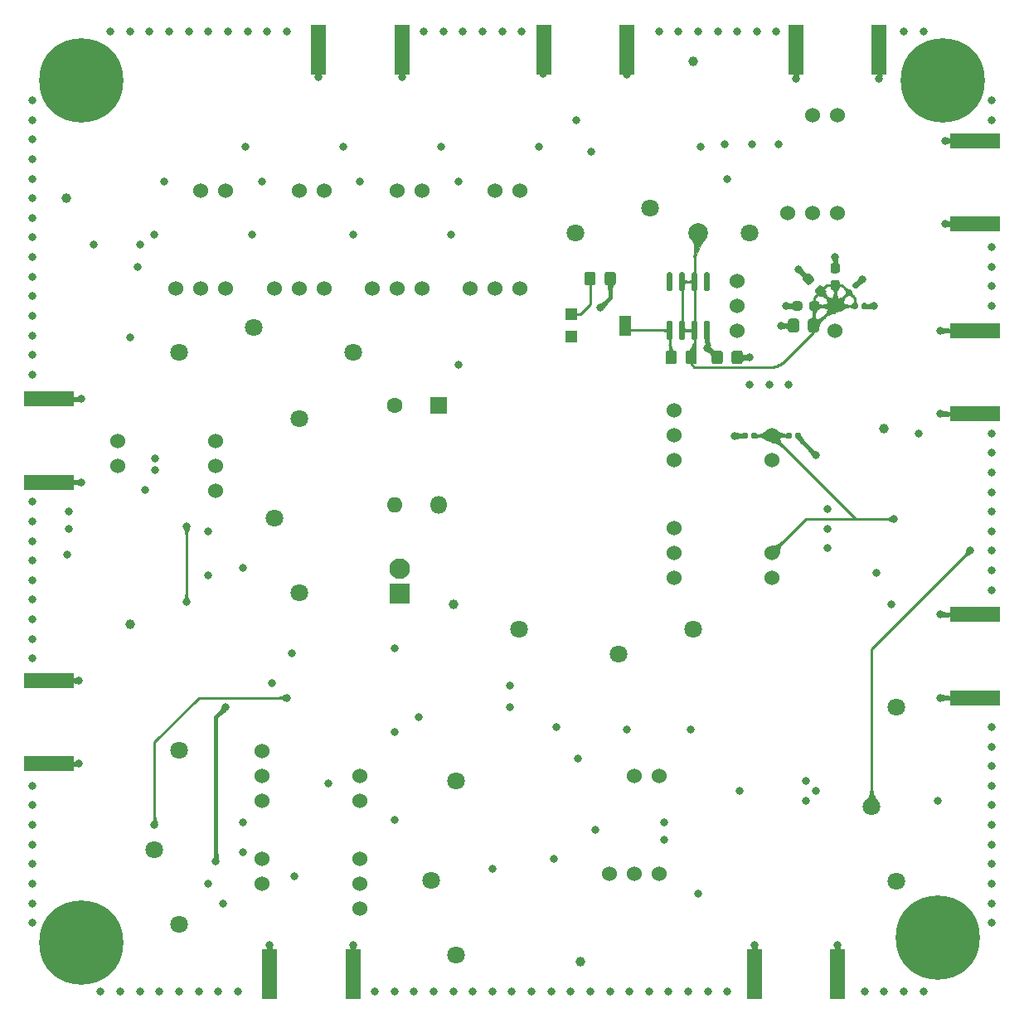
<source format=gbr>
G04 #@! TF.GenerationSoftware,KiCad,Pcbnew,5.1.6-c6e7f7d~86~ubuntu18.04.1*
G04 #@! TF.CreationDate,2020-05-28T18:44:08+01:00*
G04 #@! TF.ProjectId,multi-smtpa,6d756c74-692d-4736-9d74-70612e6b6963,rev?*
G04 #@! TF.SameCoordinates,Original*
G04 #@! TF.FileFunction,Copper,L4,Bot*
G04 #@! TF.FilePolarity,Positive*
%FSLAX46Y46*%
G04 Gerber Fmt 4.6, Leading zero omitted, Abs format (unit mm)*
G04 Created by KiCad (PCBNEW 5.1.6-c6e7f7d~86~ubuntu18.04.1) date 2020-05-28 18:44:08*
%MOMM*%
%LPD*%
G01*
G04 APERTURE LIST*
G04 #@! TA.AperFunction,SMDPad,CuDef*
%ADD10C,2.000000*%
G04 #@! TD*
G04 #@! TA.AperFunction,SMDPad,CuDef*
%ADD11C,1.000000*%
G04 #@! TD*
G04 #@! TA.AperFunction,SMDPad,CuDef*
%ADD12R,1.300000X1.300000*%
G04 #@! TD*
G04 #@! TA.AperFunction,SMDPad,CuDef*
%ADD13R,1.300000X2.000000*%
G04 #@! TD*
G04 #@! TA.AperFunction,SMDPad,CuDef*
%ADD14R,5.080000X1.500000*%
G04 #@! TD*
G04 #@! TA.AperFunction,ComponentPad*
%ADD15C,1.524000*%
G04 #@! TD*
G04 #@! TA.AperFunction,ComponentPad*
%ADD16C,0.900000*%
G04 #@! TD*
G04 #@! TA.AperFunction,ComponentPad*
%ADD17C,8.600000*%
G04 #@! TD*
G04 #@! TA.AperFunction,ComponentPad*
%ADD18C,1.800000*%
G04 #@! TD*
G04 #@! TA.AperFunction,SMDPad,CuDef*
%ADD19R,1.500000X5.080000*%
G04 #@! TD*
G04 #@! TA.AperFunction,ComponentPad*
%ADD20C,2.100000*%
G04 #@! TD*
G04 #@! TA.AperFunction,ComponentPad*
%ADD21R,2.100000X2.100000*%
G04 #@! TD*
G04 #@! TA.AperFunction,ComponentPad*
%ADD22O,1.600000X1.600000*%
G04 #@! TD*
G04 #@! TA.AperFunction,ComponentPad*
%ADD23C,1.600000*%
G04 #@! TD*
G04 #@! TA.AperFunction,ComponentPad*
%ADD24O,1.800000X1.800000*%
G04 #@! TD*
G04 #@! TA.AperFunction,ComponentPad*
%ADD25R,1.800000X1.800000*%
G04 #@! TD*
G04 #@! TA.AperFunction,ViaPad*
%ADD26C,0.800000*%
G04 #@! TD*
G04 #@! TA.AperFunction,Conductor*
%ADD27C,0.450000*%
G04 #@! TD*
G04 #@! TA.AperFunction,Conductor*
%ADD28C,0.250000*%
G04 #@! TD*
G04 #@! TA.AperFunction,Conductor*
%ADD29C,0.025400*%
G04 #@! TD*
G04 APERTURE END LIST*
D10*
X169000000Y-71500000D03*
D11*
X168500000Y-54000000D03*
X157000000Y-146000000D03*
X188000000Y-91500000D03*
X144000000Y-109500000D03*
X111000000Y-111500000D03*
X104500000Y-68000000D03*
D12*
X156050000Y-79850000D03*
D13*
X161550000Y-81000000D03*
D12*
X156050000Y-82150000D03*
G04 #@! TA.AperFunction,SMDPad,CuDef*
G36*
G01*
X170055000Y-77500000D02*
X169755000Y-77500000D01*
G75*
G02*
X169605000Y-77350000I0J150000D01*
G01*
X169605000Y-75700000D01*
G75*
G02*
X169755000Y-75550000I150000J0D01*
G01*
X170055000Y-75550000D01*
G75*
G02*
X170205000Y-75700000I0J-150000D01*
G01*
X170205000Y-77350000D01*
G75*
G02*
X170055000Y-77500000I-150000J0D01*
G01*
G37*
G04 #@! TD.AperFunction*
G04 #@! TA.AperFunction,SMDPad,CuDef*
G36*
G01*
X168785000Y-77500000D02*
X168485000Y-77500000D01*
G75*
G02*
X168335000Y-77350000I0J150000D01*
G01*
X168335000Y-75700000D01*
G75*
G02*
X168485000Y-75550000I150000J0D01*
G01*
X168785000Y-75550000D01*
G75*
G02*
X168935000Y-75700000I0J-150000D01*
G01*
X168935000Y-77350000D01*
G75*
G02*
X168785000Y-77500000I-150000J0D01*
G01*
G37*
G04 #@! TD.AperFunction*
G04 #@! TA.AperFunction,SMDPad,CuDef*
G36*
G01*
X167515000Y-77500000D02*
X167215000Y-77500000D01*
G75*
G02*
X167065000Y-77350000I0J150000D01*
G01*
X167065000Y-75700000D01*
G75*
G02*
X167215000Y-75550000I150000J0D01*
G01*
X167515000Y-75550000D01*
G75*
G02*
X167665000Y-75700000I0J-150000D01*
G01*
X167665000Y-77350000D01*
G75*
G02*
X167515000Y-77500000I-150000J0D01*
G01*
G37*
G04 #@! TD.AperFunction*
G04 #@! TA.AperFunction,SMDPad,CuDef*
G36*
G01*
X166245000Y-77500000D02*
X165945000Y-77500000D01*
G75*
G02*
X165795000Y-77350000I0J150000D01*
G01*
X165795000Y-75700000D01*
G75*
G02*
X165945000Y-75550000I150000J0D01*
G01*
X166245000Y-75550000D01*
G75*
G02*
X166395000Y-75700000I0J-150000D01*
G01*
X166395000Y-77350000D01*
G75*
G02*
X166245000Y-77500000I-150000J0D01*
G01*
G37*
G04 #@! TD.AperFunction*
G04 #@! TA.AperFunction,SMDPad,CuDef*
G36*
G01*
X166245000Y-82450000D02*
X165945000Y-82450000D01*
G75*
G02*
X165795000Y-82300000I0J150000D01*
G01*
X165795000Y-80650000D01*
G75*
G02*
X165945000Y-80500000I150000J0D01*
G01*
X166245000Y-80500000D01*
G75*
G02*
X166395000Y-80650000I0J-150000D01*
G01*
X166395000Y-82300000D01*
G75*
G02*
X166245000Y-82450000I-150000J0D01*
G01*
G37*
G04 #@! TD.AperFunction*
G04 #@! TA.AperFunction,SMDPad,CuDef*
G36*
G01*
X167515000Y-82450000D02*
X167215000Y-82450000D01*
G75*
G02*
X167065000Y-82300000I0J150000D01*
G01*
X167065000Y-80650000D01*
G75*
G02*
X167215000Y-80500000I150000J0D01*
G01*
X167515000Y-80500000D01*
G75*
G02*
X167665000Y-80650000I0J-150000D01*
G01*
X167665000Y-82300000D01*
G75*
G02*
X167515000Y-82450000I-150000J0D01*
G01*
G37*
G04 #@! TD.AperFunction*
G04 #@! TA.AperFunction,SMDPad,CuDef*
G36*
G01*
X168785000Y-82450000D02*
X168485000Y-82450000D01*
G75*
G02*
X168335000Y-82300000I0J150000D01*
G01*
X168335000Y-80650000D01*
G75*
G02*
X168485000Y-80500000I150000J0D01*
G01*
X168785000Y-80500000D01*
G75*
G02*
X168935000Y-80650000I0J-150000D01*
G01*
X168935000Y-82300000D01*
G75*
G02*
X168785000Y-82450000I-150000J0D01*
G01*
G37*
G04 #@! TD.AperFunction*
G04 #@! TA.AperFunction,SMDPad,CuDef*
G36*
G01*
X170055000Y-82450000D02*
X169755000Y-82450000D01*
G75*
G02*
X169605000Y-82300000I0J150000D01*
G01*
X169605000Y-80650000D01*
G75*
G02*
X169755000Y-80500000I150000J0D01*
G01*
X170055000Y-80500000D01*
G75*
G02*
X170205000Y-80650000I0J-150000D01*
G01*
X170205000Y-82300000D01*
G75*
G02*
X170055000Y-82450000I-150000J0D01*
G01*
G37*
G04 #@! TD.AperFunction*
G04 #@! TA.AperFunction,SMDPad,CuDef*
G36*
G01*
X167725000Y-84700001D02*
X167725000Y-83799999D01*
G75*
G02*
X167974999Y-83550000I249999J0D01*
G01*
X168625001Y-83550000D01*
G75*
G02*
X168875000Y-83799999I0J-249999D01*
G01*
X168875000Y-84700001D01*
G75*
G02*
X168625001Y-84950000I-249999J0D01*
G01*
X167974999Y-84950000D01*
G75*
G02*
X167725000Y-84700001I0J249999D01*
G01*
G37*
G04 #@! TD.AperFunction*
G04 #@! TA.AperFunction,SMDPad,CuDef*
G36*
G01*
X165675000Y-84700001D02*
X165675000Y-83799999D01*
G75*
G02*
X165924999Y-83550000I249999J0D01*
G01*
X166575001Y-83550000D01*
G75*
G02*
X166825000Y-83799999I0J-249999D01*
G01*
X166825000Y-84700001D01*
G75*
G02*
X166575001Y-84950000I-249999J0D01*
G01*
X165924999Y-84950000D01*
G75*
G02*
X165675000Y-84700001I0J249999D01*
G01*
G37*
G04 #@! TD.AperFunction*
G04 #@! TA.AperFunction,SMDPad,CuDef*
G36*
G01*
X159450000Y-76650001D02*
X159450000Y-75749999D01*
G75*
G02*
X159699999Y-75500000I249999J0D01*
G01*
X160350001Y-75500000D01*
G75*
G02*
X160600000Y-75749999I0J-249999D01*
G01*
X160600000Y-76650001D01*
G75*
G02*
X160350001Y-76900000I-249999J0D01*
G01*
X159699999Y-76900000D01*
G75*
G02*
X159450000Y-76650001I0J249999D01*
G01*
G37*
G04 #@! TD.AperFunction*
G04 #@! TA.AperFunction,SMDPad,CuDef*
G36*
G01*
X157400000Y-76650001D02*
X157400000Y-75749999D01*
G75*
G02*
X157649999Y-75500000I249999J0D01*
G01*
X158300001Y-75500000D01*
G75*
G02*
X158550000Y-75749999I0J-249999D01*
G01*
X158550000Y-76650001D01*
G75*
G02*
X158300001Y-76900000I-249999J0D01*
G01*
X157649999Y-76900000D01*
G75*
G02*
X157400000Y-76650001I0J249999D01*
G01*
G37*
G04 #@! TD.AperFunction*
D14*
X197250000Y-62100000D03*
X197250000Y-70600000D03*
D15*
X183000000Y-81540000D03*
X183000000Y-79000000D03*
X173000000Y-81540000D03*
X173000000Y-79000000D03*
X173000000Y-76460000D03*
G04 #@! TA.AperFunction,SMDPad,CuDef*
G36*
G01*
X185690000Y-79172500D02*
X185690000Y-78827500D01*
G75*
G02*
X185837500Y-78680000I147500J0D01*
G01*
X186132500Y-78680000D01*
G75*
G02*
X186280000Y-78827500I0J-147500D01*
G01*
X186280000Y-79172500D01*
G75*
G02*
X186132500Y-79320000I-147500J0D01*
G01*
X185837500Y-79320000D01*
G75*
G02*
X185690000Y-79172500I0J147500D01*
G01*
G37*
G04 #@! TD.AperFunction*
G04 #@! TA.AperFunction,SMDPad,CuDef*
G36*
G01*
X184720000Y-79172500D02*
X184720000Y-78827500D01*
G75*
G02*
X184867500Y-78680000I147500J0D01*
G01*
X185162500Y-78680000D01*
G75*
G02*
X185310000Y-78827500I0J-147500D01*
G01*
X185310000Y-79172500D01*
G75*
G02*
X185162500Y-79320000I-147500J0D01*
G01*
X184867500Y-79320000D01*
G75*
G02*
X184720000Y-79172500I0J147500D01*
G01*
G37*
G04 #@! TD.AperFunction*
G04 #@! TA.AperFunction,SMDPad,CuDef*
G36*
G01*
X179325000Y-80549999D02*
X179325000Y-81450001D01*
G75*
G02*
X179075001Y-81700000I-249999J0D01*
G01*
X178424999Y-81700000D01*
G75*
G02*
X178175000Y-81450001I0J249999D01*
G01*
X178175000Y-80549999D01*
G75*
G02*
X178424999Y-80300000I249999J0D01*
G01*
X179075001Y-80300000D01*
G75*
G02*
X179325000Y-80549999I0J-249999D01*
G01*
G37*
G04 #@! TD.AperFunction*
G04 #@! TA.AperFunction,SMDPad,CuDef*
G36*
G01*
X181375000Y-80549999D02*
X181375000Y-81450001D01*
G75*
G02*
X181125001Y-81700000I-249999J0D01*
G01*
X180474999Y-81700000D01*
G75*
G02*
X180225000Y-81450001I0J249999D01*
G01*
X180225000Y-80549999D01*
G75*
G02*
X180474999Y-80300000I249999J0D01*
G01*
X181125001Y-80300000D01*
G75*
G02*
X181375000Y-80549999I0J-249999D01*
G01*
G37*
G04 #@! TD.AperFunction*
G04 #@! TA.AperFunction,SMDPad,CuDef*
G36*
G01*
X185006326Y-77237625D02*
X184762375Y-76993673D01*
G75*
G02*
X184762375Y-76785077I104298J104298D01*
G01*
X184970971Y-76576481D01*
G75*
G02*
X185179567Y-76576481I104298J-104298D01*
G01*
X185423519Y-76820433D01*
G75*
G02*
X185423519Y-77029029I-104298J-104298D01*
G01*
X185214923Y-77237625D01*
G75*
G02*
X185006327Y-77237625I-104298J104298D01*
G01*
G37*
G04 #@! TD.AperFunction*
G04 #@! TA.AperFunction,SMDPad,CuDef*
G36*
G01*
X184320432Y-77923519D02*
X184076481Y-77679567D01*
G75*
G02*
X184076481Y-77470971I104298J104298D01*
G01*
X184285077Y-77262375D01*
G75*
G02*
X184493673Y-77262375I104298J-104298D01*
G01*
X184737625Y-77506327D01*
G75*
G02*
X184737625Y-77714923I-104298J-104298D01*
G01*
X184529029Y-77923519D01*
G75*
G02*
X184320433Y-77923519I-104298J104298D01*
G01*
G37*
G04 #@! TD.AperFunction*
G04 #@! TA.AperFunction,SMDPad,CuDef*
G36*
G01*
X180801733Y-76465857D02*
X180465857Y-76801733D01*
G75*
G02*
X180129981Y-76801733I-167938J167938D01*
G01*
X179723395Y-76395147D01*
G75*
G02*
X179723395Y-76059271I167938J167938D01*
G01*
X180059271Y-75723395D01*
G75*
G02*
X180395147Y-75723395I167938J-167938D01*
G01*
X180801733Y-76129981D01*
G75*
G02*
X180801733Y-76465857I-167938J-167938D01*
G01*
G37*
G04 #@! TD.AperFunction*
G04 #@! TA.AperFunction,SMDPad,CuDef*
G36*
G01*
X182039169Y-77703293D02*
X181703293Y-78039169D01*
G75*
G02*
X181367417Y-78039169I-167938J167938D01*
G01*
X180960831Y-77632583D01*
G75*
G02*
X180960831Y-77296707I167938J167938D01*
G01*
X181296707Y-76960831D01*
G75*
G02*
X181632583Y-76960831I167938J-167938D01*
G01*
X182039169Y-77367417D01*
G75*
G02*
X182039169Y-77703293I-167938J-167938D01*
G01*
G37*
G04 #@! TD.AperFunction*
G04 #@! TA.AperFunction,SMDPad,CuDef*
G36*
G01*
X183237500Y-75650000D02*
X182762500Y-75650000D01*
G75*
G02*
X182525000Y-75412500I0J237500D01*
G01*
X182525000Y-74837500D01*
G75*
G02*
X182762500Y-74600000I237500J0D01*
G01*
X183237500Y-74600000D01*
G75*
G02*
X183475000Y-74837500I0J-237500D01*
G01*
X183475000Y-75412500D01*
G75*
G02*
X183237500Y-75650000I-237500J0D01*
G01*
G37*
G04 #@! TD.AperFunction*
G04 #@! TA.AperFunction,SMDPad,CuDef*
G36*
G01*
X183237500Y-77400000D02*
X182762500Y-77400000D01*
G75*
G02*
X182525000Y-77162500I0J237500D01*
G01*
X182525000Y-76587500D01*
G75*
G02*
X182762500Y-76350000I237500J0D01*
G01*
X183237500Y-76350000D01*
G75*
G02*
X183475000Y-76587500I0J-237500D01*
G01*
X183475000Y-77162500D01*
G75*
G02*
X183237500Y-77400000I-237500J0D01*
G01*
G37*
G04 #@! TD.AperFunction*
G04 #@! TA.AperFunction,SMDPad,CuDef*
G36*
G01*
X172425000Y-84700001D02*
X172425000Y-83799999D01*
G75*
G02*
X172674999Y-83550000I249999J0D01*
G01*
X173325001Y-83550000D01*
G75*
G02*
X173575000Y-83799999I0J-249999D01*
G01*
X173575000Y-84700001D01*
G75*
G02*
X173325001Y-84950000I-249999J0D01*
G01*
X172674999Y-84950000D01*
G75*
G02*
X172425000Y-84700001I0J249999D01*
G01*
G37*
G04 #@! TD.AperFunction*
G04 #@! TA.AperFunction,SMDPad,CuDef*
G36*
G01*
X170375000Y-84700001D02*
X170375000Y-83799999D01*
G75*
G02*
X170624999Y-83550000I249999J0D01*
G01*
X171275001Y-83550000D01*
G75*
G02*
X171525000Y-83799999I0J-249999D01*
G01*
X171525000Y-84700001D01*
G75*
G02*
X171275001Y-84950000I-249999J0D01*
G01*
X170624999Y-84950000D01*
G75*
G02*
X170375000Y-84700001I0J249999D01*
G01*
G37*
G04 #@! TD.AperFunction*
G04 #@! TA.AperFunction,SMDPad,CuDef*
G36*
G01*
X179650000Y-78762500D02*
X179650000Y-79237500D01*
G75*
G02*
X179412500Y-79475000I-237500J0D01*
G01*
X178837500Y-79475000D01*
G75*
G02*
X178600000Y-79237500I0J237500D01*
G01*
X178600000Y-78762500D01*
G75*
G02*
X178837500Y-78525000I237500J0D01*
G01*
X179412500Y-78525000D01*
G75*
G02*
X179650000Y-78762500I0J-237500D01*
G01*
G37*
G04 #@! TD.AperFunction*
G04 #@! TA.AperFunction,SMDPad,CuDef*
G36*
G01*
X181400000Y-78762500D02*
X181400000Y-79237500D01*
G75*
G02*
X181162500Y-79475000I-237500J0D01*
G01*
X180587500Y-79475000D01*
G75*
G02*
X180350000Y-79237500I0J237500D01*
G01*
X180350000Y-78762500D01*
G75*
G02*
X180587500Y-78525000I237500J0D01*
G01*
X181162500Y-78525000D01*
G75*
G02*
X181400000Y-78762500I0J-237500D01*
G01*
G37*
G04 #@! TD.AperFunction*
D16*
X108280419Y-53719581D03*
X106000000Y-52775000D03*
X103719581Y-53719581D03*
X102775000Y-56000000D03*
X103719581Y-58280419D03*
X106000000Y-59225000D03*
X108280419Y-58280419D03*
X109225000Y-56000000D03*
D17*
X106000000Y-56000000D03*
D16*
X196280419Y-53719581D03*
X194000000Y-52775000D03*
X191719581Y-53719581D03*
X190775000Y-56000000D03*
X191719581Y-58280419D03*
X194000000Y-59225000D03*
X196280419Y-58280419D03*
X197225000Y-56000000D03*
D17*
X194000000Y-56000000D03*
D16*
X108280419Y-141719581D03*
X106000000Y-140775000D03*
X103719581Y-141719581D03*
X102775000Y-144000000D03*
X103719581Y-146280419D03*
X106000000Y-147225000D03*
X108280419Y-146280419D03*
X109225000Y-144000000D03*
D17*
X106000000Y-144000000D03*
D16*
X195780419Y-141219581D03*
X193500000Y-140275000D03*
X191219581Y-141219581D03*
X190275000Y-143500000D03*
X191219581Y-145780419D03*
X193500000Y-146725000D03*
X195780419Y-145780419D03*
X196725000Y-143500000D03*
D17*
X193500000Y-143500000D03*
G04 #@! TA.AperFunction,SMDPad,CuDef*
G36*
G01*
X174075000Y-92077500D02*
X174075000Y-92422500D01*
G75*
G02*
X173927500Y-92570000I-147500J0D01*
G01*
X173632500Y-92570000D01*
G75*
G02*
X173485000Y-92422500I0J147500D01*
G01*
X173485000Y-92077500D01*
G75*
G02*
X173632500Y-91930000I147500J0D01*
G01*
X173927500Y-91930000D01*
G75*
G02*
X174075000Y-92077500I0J-147500D01*
G01*
G37*
G04 #@! TD.AperFunction*
G04 #@! TA.AperFunction,SMDPad,CuDef*
G36*
G01*
X175045000Y-92077500D02*
X175045000Y-92422500D01*
G75*
G02*
X174897500Y-92570000I-147500J0D01*
G01*
X174602500Y-92570000D01*
G75*
G02*
X174455000Y-92422500I0J147500D01*
G01*
X174455000Y-92077500D01*
G75*
G02*
X174602500Y-91930000I147500J0D01*
G01*
X174897500Y-91930000D01*
G75*
G02*
X175045000Y-92077500I0J-147500D01*
G01*
G37*
G04 #@! TD.AperFunction*
G04 #@! TA.AperFunction,SMDPad,CuDef*
G36*
G01*
X178940000Y-92422500D02*
X178940000Y-92077500D01*
G75*
G02*
X179087500Y-91930000I147500J0D01*
G01*
X179382500Y-91930000D01*
G75*
G02*
X179530000Y-92077500I0J-147500D01*
G01*
X179530000Y-92422500D01*
G75*
G02*
X179382500Y-92570000I-147500J0D01*
G01*
X179087500Y-92570000D01*
G75*
G02*
X178940000Y-92422500I0J147500D01*
G01*
G37*
G04 #@! TD.AperFunction*
G04 #@! TA.AperFunction,SMDPad,CuDef*
G36*
G01*
X177970000Y-92422500D02*
X177970000Y-92077500D01*
G75*
G02*
X178117500Y-91930000I147500J0D01*
G01*
X178412500Y-91930000D01*
G75*
G02*
X178560000Y-92077500I0J-147500D01*
G01*
X178560000Y-92422500D01*
G75*
G02*
X178412500Y-92570000I-147500J0D01*
G01*
X178117500Y-92570000D01*
G75*
G02*
X177970000Y-92422500I0J147500D01*
G01*
G37*
G04 #@! TD.AperFunction*
D18*
X133750000Y-83750000D03*
X123590000Y-81210000D03*
X115970000Y-83750000D03*
D19*
X161750000Y-52800000D03*
X153250000Y-52800000D03*
D15*
X115710000Y-77250000D03*
X118250000Y-77250000D03*
X120790000Y-77250000D03*
X118250000Y-67250000D03*
X120790000Y-67250000D03*
X135710000Y-77250000D03*
X138250000Y-77250000D03*
X140790000Y-77250000D03*
X138250000Y-67250000D03*
X140790000Y-67250000D03*
D19*
X138750000Y-52800000D03*
X130250000Y-52800000D03*
D15*
X125710000Y-77250000D03*
X128250000Y-77250000D03*
X130790000Y-77250000D03*
X128250000Y-67250000D03*
X130790000Y-67250000D03*
X145710000Y-77250000D03*
X148250000Y-77250000D03*
X150790000Y-77250000D03*
X148250000Y-67250000D03*
X150790000Y-67250000D03*
X166515000Y-101670000D03*
X166515000Y-104210000D03*
X166515000Y-106750000D03*
X176515000Y-104210000D03*
X176515000Y-106750000D03*
X166515000Y-89655000D03*
X166515000Y-92195000D03*
X166515000Y-94735000D03*
X176515000Y-92195000D03*
X176515000Y-94735000D03*
X134500000Y-140580000D03*
X134500000Y-138040000D03*
X134500000Y-135500000D03*
X124500000Y-138040000D03*
X124500000Y-135500000D03*
X178170000Y-69500000D03*
X180710000Y-69500000D03*
X183250000Y-69500000D03*
X180710000Y-59500000D03*
X183250000Y-59500000D03*
X159960000Y-137000000D03*
X162500000Y-137000000D03*
X165040000Y-137000000D03*
X162500000Y-127000000D03*
X165040000Y-127000000D03*
X124500000Y-124420000D03*
X124500000Y-126960000D03*
X124500000Y-129500000D03*
X134500000Y-126960000D03*
X134500000Y-129500000D03*
X119750000Y-97830000D03*
X119750000Y-95290000D03*
X119750000Y-92750000D03*
X109750000Y-95290000D03*
X109750000Y-92750000D03*
D18*
X189250000Y-120000000D03*
X186710000Y-130160000D03*
X189250000Y-137780000D03*
D14*
X197250000Y-119000000D03*
X197250000Y-110500000D03*
X197250000Y-90000000D03*
X197250000Y-81500000D03*
D18*
X144250000Y-127470000D03*
X141710000Y-137630000D03*
X144250000Y-145250000D03*
X174250000Y-71500000D03*
X164090000Y-68960000D03*
X156470000Y-71500000D03*
X150750000Y-112000000D03*
X160910000Y-114540000D03*
X168530000Y-112000000D03*
X116040000Y-124340000D03*
X113500000Y-134500000D03*
X116040000Y-142120000D03*
X128250000Y-90500000D03*
X125710000Y-100660000D03*
X128250000Y-108280000D03*
D14*
X102750000Y-117250000D03*
X102750000Y-125750000D03*
D19*
X187500000Y-52800000D03*
X179000000Y-52800000D03*
X125250000Y-147200000D03*
X133750000Y-147200000D03*
X174750000Y-147200000D03*
X183250000Y-147200000D03*
D14*
X102750000Y-88500000D03*
X102750000Y-97000000D03*
D20*
X138500000Y-105810000D03*
D21*
X138500000Y-108350000D03*
D22*
X138000000Y-99350000D03*
D23*
X138000000Y-89190000D03*
D24*
X142500000Y-99350000D03*
D25*
X142500000Y-89190000D03*
D26*
X142000000Y-149000000D03*
X169000000Y-139000000D03*
X165500000Y-133500000D03*
X165500000Y-131750000D03*
X168250000Y-122250000D03*
X161750000Y-122250000D03*
X180000000Y-127500000D03*
X181000000Y-128500000D03*
X180000000Y-129500000D03*
X173250000Y-128500000D03*
X174750000Y-144250000D03*
X183250000Y-144250000D03*
X125250000Y-144250000D03*
X133750000Y-144250000D03*
X120500000Y-140000000D03*
X105750000Y-125750000D03*
X105750000Y-117250000D03*
X106000000Y-97000000D03*
X106000000Y-88500000D03*
X179000000Y-55750000D03*
X187500000Y-55750000D03*
X149750000Y-117750000D03*
X154500000Y-122000000D03*
X149750000Y-120000000D03*
X154250000Y-135500000D03*
X148000000Y-136500000D03*
X125500000Y-117500000D03*
X140500000Y-121000000D03*
X138000000Y-122500000D03*
X138000000Y-114000000D03*
X138000000Y-131500000D03*
X122500000Y-131750000D03*
X122500000Y-134750000D03*
X119000000Y-138000000D03*
X112500000Y-97750000D03*
X104750000Y-100000000D03*
X158050000Y-63250000D03*
X122500000Y-105750000D03*
X172000000Y-66000000D03*
X174500000Y-62500000D03*
X177250000Y-62500000D03*
X171750000Y-62500000D03*
X169250000Y-62750000D03*
X174250000Y-87000000D03*
X176250000Y-87000000D03*
X178250000Y-87000000D03*
X182250000Y-99750000D03*
X182250000Y-101750000D03*
X182250000Y-103750000D03*
X193750000Y-81500000D03*
X193750000Y-90000000D03*
X193750000Y-110500000D03*
X193750000Y-119000000D03*
X188750000Y-109500000D03*
X191500000Y-92000000D03*
X193500000Y-129500000D03*
X112000000Y-72750000D03*
X111750000Y-75000000D03*
X111000000Y-82250000D03*
X122750000Y-62750000D03*
X132750000Y-62750000D03*
X142750000Y-62750000D03*
X152750000Y-62750000D03*
X114500000Y-66250000D03*
X113500000Y-71750000D03*
X144500000Y-66250000D03*
X143750000Y-71750000D03*
X104750000Y-101750000D03*
X104550000Y-104350000D03*
X113550000Y-95750000D03*
X134500000Y-66250000D03*
X133750000Y-71750000D03*
X123500000Y-71750000D03*
X124500000Y-66250000D03*
X113550000Y-94550000D03*
X119000000Y-102000000D03*
X138800000Y-55600000D03*
X130200000Y-55600000D03*
X153200000Y-55300000D03*
X161700000Y-55400000D03*
X181000000Y-94250000D03*
X172750000Y-92250000D03*
X174250000Y-84250000D03*
X177500000Y-81000000D03*
X178000000Y-79000000D03*
X179250000Y-75250000D03*
X183000000Y-74000000D03*
X185750000Y-76250000D03*
X187000000Y-79000000D03*
X159000000Y-79200000D03*
X194200000Y-62100000D03*
X194200000Y-70600000D03*
X144500000Y-85000000D03*
X127750000Y-137250000D03*
X131250000Y-127750000D03*
X140000000Y-149000000D03*
X146000000Y-149000000D03*
X144000000Y-149000000D03*
X152000000Y-149000000D03*
X150000000Y-149000000D03*
X148000000Y-149000000D03*
X154000000Y-149000000D03*
X160000000Y-149000000D03*
X158000000Y-149000000D03*
X162000000Y-149000000D03*
X156000000Y-149000000D03*
X162000000Y-149000000D03*
X166000000Y-149000000D03*
X164000000Y-149000000D03*
X168000000Y-149000000D03*
X170000000Y-149000000D03*
X172000000Y-149000000D03*
X136000000Y-149000000D03*
X138000000Y-149000000D03*
X186000000Y-149000000D03*
X188000000Y-149000000D03*
X190000000Y-149000000D03*
X192000000Y-149000000D03*
X199000000Y-140000000D03*
X199000000Y-142000000D03*
X199000000Y-138000000D03*
X199000000Y-136000000D03*
X199000000Y-134000000D03*
X199000000Y-132000000D03*
X199000000Y-128000000D03*
X199000000Y-130000000D03*
X199000000Y-122000000D03*
X199000000Y-126000000D03*
X199000000Y-124000000D03*
X199000000Y-104000000D03*
X199000000Y-106000000D03*
X199000000Y-108000000D03*
X199000000Y-98000000D03*
X199000000Y-102000000D03*
X199000000Y-100000000D03*
X199000000Y-92000000D03*
X199000000Y-96000000D03*
X199000000Y-94000000D03*
X199000000Y-75000000D03*
X199000000Y-77000000D03*
X199000000Y-79000000D03*
X199000000Y-73000000D03*
X199000000Y-60000000D03*
X199000000Y-58000000D03*
X190000000Y-51000000D03*
X177000000Y-51000000D03*
X175000000Y-51000000D03*
X171000000Y-51000000D03*
X173000000Y-51000000D03*
X165000000Y-51000000D03*
X167000000Y-51000000D03*
X169000000Y-51000000D03*
X151000000Y-51000000D03*
X149000000Y-51000000D03*
X147000000Y-51000000D03*
X145000000Y-51000000D03*
X141000000Y-51000000D03*
X143000000Y-51000000D03*
X127000000Y-51000000D03*
X123000000Y-51000000D03*
X117000000Y-51000000D03*
X119000000Y-51000000D03*
X125000000Y-51000000D03*
X121000000Y-51000000D03*
X113000000Y-51000000D03*
X111000000Y-51000000D03*
X115000000Y-51000000D03*
X109000000Y-51000000D03*
X101000000Y-62000000D03*
X101000000Y-58000000D03*
X101000000Y-66000000D03*
X101000000Y-60000000D03*
X101000000Y-64000000D03*
X101000000Y-72000000D03*
X101000000Y-70000000D03*
X101000000Y-68000000D03*
X101000000Y-76000000D03*
X101000000Y-74000000D03*
X101000000Y-82000000D03*
X101000000Y-80000000D03*
X101000000Y-78000000D03*
X101000000Y-86000000D03*
X101000000Y-84000000D03*
X101000000Y-107000000D03*
X101000000Y-103000000D03*
X101000000Y-101000000D03*
X101000000Y-105000000D03*
X101000000Y-99000000D03*
X101000000Y-111000000D03*
X101000000Y-109000000D03*
X101000000Y-113000000D03*
X101000000Y-115000000D03*
X101000000Y-128000000D03*
X101000000Y-130000000D03*
X101000000Y-132000000D03*
X101000000Y-134000000D03*
X101000000Y-142000000D03*
X101000000Y-136000000D03*
X101000000Y-140000000D03*
X101000000Y-138000000D03*
X114000000Y-149000000D03*
X110000000Y-149000000D03*
X112000000Y-149000000D03*
X108000000Y-149000000D03*
X120000000Y-149000000D03*
X118000000Y-149000000D03*
X122000000Y-149000000D03*
X116000000Y-149000000D03*
X192000000Y-51000000D03*
X127500000Y-114500000D03*
X158500000Y-132500000D03*
X156750000Y-125250000D03*
X156550000Y-60000000D03*
X119000000Y-106500000D03*
X187250000Y-106250000D03*
X107250000Y-72750000D03*
X169975000Y-83275000D03*
X120750000Y-120000000D03*
X119750000Y-135750000D03*
X116750000Y-101500000D03*
X116750000Y-109250000D03*
X113500000Y-132000000D03*
X127000000Y-119000000D03*
X189000000Y-100750000D03*
X196750000Y-104000000D03*
D27*
X174750000Y-147500000D02*
X174750000Y-144250000D01*
X183250000Y-147500000D02*
X183250000Y-144250000D01*
X125250000Y-147500000D02*
X125250000Y-144250000D01*
X133750000Y-144250000D02*
X133750000Y-147500000D01*
X102500000Y-125750000D02*
X105750000Y-125750000D01*
X105750000Y-117250000D02*
X102500000Y-117250000D01*
X102750000Y-97000000D02*
X106000000Y-97000000D01*
X106000000Y-88500000D02*
X102750000Y-88500000D01*
X179000000Y-52500000D02*
X179000000Y-55750000D01*
X187500000Y-55750000D02*
X187500000Y-52500000D01*
X197250000Y-81500000D02*
X193750000Y-81500000D01*
X193750000Y-90000000D02*
X197250000Y-90000000D01*
X197250000Y-110500000D02*
X193750000Y-110500000D01*
X193750000Y-119000000D02*
X197250000Y-119000000D01*
X138750000Y-52500000D02*
X138750000Y-55550000D01*
X138750000Y-55550000D02*
X138800000Y-55600000D01*
X130200000Y-52550000D02*
X130250000Y-52500000D01*
X130200000Y-55600000D02*
X130200000Y-52550000D01*
X153250000Y-52500000D02*
X153250000Y-55250000D01*
X153250000Y-55250000D02*
X153200000Y-55300000D01*
X161700000Y-52550000D02*
X161750000Y-52500000D01*
X161700000Y-55400000D02*
X161700000Y-52550000D01*
X179235000Y-92250000D02*
X179235000Y-92485000D01*
X179235000Y-92485000D02*
X181000000Y-94250000D01*
X173780000Y-92250000D02*
X172750000Y-92250000D01*
X173000000Y-84250000D02*
X174250000Y-84250000D01*
X178750000Y-81000000D02*
X177500000Y-81000000D01*
X179125000Y-79000000D02*
X178000000Y-79000000D01*
X180262564Y-76262564D02*
X179250000Y-75250000D01*
X183000000Y-75125000D02*
X183000000Y-74000000D01*
X185092947Y-76907053D02*
X185750000Y-76250000D01*
X185985000Y-79000000D02*
X187000000Y-79000000D01*
X160025000Y-76200000D02*
X160025000Y-78175000D01*
X160025000Y-78175000D02*
X159000000Y-79200000D01*
X197250000Y-62100000D02*
X194200000Y-62100000D01*
X194200000Y-70600000D02*
X197250000Y-70600000D01*
X169905000Y-83205000D02*
X169975000Y-83275000D01*
X169905000Y-81475000D02*
X169905000Y-83205000D01*
X169975000Y-83275000D02*
X170950000Y-84250000D01*
X120750000Y-120000000D02*
X119750000Y-121000000D01*
X119750000Y-121000000D02*
X119750000Y-133290000D01*
X119750000Y-133290000D02*
X119750000Y-135750000D01*
D28*
X116750000Y-101500000D02*
X116750000Y-109250000D01*
X113500000Y-132000000D02*
X113500000Y-123500000D01*
X113500000Y-123500000D02*
X118000000Y-119000000D01*
X118000000Y-119000000D02*
X127000000Y-119000000D01*
X179975000Y-100750000D02*
X176515000Y-104210000D01*
X189000000Y-100750000D02*
X179975000Y-100750000D01*
X185070000Y-100750000D02*
X176515000Y-92195000D01*
X189000000Y-100750000D02*
X185070000Y-100750000D01*
X176460000Y-92250000D02*
X176515000Y-92195000D01*
X174750000Y-92250000D02*
X176460000Y-92250000D01*
X178210000Y-92195000D02*
X178265000Y-92250000D01*
X176515000Y-92195000D02*
X178210000Y-92195000D01*
X186710000Y-114040000D02*
X196750000Y-104000000D01*
X186710000Y-130160000D02*
X186710000Y-114040000D01*
X168635000Y-83915000D02*
X168300000Y-84250000D01*
X168635000Y-81475000D02*
X168635000Y-83915000D01*
X168635000Y-81475000D02*
X167365000Y-81475000D01*
X167365000Y-81475000D02*
X167365000Y-76525000D01*
X168635000Y-76525000D02*
X167365000Y-76525000D01*
X168635000Y-76525000D02*
X168635000Y-81475000D01*
X180800000Y-81700000D02*
X180800000Y-81000000D01*
X168300000Y-84950000D02*
X168625010Y-85275010D01*
X168300000Y-84250000D02*
X168300000Y-84950000D01*
X180800000Y-79075000D02*
X180875000Y-79000000D01*
X180800000Y-81000000D02*
X180800000Y-79075000D01*
X180875000Y-78125000D02*
X181500000Y-77500000D01*
X180875000Y-79000000D02*
X180875000Y-78125000D01*
X182125000Y-76875000D02*
X183000000Y-76875000D01*
X181500000Y-77500000D02*
X182125000Y-76875000D01*
X183689106Y-76875000D02*
X184407053Y-77592947D01*
X183000000Y-76875000D02*
X183689106Y-76875000D01*
X185015000Y-78200894D02*
X185015000Y-79000000D01*
X184407053Y-77592947D02*
X185015000Y-78200894D01*
X185015000Y-79000000D02*
X183000000Y-79000000D01*
X183000000Y-76875000D02*
X183000000Y-79000000D01*
X183000000Y-79000000D02*
X180875000Y-79000000D01*
X181500000Y-77500000D02*
X183000000Y-79000000D01*
X184407053Y-77592947D02*
X183000000Y-79000000D01*
X180800000Y-81000000D02*
X180800000Y-80950000D01*
X181050000Y-80950000D02*
X183000000Y-79000000D01*
X180800000Y-80950000D02*
X181050000Y-80950000D01*
X177932096Y-84567903D02*
X180800000Y-81700000D01*
X177932096Y-84567903D02*
X177846275Y-84649610D01*
X177846275Y-84649610D02*
X177756550Y-84727008D01*
X177756550Y-84727008D02*
X177663134Y-84799910D01*
X177663134Y-84799910D02*
X177566254Y-84868141D01*
X177566254Y-84868141D02*
X177466143Y-84931536D01*
X177466143Y-84931536D02*
X177363041Y-84989942D01*
X177363041Y-84989942D02*
X177257198Y-85043219D01*
X177257198Y-85043219D02*
X177148869Y-85091238D01*
X177148869Y-85091238D02*
X177038313Y-85133884D01*
X177038313Y-85133884D02*
X176925798Y-85171054D01*
X176925798Y-85171054D02*
X176811595Y-85202658D01*
X176811595Y-85202658D02*
X176695979Y-85228621D01*
X176695979Y-85228621D02*
X176579228Y-85248879D01*
X176579228Y-85248879D02*
X176461624Y-85263384D01*
X176461624Y-85263384D02*
X176343449Y-85272101D01*
X176343449Y-85272101D02*
X176224990Y-85275010D01*
X176224990Y-85275010D02*
X168625010Y-85275010D01*
X168635000Y-71865000D02*
X169000000Y-71500000D01*
X168635000Y-76525000D02*
X168635000Y-71865000D01*
X157975000Y-76900000D02*
X157975000Y-76200000D01*
X157975000Y-78825000D02*
X157975000Y-76900000D01*
X156950000Y-79850000D02*
X157975000Y-78825000D01*
X156050000Y-79850000D02*
X156950000Y-79850000D01*
X166095000Y-84095000D02*
X166250000Y-84250000D01*
X166095000Y-81475000D02*
X166095000Y-84095000D01*
X162025000Y-81475000D02*
X161550000Y-81000000D01*
X166095000Y-81475000D02*
X162025000Y-81475000D01*
D29*
G36*
X175014949Y-144534976D02*
G01*
X175009164Y-144543194D01*
X175007786Y-144545717D01*
X174998436Y-144568694D01*
X174997923Y-144570226D01*
X174989673Y-144601335D01*
X174989455Y-144602313D01*
X174982305Y-144641551D01*
X174982201Y-144642219D01*
X174976151Y-144689588D01*
X174976099Y-144690069D01*
X174971149Y-144745569D01*
X174971122Y-144745930D01*
X174967272Y-144809560D01*
X174967258Y-144809841D01*
X174964508Y-144881601D01*
X174964502Y-144881825D01*
X174962852Y-144961716D01*
X174962849Y-144961899D01*
X174962378Y-145037300D01*
X174537622Y-145037300D01*
X174537150Y-144961899D01*
X174537147Y-144961716D01*
X174535497Y-144881825D01*
X174535491Y-144881601D01*
X174532741Y-144809841D01*
X174532727Y-144809560D01*
X174528877Y-144745930D01*
X174528850Y-144745569D01*
X174523900Y-144690069D01*
X174523848Y-144689588D01*
X174517798Y-144642219D01*
X174517694Y-144641551D01*
X174510544Y-144602313D01*
X174510326Y-144601335D01*
X174502076Y-144570226D01*
X174501563Y-144568694D01*
X174492213Y-144545717D01*
X174490835Y-144543194D01*
X174485051Y-144534977D01*
X174750000Y-144075426D01*
X175014949Y-144534976D01*
G37*
X175014949Y-144534976D02*
X175009164Y-144543194D01*
X175007786Y-144545717D01*
X174998436Y-144568694D01*
X174997923Y-144570226D01*
X174989673Y-144601335D01*
X174989455Y-144602313D01*
X174982305Y-144641551D01*
X174982201Y-144642219D01*
X174976151Y-144689588D01*
X174976099Y-144690069D01*
X174971149Y-144745569D01*
X174971122Y-144745930D01*
X174967272Y-144809560D01*
X174967258Y-144809841D01*
X174964508Y-144881601D01*
X174964502Y-144881825D01*
X174962852Y-144961716D01*
X174962849Y-144961899D01*
X174962378Y-145037300D01*
X174537622Y-145037300D01*
X174537150Y-144961899D01*
X174537147Y-144961716D01*
X174535497Y-144881825D01*
X174535491Y-144881601D01*
X174532741Y-144809841D01*
X174532727Y-144809560D01*
X174528877Y-144745930D01*
X174528850Y-144745569D01*
X174523900Y-144690069D01*
X174523848Y-144689588D01*
X174517798Y-144642219D01*
X174517694Y-144641551D01*
X174510544Y-144602313D01*
X174510326Y-144601335D01*
X174502076Y-144570226D01*
X174501563Y-144568694D01*
X174492213Y-144545717D01*
X174490835Y-144543194D01*
X174485051Y-144534977D01*
X174750000Y-144075426D01*
X175014949Y-144534976D01*
G36*
X174965311Y-146073823D02*
G01*
X174965399Y-146074884D01*
X174974399Y-146146662D01*
X174974580Y-146147734D01*
X174989580Y-146217988D01*
X174989854Y-146219047D01*
X175010854Y-146287774D01*
X175011216Y-146288798D01*
X175038216Y-146356000D01*
X175038652Y-146356967D01*
X175071652Y-146422644D01*
X175072148Y-146423539D01*
X175111148Y-146487690D01*
X175111686Y-146488504D01*
X175156686Y-146551129D01*
X175157250Y-146551856D01*
X175208250Y-146612956D01*
X175208824Y-146613598D01*
X175259244Y-146666296D01*
X174750000Y-147549574D01*
X174240756Y-146666296D01*
X174291176Y-146613598D01*
X174291750Y-146612956D01*
X174342750Y-146551856D01*
X174343314Y-146551129D01*
X174388314Y-146488504D01*
X174388852Y-146487690D01*
X174427852Y-146423539D01*
X174428348Y-146422644D01*
X174461348Y-146356967D01*
X174461784Y-146356000D01*
X174488784Y-146288798D01*
X174489146Y-146287774D01*
X174510146Y-146219047D01*
X174510420Y-146217988D01*
X174525420Y-146147734D01*
X174525601Y-146146662D01*
X174534601Y-146074884D01*
X174534689Y-146073823D01*
X174537190Y-146012700D01*
X174962810Y-146012700D01*
X174965311Y-146073823D01*
G37*
X174965311Y-146073823D02*
X174965399Y-146074884D01*
X174974399Y-146146662D01*
X174974580Y-146147734D01*
X174989580Y-146217988D01*
X174989854Y-146219047D01*
X175010854Y-146287774D01*
X175011216Y-146288798D01*
X175038216Y-146356000D01*
X175038652Y-146356967D01*
X175071652Y-146422644D01*
X175072148Y-146423539D01*
X175111148Y-146487690D01*
X175111686Y-146488504D01*
X175156686Y-146551129D01*
X175157250Y-146551856D01*
X175208250Y-146612956D01*
X175208824Y-146613598D01*
X175259244Y-146666296D01*
X174750000Y-147549574D01*
X174240756Y-146666296D01*
X174291176Y-146613598D01*
X174291750Y-146612956D01*
X174342750Y-146551856D01*
X174343314Y-146551129D01*
X174388314Y-146488504D01*
X174388852Y-146487690D01*
X174427852Y-146423539D01*
X174428348Y-146422644D01*
X174461348Y-146356967D01*
X174461784Y-146356000D01*
X174488784Y-146288798D01*
X174489146Y-146287774D01*
X174510146Y-146219047D01*
X174510420Y-146217988D01*
X174525420Y-146147734D01*
X174525601Y-146146662D01*
X174534601Y-146074884D01*
X174534689Y-146073823D01*
X174537190Y-146012700D01*
X174962810Y-146012700D01*
X174965311Y-146073823D01*
G36*
X183514949Y-144534976D02*
G01*
X183509164Y-144543194D01*
X183507786Y-144545717D01*
X183498436Y-144568694D01*
X183497923Y-144570226D01*
X183489673Y-144601335D01*
X183489455Y-144602313D01*
X183482305Y-144641551D01*
X183482201Y-144642219D01*
X183476151Y-144689588D01*
X183476099Y-144690069D01*
X183471149Y-144745569D01*
X183471122Y-144745930D01*
X183467272Y-144809560D01*
X183467258Y-144809841D01*
X183464508Y-144881601D01*
X183464502Y-144881825D01*
X183462852Y-144961716D01*
X183462849Y-144961899D01*
X183462378Y-145037300D01*
X183037622Y-145037300D01*
X183037150Y-144961899D01*
X183037147Y-144961716D01*
X183035497Y-144881825D01*
X183035491Y-144881601D01*
X183032741Y-144809841D01*
X183032727Y-144809560D01*
X183028877Y-144745930D01*
X183028850Y-144745569D01*
X183023900Y-144690069D01*
X183023848Y-144689588D01*
X183017798Y-144642219D01*
X183017694Y-144641551D01*
X183010544Y-144602313D01*
X183010326Y-144601335D01*
X183002076Y-144570226D01*
X183001563Y-144568694D01*
X182992213Y-144545717D01*
X182990835Y-144543194D01*
X182985051Y-144534977D01*
X183250000Y-144075426D01*
X183514949Y-144534976D01*
G37*
X183514949Y-144534976D02*
X183509164Y-144543194D01*
X183507786Y-144545717D01*
X183498436Y-144568694D01*
X183497923Y-144570226D01*
X183489673Y-144601335D01*
X183489455Y-144602313D01*
X183482305Y-144641551D01*
X183482201Y-144642219D01*
X183476151Y-144689588D01*
X183476099Y-144690069D01*
X183471149Y-144745569D01*
X183471122Y-144745930D01*
X183467272Y-144809560D01*
X183467258Y-144809841D01*
X183464508Y-144881601D01*
X183464502Y-144881825D01*
X183462852Y-144961716D01*
X183462849Y-144961899D01*
X183462378Y-145037300D01*
X183037622Y-145037300D01*
X183037150Y-144961899D01*
X183037147Y-144961716D01*
X183035497Y-144881825D01*
X183035491Y-144881601D01*
X183032741Y-144809841D01*
X183032727Y-144809560D01*
X183028877Y-144745930D01*
X183028850Y-144745569D01*
X183023900Y-144690069D01*
X183023848Y-144689588D01*
X183017798Y-144642219D01*
X183017694Y-144641551D01*
X183010544Y-144602313D01*
X183010326Y-144601335D01*
X183002076Y-144570226D01*
X183001563Y-144568694D01*
X182992213Y-144545717D01*
X182990835Y-144543194D01*
X182985051Y-144534977D01*
X183250000Y-144075426D01*
X183514949Y-144534976D01*
G36*
X183465311Y-146073823D02*
G01*
X183465399Y-146074884D01*
X183474399Y-146146662D01*
X183474580Y-146147734D01*
X183489580Y-146217988D01*
X183489854Y-146219047D01*
X183510854Y-146287774D01*
X183511216Y-146288798D01*
X183538216Y-146356000D01*
X183538652Y-146356967D01*
X183571652Y-146422644D01*
X183572148Y-146423539D01*
X183611148Y-146487690D01*
X183611686Y-146488504D01*
X183656686Y-146551129D01*
X183657250Y-146551856D01*
X183708250Y-146612956D01*
X183708824Y-146613598D01*
X183759244Y-146666296D01*
X183250000Y-147549574D01*
X182740756Y-146666296D01*
X182791176Y-146613598D01*
X182791750Y-146612956D01*
X182842750Y-146551856D01*
X182843314Y-146551129D01*
X182888314Y-146488504D01*
X182888852Y-146487690D01*
X182927852Y-146423539D01*
X182928348Y-146422644D01*
X182961348Y-146356967D01*
X182961784Y-146356000D01*
X182988784Y-146288798D01*
X182989146Y-146287774D01*
X183010146Y-146219047D01*
X183010420Y-146217988D01*
X183025420Y-146147734D01*
X183025601Y-146146662D01*
X183034601Y-146074884D01*
X183034689Y-146073823D01*
X183037190Y-146012700D01*
X183462810Y-146012700D01*
X183465311Y-146073823D01*
G37*
X183465311Y-146073823D02*
X183465399Y-146074884D01*
X183474399Y-146146662D01*
X183474580Y-146147734D01*
X183489580Y-146217988D01*
X183489854Y-146219047D01*
X183510854Y-146287774D01*
X183511216Y-146288798D01*
X183538216Y-146356000D01*
X183538652Y-146356967D01*
X183571652Y-146422644D01*
X183572148Y-146423539D01*
X183611148Y-146487690D01*
X183611686Y-146488504D01*
X183656686Y-146551129D01*
X183657250Y-146551856D01*
X183708250Y-146612956D01*
X183708824Y-146613598D01*
X183759244Y-146666296D01*
X183250000Y-147549574D01*
X182740756Y-146666296D01*
X182791176Y-146613598D01*
X182791750Y-146612956D01*
X182842750Y-146551856D01*
X182843314Y-146551129D01*
X182888314Y-146488504D01*
X182888852Y-146487690D01*
X182927852Y-146423539D01*
X182928348Y-146422644D01*
X182961348Y-146356967D01*
X182961784Y-146356000D01*
X182988784Y-146288798D01*
X182989146Y-146287774D01*
X183010146Y-146219047D01*
X183010420Y-146217988D01*
X183025420Y-146147734D01*
X183025601Y-146146662D01*
X183034601Y-146074884D01*
X183034689Y-146073823D01*
X183037190Y-146012700D01*
X183462810Y-146012700D01*
X183465311Y-146073823D01*
G36*
X125514949Y-144534976D02*
G01*
X125509164Y-144543194D01*
X125507786Y-144545717D01*
X125498436Y-144568694D01*
X125497923Y-144570226D01*
X125489673Y-144601335D01*
X125489455Y-144602313D01*
X125482305Y-144641551D01*
X125482201Y-144642219D01*
X125476151Y-144689588D01*
X125476099Y-144690069D01*
X125471149Y-144745569D01*
X125471122Y-144745930D01*
X125467272Y-144809560D01*
X125467258Y-144809841D01*
X125464508Y-144881601D01*
X125464502Y-144881825D01*
X125462852Y-144961716D01*
X125462849Y-144961899D01*
X125462378Y-145037300D01*
X125037622Y-145037300D01*
X125037150Y-144961899D01*
X125037147Y-144961716D01*
X125035497Y-144881825D01*
X125035491Y-144881601D01*
X125032741Y-144809841D01*
X125032727Y-144809560D01*
X125028877Y-144745930D01*
X125028850Y-144745569D01*
X125023900Y-144690069D01*
X125023848Y-144689588D01*
X125017798Y-144642219D01*
X125017694Y-144641551D01*
X125010544Y-144602313D01*
X125010326Y-144601335D01*
X125002076Y-144570226D01*
X125001563Y-144568694D01*
X124992213Y-144545717D01*
X124990835Y-144543194D01*
X124985051Y-144534977D01*
X125250000Y-144075426D01*
X125514949Y-144534976D01*
G37*
X125514949Y-144534976D02*
X125509164Y-144543194D01*
X125507786Y-144545717D01*
X125498436Y-144568694D01*
X125497923Y-144570226D01*
X125489673Y-144601335D01*
X125489455Y-144602313D01*
X125482305Y-144641551D01*
X125482201Y-144642219D01*
X125476151Y-144689588D01*
X125476099Y-144690069D01*
X125471149Y-144745569D01*
X125471122Y-144745930D01*
X125467272Y-144809560D01*
X125467258Y-144809841D01*
X125464508Y-144881601D01*
X125464502Y-144881825D01*
X125462852Y-144961716D01*
X125462849Y-144961899D01*
X125462378Y-145037300D01*
X125037622Y-145037300D01*
X125037150Y-144961899D01*
X125037147Y-144961716D01*
X125035497Y-144881825D01*
X125035491Y-144881601D01*
X125032741Y-144809841D01*
X125032727Y-144809560D01*
X125028877Y-144745930D01*
X125028850Y-144745569D01*
X125023900Y-144690069D01*
X125023848Y-144689588D01*
X125017798Y-144642219D01*
X125017694Y-144641551D01*
X125010544Y-144602313D01*
X125010326Y-144601335D01*
X125002076Y-144570226D01*
X125001563Y-144568694D01*
X124992213Y-144545717D01*
X124990835Y-144543194D01*
X124985051Y-144534977D01*
X125250000Y-144075426D01*
X125514949Y-144534976D01*
G36*
X125465311Y-146073823D02*
G01*
X125465399Y-146074884D01*
X125474399Y-146146662D01*
X125474580Y-146147734D01*
X125489580Y-146217988D01*
X125489854Y-146219047D01*
X125510854Y-146287774D01*
X125511216Y-146288798D01*
X125538216Y-146356000D01*
X125538652Y-146356967D01*
X125571652Y-146422644D01*
X125572148Y-146423539D01*
X125611148Y-146487690D01*
X125611686Y-146488504D01*
X125656686Y-146551129D01*
X125657250Y-146551856D01*
X125708250Y-146612956D01*
X125708824Y-146613598D01*
X125759244Y-146666296D01*
X125250000Y-147549574D01*
X124740756Y-146666296D01*
X124791176Y-146613598D01*
X124791750Y-146612956D01*
X124842750Y-146551856D01*
X124843314Y-146551129D01*
X124888314Y-146488504D01*
X124888852Y-146487690D01*
X124927852Y-146423539D01*
X124928348Y-146422644D01*
X124961348Y-146356967D01*
X124961784Y-146356000D01*
X124988784Y-146288798D01*
X124989146Y-146287774D01*
X125010146Y-146219047D01*
X125010420Y-146217988D01*
X125025420Y-146147734D01*
X125025601Y-146146662D01*
X125034601Y-146074884D01*
X125034689Y-146073823D01*
X125037190Y-146012700D01*
X125462810Y-146012700D01*
X125465311Y-146073823D01*
G37*
X125465311Y-146073823D02*
X125465399Y-146074884D01*
X125474399Y-146146662D01*
X125474580Y-146147734D01*
X125489580Y-146217988D01*
X125489854Y-146219047D01*
X125510854Y-146287774D01*
X125511216Y-146288798D01*
X125538216Y-146356000D01*
X125538652Y-146356967D01*
X125571652Y-146422644D01*
X125572148Y-146423539D01*
X125611148Y-146487690D01*
X125611686Y-146488504D01*
X125656686Y-146551129D01*
X125657250Y-146551856D01*
X125708250Y-146612956D01*
X125708824Y-146613598D01*
X125759244Y-146666296D01*
X125250000Y-147549574D01*
X124740756Y-146666296D01*
X124791176Y-146613598D01*
X124791750Y-146612956D01*
X124842750Y-146551856D01*
X124843314Y-146551129D01*
X124888314Y-146488504D01*
X124888852Y-146487690D01*
X124927852Y-146423539D01*
X124928348Y-146422644D01*
X124961348Y-146356967D01*
X124961784Y-146356000D01*
X124988784Y-146288798D01*
X124989146Y-146287774D01*
X125010146Y-146219047D01*
X125010420Y-146217988D01*
X125025420Y-146147734D01*
X125025601Y-146146662D01*
X125034601Y-146074884D01*
X125034689Y-146073823D01*
X125037190Y-146012700D01*
X125462810Y-146012700D01*
X125465311Y-146073823D01*
G36*
X134014949Y-144534976D02*
G01*
X134009164Y-144543194D01*
X134007786Y-144545717D01*
X133998436Y-144568694D01*
X133997923Y-144570226D01*
X133989673Y-144601335D01*
X133989455Y-144602313D01*
X133982305Y-144641551D01*
X133982201Y-144642219D01*
X133976151Y-144689588D01*
X133976099Y-144690069D01*
X133971149Y-144745569D01*
X133971122Y-144745930D01*
X133967272Y-144809560D01*
X133967258Y-144809841D01*
X133964508Y-144881601D01*
X133964502Y-144881825D01*
X133962852Y-144961716D01*
X133962849Y-144961899D01*
X133962378Y-145037300D01*
X133537622Y-145037300D01*
X133537150Y-144961899D01*
X133537147Y-144961716D01*
X133535497Y-144881825D01*
X133535491Y-144881601D01*
X133532741Y-144809841D01*
X133532727Y-144809560D01*
X133528877Y-144745930D01*
X133528850Y-144745569D01*
X133523900Y-144690069D01*
X133523848Y-144689588D01*
X133517798Y-144642219D01*
X133517694Y-144641551D01*
X133510544Y-144602313D01*
X133510326Y-144601335D01*
X133502076Y-144570226D01*
X133501563Y-144568694D01*
X133492213Y-144545717D01*
X133490835Y-144543194D01*
X133485051Y-144534977D01*
X133750000Y-144075426D01*
X134014949Y-144534976D01*
G37*
X134014949Y-144534976D02*
X134009164Y-144543194D01*
X134007786Y-144545717D01*
X133998436Y-144568694D01*
X133997923Y-144570226D01*
X133989673Y-144601335D01*
X133989455Y-144602313D01*
X133982305Y-144641551D01*
X133982201Y-144642219D01*
X133976151Y-144689588D01*
X133976099Y-144690069D01*
X133971149Y-144745569D01*
X133971122Y-144745930D01*
X133967272Y-144809560D01*
X133967258Y-144809841D01*
X133964508Y-144881601D01*
X133964502Y-144881825D01*
X133962852Y-144961716D01*
X133962849Y-144961899D01*
X133962378Y-145037300D01*
X133537622Y-145037300D01*
X133537150Y-144961899D01*
X133537147Y-144961716D01*
X133535497Y-144881825D01*
X133535491Y-144881601D01*
X133532741Y-144809841D01*
X133532727Y-144809560D01*
X133528877Y-144745930D01*
X133528850Y-144745569D01*
X133523900Y-144690069D01*
X133523848Y-144689588D01*
X133517798Y-144642219D01*
X133517694Y-144641551D01*
X133510544Y-144602313D01*
X133510326Y-144601335D01*
X133502076Y-144570226D01*
X133501563Y-144568694D01*
X133492213Y-144545717D01*
X133490835Y-144543194D01*
X133485051Y-144534977D01*
X133750000Y-144075426D01*
X134014949Y-144534976D01*
G36*
X133965311Y-146073823D02*
G01*
X133965399Y-146074884D01*
X133974399Y-146146662D01*
X133974580Y-146147734D01*
X133989580Y-146217988D01*
X133989854Y-146219047D01*
X134010854Y-146287774D01*
X134011216Y-146288798D01*
X134038216Y-146356000D01*
X134038652Y-146356967D01*
X134071652Y-146422644D01*
X134072148Y-146423539D01*
X134111148Y-146487690D01*
X134111686Y-146488504D01*
X134156686Y-146551129D01*
X134157250Y-146551856D01*
X134208250Y-146612956D01*
X134208824Y-146613598D01*
X134259244Y-146666296D01*
X133750000Y-147549574D01*
X133240756Y-146666296D01*
X133291176Y-146613598D01*
X133291750Y-146612956D01*
X133342750Y-146551856D01*
X133343314Y-146551129D01*
X133388314Y-146488504D01*
X133388852Y-146487690D01*
X133427852Y-146423539D01*
X133428348Y-146422644D01*
X133461348Y-146356967D01*
X133461784Y-146356000D01*
X133488784Y-146288798D01*
X133489146Y-146287774D01*
X133510146Y-146219047D01*
X133510420Y-146217988D01*
X133525420Y-146147734D01*
X133525601Y-146146662D01*
X133534601Y-146074884D01*
X133534689Y-146073823D01*
X133537190Y-146012700D01*
X133962810Y-146012700D01*
X133965311Y-146073823D01*
G37*
X133965311Y-146073823D02*
X133965399Y-146074884D01*
X133974399Y-146146662D01*
X133974580Y-146147734D01*
X133989580Y-146217988D01*
X133989854Y-146219047D01*
X134010854Y-146287774D01*
X134011216Y-146288798D01*
X134038216Y-146356000D01*
X134038652Y-146356967D01*
X134071652Y-146422644D01*
X134072148Y-146423539D01*
X134111148Y-146487690D01*
X134111686Y-146488504D01*
X134156686Y-146551129D01*
X134157250Y-146551856D01*
X134208250Y-146612956D01*
X134208824Y-146613598D01*
X134259244Y-146666296D01*
X133750000Y-147549574D01*
X133240756Y-146666296D01*
X133291176Y-146613598D01*
X133291750Y-146612956D01*
X133342750Y-146551856D01*
X133343314Y-146551129D01*
X133388314Y-146488504D01*
X133388852Y-146487690D01*
X133427852Y-146423539D01*
X133428348Y-146422644D01*
X133461348Y-146356967D01*
X133461784Y-146356000D01*
X133488784Y-146288798D01*
X133489146Y-146287774D01*
X133510146Y-146219047D01*
X133510420Y-146217988D01*
X133525420Y-146147734D01*
X133525601Y-146146662D01*
X133534601Y-146074884D01*
X133534689Y-146073823D01*
X133537190Y-146012700D01*
X133962810Y-146012700D01*
X133965311Y-146073823D01*
G36*
X105924574Y-125750000D02*
G01*
X105465023Y-126014949D01*
X105456805Y-126009164D01*
X105454282Y-126007786D01*
X105431305Y-125998436D01*
X105429773Y-125997923D01*
X105398664Y-125989673D01*
X105397686Y-125989455D01*
X105358448Y-125982305D01*
X105357780Y-125982201D01*
X105310411Y-125976151D01*
X105309930Y-125976099D01*
X105254430Y-125971149D01*
X105254069Y-125971122D01*
X105190439Y-125967272D01*
X105190158Y-125967258D01*
X105118398Y-125964508D01*
X105118174Y-125964502D01*
X105038283Y-125962852D01*
X105038100Y-125962849D01*
X104962700Y-125962378D01*
X104962700Y-125537622D01*
X105038100Y-125537150D01*
X105038283Y-125537147D01*
X105118174Y-125535497D01*
X105118398Y-125535491D01*
X105190158Y-125532741D01*
X105190439Y-125532727D01*
X105254069Y-125528877D01*
X105254430Y-125528850D01*
X105309930Y-125523900D01*
X105310411Y-125523848D01*
X105357780Y-125517798D01*
X105358448Y-125517694D01*
X105397686Y-125510544D01*
X105398664Y-125510326D01*
X105429773Y-125502076D01*
X105431305Y-125501563D01*
X105454282Y-125492213D01*
X105456804Y-125490836D01*
X105465023Y-125485051D01*
X105924574Y-125750000D01*
G37*
X105924574Y-125750000D02*
X105465023Y-126014949D01*
X105456805Y-126009164D01*
X105454282Y-126007786D01*
X105431305Y-125998436D01*
X105429773Y-125997923D01*
X105398664Y-125989673D01*
X105397686Y-125989455D01*
X105358448Y-125982305D01*
X105357780Y-125982201D01*
X105310411Y-125976151D01*
X105309930Y-125976099D01*
X105254430Y-125971149D01*
X105254069Y-125971122D01*
X105190439Y-125967272D01*
X105190158Y-125967258D01*
X105118398Y-125964508D01*
X105118174Y-125964502D01*
X105038283Y-125962852D01*
X105038100Y-125962849D01*
X104962700Y-125962378D01*
X104962700Y-125537622D01*
X105038100Y-125537150D01*
X105038283Y-125537147D01*
X105118174Y-125535497D01*
X105118398Y-125535491D01*
X105190158Y-125532741D01*
X105190439Y-125532727D01*
X105254069Y-125528877D01*
X105254430Y-125528850D01*
X105309930Y-125523900D01*
X105310411Y-125523848D01*
X105357780Y-125517798D01*
X105358448Y-125517694D01*
X105397686Y-125510544D01*
X105398664Y-125510326D01*
X105429773Y-125502076D01*
X105431305Y-125501563D01*
X105454282Y-125492213D01*
X105456804Y-125490836D01*
X105465023Y-125485051D01*
X105924574Y-125750000D01*
G36*
X103336940Y-125291213D02*
G01*
X103337659Y-125291846D01*
X103400259Y-125342846D01*
X103401061Y-125343448D01*
X103466186Y-125388448D01*
X103467063Y-125389003D01*
X103534714Y-125428003D01*
X103535653Y-125428493D01*
X103605830Y-125461493D01*
X103606813Y-125461905D01*
X103679515Y-125488905D01*
X103680521Y-125489232D01*
X103755748Y-125510232D01*
X103756757Y-125510470D01*
X103834511Y-125525470D01*
X103835502Y-125525621D01*
X103915780Y-125534621D01*
X103916735Y-125534692D01*
X103987300Y-125537249D01*
X103987300Y-125962751D01*
X103916735Y-125965308D01*
X103915780Y-125965379D01*
X103835502Y-125974379D01*
X103834511Y-125974530D01*
X103756757Y-125989530D01*
X103755748Y-125989768D01*
X103680521Y-126010768D01*
X103679515Y-126011095D01*
X103606813Y-126038095D01*
X103605830Y-126038507D01*
X103535653Y-126071507D01*
X103534714Y-126071997D01*
X103467063Y-126110997D01*
X103466186Y-126111552D01*
X103401061Y-126156552D01*
X103400259Y-126157154D01*
X103337659Y-126208154D01*
X103336940Y-126208787D01*
X103283740Y-126259265D01*
X102400426Y-125750000D01*
X103283740Y-125240735D01*
X103336940Y-125291213D01*
G37*
X103336940Y-125291213D02*
X103337659Y-125291846D01*
X103400259Y-125342846D01*
X103401061Y-125343448D01*
X103466186Y-125388448D01*
X103467063Y-125389003D01*
X103534714Y-125428003D01*
X103535653Y-125428493D01*
X103605830Y-125461493D01*
X103606813Y-125461905D01*
X103679515Y-125488905D01*
X103680521Y-125489232D01*
X103755748Y-125510232D01*
X103756757Y-125510470D01*
X103834511Y-125525470D01*
X103835502Y-125525621D01*
X103915780Y-125534621D01*
X103916735Y-125534692D01*
X103987300Y-125537249D01*
X103987300Y-125962751D01*
X103916735Y-125965308D01*
X103915780Y-125965379D01*
X103835502Y-125974379D01*
X103834511Y-125974530D01*
X103756757Y-125989530D01*
X103755748Y-125989768D01*
X103680521Y-126010768D01*
X103679515Y-126011095D01*
X103606813Y-126038095D01*
X103605830Y-126038507D01*
X103535653Y-126071507D01*
X103534714Y-126071997D01*
X103467063Y-126110997D01*
X103466186Y-126111552D01*
X103401061Y-126156552D01*
X103400259Y-126157154D01*
X103337659Y-126208154D01*
X103336940Y-126208787D01*
X103283740Y-126259265D01*
X102400426Y-125750000D01*
X103283740Y-125240735D01*
X103336940Y-125291213D01*
G36*
X105924574Y-117250000D02*
G01*
X105465023Y-117514949D01*
X105456805Y-117509164D01*
X105454282Y-117507786D01*
X105431305Y-117498436D01*
X105429773Y-117497923D01*
X105398664Y-117489673D01*
X105397686Y-117489455D01*
X105358448Y-117482305D01*
X105357780Y-117482201D01*
X105310411Y-117476151D01*
X105309930Y-117476099D01*
X105254430Y-117471149D01*
X105254069Y-117471122D01*
X105190439Y-117467272D01*
X105190158Y-117467258D01*
X105118398Y-117464508D01*
X105118174Y-117464502D01*
X105038283Y-117462852D01*
X105038100Y-117462849D01*
X104962700Y-117462378D01*
X104962700Y-117037622D01*
X105038100Y-117037150D01*
X105038283Y-117037147D01*
X105118174Y-117035497D01*
X105118398Y-117035491D01*
X105190158Y-117032741D01*
X105190439Y-117032727D01*
X105254069Y-117028877D01*
X105254430Y-117028850D01*
X105309930Y-117023900D01*
X105310411Y-117023848D01*
X105357780Y-117017798D01*
X105358448Y-117017694D01*
X105397686Y-117010544D01*
X105398664Y-117010326D01*
X105429773Y-117002076D01*
X105431305Y-117001563D01*
X105454282Y-116992213D01*
X105456804Y-116990836D01*
X105465023Y-116985051D01*
X105924574Y-117250000D01*
G37*
X105924574Y-117250000D02*
X105465023Y-117514949D01*
X105456805Y-117509164D01*
X105454282Y-117507786D01*
X105431305Y-117498436D01*
X105429773Y-117497923D01*
X105398664Y-117489673D01*
X105397686Y-117489455D01*
X105358448Y-117482305D01*
X105357780Y-117482201D01*
X105310411Y-117476151D01*
X105309930Y-117476099D01*
X105254430Y-117471149D01*
X105254069Y-117471122D01*
X105190439Y-117467272D01*
X105190158Y-117467258D01*
X105118398Y-117464508D01*
X105118174Y-117464502D01*
X105038283Y-117462852D01*
X105038100Y-117462849D01*
X104962700Y-117462378D01*
X104962700Y-117037622D01*
X105038100Y-117037150D01*
X105038283Y-117037147D01*
X105118174Y-117035497D01*
X105118398Y-117035491D01*
X105190158Y-117032741D01*
X105190439Y-117032727D01*
X105254069Y-117028877D01*
X105254430Y-117028850D01*
X105309930Y-117023900D01*
X105310411Y-117023848D01*
X105357780Y-117017798D01*
X105358448Y-117017694D01*
X105397686Y-117010544D01*
X105398664Y-117010326D01*
X105429773Y-117002076D01*
X105431305Y-117001563D01*
X105454282Y-116992213D01*
X105456804Y-116990836D01*
X105465023Y-116985051D01*
X105924574Y-117250000D01*
G36*
X103336940Y-116791213D02*
G01*
X103337659Y-116791846D01*
X103400259Y-116842846D01*
X103401061Y-116843448D01*
X103466186Y-116888448D01*
X103467063Y-116889003D01*
X103534714Y-116928003D01*
X103535653Y-116928493D01*
X103605830Y-116961493D01*
X103606813Y-116961905D01*
X103679515Y-116988905D01*
X103680521Y-116989232D01*
X103755748Y-117010232D01*
X103756757Y-117010470D01*
X103834511Y-117025470D01*
X103835502Y-117025621D01*
X103915780Y-117034621D01*
X103916735Y-117034692D01*
X103987300Y-117037249D01*
X103987300Y-117462751D01*
X103916735Y-117465308D01*
X103915780Y-117465379D01*
X103835502Y-117474379D01*
X103834511Y-117474530D01*
X103756757Y-117489530D01*
X103755748Y-117489768D01*
X103680521Y-117510768D01*
X103679515Y-117511095D01*
X103606813Y-117538095D01*
X103605830Y-117538507D01*
X103535653Y-117571507D01*
X103534714Y-117571997D01*
X103467063Y-117610997D01*
X103466186Y-117611552D01*
X103401061Y-117656552D01*
X103400259Y-117657154D01*
X103337659Y-117708154D01*
X103336940Y-117708787D01*
X103283740Y-117759265D01*
X102400426Y-117250000D01*
X103283740Y-116740735D01*
X103336940Y-116791213D01*
G37*
X103336940Y-116791213D02*
X103337659Y-116791846D01*
X103400259Y-116842846D01*
X103401061Y-116843448D01*
X103466186Y-116888448D01*
X103467063Y-116889003D01*
X103534714Y-116928003D01*
X103535653Y-116928493D01*
X103605830Y-116961493D01*
X103606813Y-116961905D01*
X103679515Y-116988905D01*
X103680521Y-116989232D01*
X103755748Y-117010232D01*
X103756757Y-117010470D01*
X103834511Y-117025470D01*
X103835502Y-117025621D01*
X103915780Y-117034621D01*
X103916735Y-117034692D01*
X103987300Y-117037249D01*
X103987300Y-117462751D01*
X103916735Y-117465308D01*
X103915780Y-117465379D01*
X103835502Y-117474379D01*
X103834511Y-117474530D01*
X103756757Y-117489530D01*
X103755748Y-117489768D01*
X103680521Y-117510768D01*
X103679515Y-117511095D01*
X103606813Y-117538095D01*
X103605830Y-117538507D01*
X103535653Y-117571507D01*
X103534714Y-117571997D01*
X103467063Y-117610997D01*
X103466186Y-117611552D01*
X103401061Y-117656552D01*
X103400259Y-117657154D01*
X103337659Y-117708154D01*
X103336940Y-117708787D01*
X103283740Y-117759265D01*
X102400426Y-117250000D01*
X103283740Y-116740735D01*
X103336940Y-116791213D01*
G36*
X106174574Y-97000000D02*
G01*
X105715023Y-97264949D01*
X105706805Y-97259164D01*
X105704282Y-97257786D01*
X105681305Y-97248436D01*
X105679773Y-97247923D01*
X105648664Y-97239673D01*
X105647686Y-97239455D01*
X105608448Y-97232305D01*
X105607780Y-97232201D01*
X105560411Y-97226151D01*
X105559930Y-97226099D01*
X105504430Y-97221149D01*
X105504069Y-97221122D01*
X105440439Y-97217272D01*
X105440158Y-97217258D01*
X105368398Y-97214508D01*
X105368174Y-97214502D01*
X105288283Y-97212852D01*
X105288100Y-97212849D01*
X105212700Y-97212378D01*
X105212700Y-96787622D01*
X105288100Y-96787150D01*
X105288283Y-96787147D01*
X105368174Y-96785497D01*
X105368398Y-96785491D01*
X105440158Y-96782741D01*
X105440439Y-96782727D01*
X105504069Y-96778877D01*
X105504430Y-96778850D01*
X105559930Y-96773900D01*
X105560411Y-96773848D01*
X105607780Y-96767798D01*
X105608448Y-96767694D01*
X105647686Y-96760544D01*
X105648664Y-96760326D01*
X105679773Y-96752076D01*
X105681305Y-96751563D01*
X105704282Y-96742213D01*
X105706804Y-96740836D01*
X105715023Y-96735051D01*
X106174574Y-97000000D01*
G37*
X106174574Y-97000000D02*
X105715023Y-97264949D01*
X105706805Y-97259164D01*
X105704282Y-97257786D01*
X105681305Y-97248436D01*
X105679773Y-97247923D01*
X105648664Y-97239673D01*
X105647686Y-97239455D01*
X105608448Y-97232305D01*
X105607780Y-97232201D01*
X105560411Y-97226151D01*
X105559930Y-97226099D01*
X105504430Y-97221149D01*
X105504069Y-97221122D01*
X105440439Y-97217272D01*
X105440158Y-97217258D01*
X105368398Y-97214508D01*
X105368174Y-97214502D01*
X105288283Y-97212852D01*
X105288100Y-97212849D01*
X105212700Y-97212378D01*
X105212700Y-96787622D01*
X105288100Y-96787150D01*
X105288283Y-96787147D01*
X105368174Y-96785497D01*
X105368398Y-96785491D01*
X105440158Y-96782741D01*
X105440439Y-96782727D01*
X105504069Y-96778877D01*
X105504430Y-96778850D01*
X105559930Y-96773900D01*
X105560411Y-96773848D01*
X105607780Y-96767798D01*
X105608448Y-96767694D01*
X105647686Y-96760544D01*
X105648664Y-96760326D01*
X105679773Y-96752076D01*
X105681305Y-96751563D01*
X105704282Y-96742213D01*
X105706804Y-96740836D01*
X105715023Y-96735051D01*
X106174574Y-97000000D01*
G36*
X103339629Y-96541389D02*
G01*
X103340709Y-96542270D01*
X103410809Y-96593270D01*
X103411912Y-96593987D01*
X103489537Y-96638987D01*
X103490618Y-96639547D01*
X103575769Y-96678547D01*
X103576797Y-96678964D01*
X103669474Y-96711964D01*
X103670430Y-96712263D01*
X103770632Y-96739263D01*
X103771506Y-96739465D01*
X103879233Y-96760465D01*
X103880024Y-96760594D01*
X103995278Y-96775594D01*
X103995989Y-96775666D01*
X104118767Y-96784666D01*
X104119403Y-96784697D01*
X104237300Y-96787411D01*
X104237300Y-97212589D01*
X104119403Y-97215303D01*
X104118767Y-97215334D01*
X103995989Y-97224334D01*
X103995278Y-97224406D01*
X103880024Y-97239406D01*
X103879233Y-97239535D01*
X103771506Y-97260535D01*
X103770632Y-97260737D01*
X103670430Y-97287737D01*
X103669474Y-97288036D01*
X103576797Y-97321036D01*
X103575769Y-97321453D01*
X103490618Y-97360453D01*
X103489537Y-97361013D01*
X103411912Y-97406013D01*
X103410809Y-97406730D01*
X103340709Y-97457730D01*
X103339629Y-97458611D01*
X103283913Y-97509364D01*
X102400426Y-97000000D01*
X103283913Y-96490636D01*
X103339629Y-96541389D01*
G37*
X103339629Y-96541389D02*
X103340709Y-96542270D01*
X103410809Y-96593270D01*
X103411912Y-96593987D01*
X103489537Y-96638987D01*
X103490618Y-96639547D01*
X103575769Y-96678547D01*
X103576797Y-96678964D01*
X103669474Y-96711964D01*
X103670430Y-96712263D01*
X103770632Y-96739263D01*
X103771506Y-96739465D01*
X103879233Y-96760465D01*
X103880024Y-96760594D01*
X103995278Y-96775594D01*
X103995989Y-96775666D01*
X104118767Y-96784666D01*
X104119403Y-96784697D01*
X104237300Y-96787411D01*
X104237300Y-97212589D01*
X104119403Y-97215303D01*
X104118767Y-97215334D01*
X103995989Y-97224334D01*
X103995278Y-97224406D01*
X103880024Y-97239406D01*
X103879233Y-97239535D01*
X103771506Y-97260535D01*
X103770632Y-97260737D01*
X103670430Y-97287737D01*
X103669474Y-97288036D01*
X103576797Y-97321036D01*
X103575769Y-97321453D01*
X103490618Y-97360453D01*
X103489537Y-97361013D01*
X103411912Y-97406013D01*
X103410809Y-97406730D01*
X103340709Y-97457730D01*
X103339629Y-97458611D01*
X103283913Y-97509364D01*
X102400426Y-97000000D01*
X103283913Y-96490636D01*
X103339629Y-96541389D01*
G36*
X106174574Y-88500000D02*
G01*
X105715023Y-88764949D01*
X105706805Y-88759164D01*
X105704282Y-88757786D01*
X105681305Y-88748436D01*
X105679773Y-88747923D01*
X105648664Y-88739673D01*
X105647686Y-88739455D01*
X105608448Y-88732305D01*
X105607780Y-88732201D01*
X105560411Y-88726151D01*
X105559930Y-88726099D01*
X105504430Y-88721149D01*
X105504069Y-88721122D01*
X105440439Y-88717272D01*
X105440158Y-88717258D01*
X105368398Y-88714508D01*
X105368174Y-88714502D01*
X105288283Y-88712852D01*
X105288100Y-88712849D01*
X105212700Y-88712378D01*
X105212700Y-88287622D01*
X105288100Y-88287150D01*
X105288283Y-88287147D01*
X105368174Y-88285497D01*
X105368398Y-88285491D01*
X105440158Y-88282741D01*
X105440439Y-88282727D01*
X105504069Y-88278877D01*
X105504430Y-88278850D01*
X105559930Y-88273900D01*
X105560411Y-88273848D01*
X105607780Y-88267798D01*
X105608448Y-88267694D01*
X105647686Y-88260544D01*
X105648664Y-88260326D01*
X105679773Y-88252076D01*
X105681305Y-88251563D01*
X105704282Y-88242213D01*
X105706804Y-88240836D01*
X105715023Y-88235051D01*
X106174574Y-88500000D01*
G37*
X106174574Y-88500000D02*
X105715023Y-88764949D01*
X105706805Y-88759164D01*
X105704282Y-88757786D01*
X105681305Y-88748436D01*
X105679773Y-88747923D01*
X105648664Y-88739673D01*
X105647686Y-88739455D01*
X105608448Y-88732305D01*
X105607780Y-88732201D01*
X105560411Y-88726151D01*
X105559930Y-88726099D01*
X105504430Y-88721149D01*
X105504069Y-88721122D01*
X105440439Y-88717272D01*
X105440158Y-88717258D01*
X105368398Y-88714508D01*
X105368174Y-88714502D01*
X105288283Y-88712852D01*
X105288100Y-88712849D01*
X105212700Y-88712378D01*
X105212700Y-88287622D01*
X105288100Y-88287150D01*
X105288283Y-88287147D01*
X105368174Y-88285497D01*
X105368398Y-88285491D01*
X105440158Y-88282741D01*
X105440439Y-88282727D01*
X105504069Y-88278877D01*
X105504430Y-88278850D01*
X105559930Y-88273900D01*
X105560411Y-88273848D01*
X105607780Y-88267798D01*
X105608448Y-88267694D01*
X105647686Y-88260544D01*
X105648664Y-88260326D01*
X105679773Y-88252076D01*
X105681305Y-88251563D01*
X105704282Y-88242213D01*
X105706804Y-88240836D01*
X105715023Y-88235051D01*
X106174574Y-88500000D01*
G36*
X103339629Y-88041389D02*
G01*
X103340709Y-88042270D01*
X103410809Y-88093270D01*
X103411912Y-88093987D01*
X103489537Y-88138987D01*
X103490618Y-88139547D01*
X103575769Y-88178547D01*
X103576797Y-88178964D01*
X103669474Y-88211964D01*
X103670430Y-88212263D01*
X103770632Y-88239263D01*
X103771506Y-88239465D01*
X103879233Y-88260465D01*
X103880024Y-88260594D01*
X103995278Y-88275594D01*
X103995989Y-88275666D01*
X104118767Y-88284666D01*
X104119403Y-88284697D01*
X104237300Y-88287411D01*
X104237300Y-88712589D01*
X104119403Y-88715303D01*
X104118767Y-88715334D01*
X103995989Y-88724334D01*
X103995278Y-88724406D01*
X103880024Y-88739406D01*
X103879233Y-88739535D01*
X103771506Y-88760535D01*
X103770632Y-88760737D01*
X103670430Y-88787737D01*
X103669474Y-88788036D01*
X103576797Y-88821036D01*
X103575769Y-88821453D01*
X103490618Y-88860453D01*
X103489537Y-88861013D01*
X103411912Y-88906013D01*
X103410809Y-88906730D01*
X103340709Y-88957730D01*
X103339629Y-88958611D01*
X103283913Y-89009364D01*
X102400426Y-88500000D01*
X103283913Y-87990636D01*
X103339629Y-88041389D01*
G37*
X103339629Y-88041389D02*
X103340709Y-88042270D01*
X103410809Y-88093270D01*
X103411912Y-88093987D01*
X103489537Y-88138987D01*
X103490618Y-88139547D01*
X103575769Y-88178547D01*
X103576797Y-88178964D01*
X103669474Y-88211964D01*
X103670430Y-88212263D01*
X103770632Y-88239263D01*
X103771506Y-88239465D01*
X103879233Y-88260465D01*
X103880024Y-88260594D01*
X103995278Y-88275594D01*
X103995989Y-88275666D01*
X104118767Y-88284666D01*
X104119403Y-88284697D01*
X104237300Y-88287411D01*
X104237300Y-88712589D01*
X104119403Y-88715303D01*
X104118767Y-88715334D01*
X103995989Y-88724334D01*
X103995278Y-88724406D01*
X103880024Y-88739406D01*
X103879233Y-88739535D01*
X103771506Y-88760535D01*
X103770632Y-88760737D01*
X103670430Y-88787737D01*
X103669474Y-88788036D01*
X103576797Y-88821036D01*
X103575769Y-88821453D01*
X103490618Y-88860453D01*
X103489537Y-88861013D01*
X103411912Y-88906013D01*
X103410809Y-88906730D01*
X103340709Y-88957730D01*
X103339629Y-88958611D01*
X103283913Y-89009364D01*
X102400426Y-88500000D01*
X103283913Y-87990636D01*
X103339629Y-88041389D01*
G36*
X179212849Y-55038100D02*
G01*
X179212852Y-55038283D01*
X179214502Y-55118174D01*
X179214508Y-55118398D01*
X179217258Y-55190158D01*
X179217272Y-55190439D01*
X179221122Y-55254069D01*
X179221149Y-55254430D01*
X179226099Y-55309930D01*
X179226151Y-55310411D01*
X179232201Y-55357780D01*
X179232305Y-55358448D01*
X179239455Y-55397686D01*
X179239673Y-55398664D01*
X179247923Y-55429773D01*
X179248436Y-55431305D01*
X179257786Y-55454282D01*
X179259164Y-55456805D01*
X179264949Y-55465023D01*
X179000000Y-55924574D01*
X178735051Y-55465023D01*
X178740836Y-55456804D01*
X178742213Y-55454282D01*
X178751563Y-55431305D01*
X178752076Y-55429773D01*
X178760326Y-55398664D01*
X178760544Y-55397686D01*
X178767694Y-55358448D01*
X178767798Y-55357780D01*
X178773848Y-55310411D01*
X178773900Y-55309930D01*
X178778850Y-55254430D01*
X178778877Y-55254069D01*
X178782727Y-55190439D01*
X178782741Y-55190158D01*
X178785491Y-55118398D01*
X178785497Y-55118174D01*
X178787147Y-55038283D01*
X178787150Y-55038100D01*
X178787622Y-54962700D01*
X179212378Y-54962700D01*
X179212849Y-55038100D01*
G37*
X179212849Y-55038100D02*
X179212852Y-55038283D01*
X179214502Y-55118174D01*
X179214508Y-55118398D01*
X179217258Y-55190158D01*
X179217272Y-55190439D01*
X179221122Y-55254069D01*
X179221149Y-55254430D01*
X179226099Y-55309930D01*
X179226151Y-55310411D01*
X179232201Y-55357780D01*
X179232305Y-55358448D01*
X179239455Y-55397686D01*
X179239673Y-55398664D01*
X179247923Y-55429773D01*
X179248436Y-55431305D01*
X179257786Y-55454282D01*
X179259164Y-55456805D01*
X179264949Y-55465023D01*
X179000000Y-55924574D01*
X178735051Y-55465023D01*
X178740836Y-55456804D01*
X178742213Y-55454282D01*
X178751563Y-55431305D01*
X178752076Y-55429773D01*
X178760326Y-55398664D01*
X178760544Y-55397686D01*
X178767694Y-55358448D01*
X178767798Y-55357780D01*
X178773848Y-55310411D01*
X178773900Y-55309930D01*
X178778850Y-55254430D01*
X178778877Y-55254069D01*
X178782727Y-55190439D01*
X178782741Y-55190158D01*
X178785491Y-55118398D01*
X178785497Y-55118174D01*
X178787147Y-55038283D01*
X178787150Y-55038100D01*
X178787622Y-54962700D01*
X179212378Y-54962700D01*
X179212849Y-55038100D01*
G36*
X179509244Y-53333704D02*
G01*
X179458824Y-53386401D01*
X179458250Y-53387043D01*
X179407250Y-53448143D01*
X179406686Y-53448870D01*
X179361686Y-53511495D01*
X179361148Y-53512309D01*
X179322148Y-53576460D01*
X179321652Y-53577355D01*
X179288652Y-53643032D01*
X179288216Y-53643999D01*
X179261216Y-53711201D01*
X179260854Y-53712225D01*
X179239854Y-53780952D01*
X179239580Y-53782011D01*
X179224580Y-53852265D01*
X179224399Y-53853337D01*
X179215399Y-53925115D01*
X179215311Y-53926176D01*
X179212810Y-53987300D01*
X178787190Y-53987300D01*
X178784689Y-53926176D01*
X178784601Y-53925115D01*
X178775601Y-53853337D01*
X178775420Y-53852265D01*
X178760420Y-53782011D01*
X178760146Y-53780952D01*
X178739146Y-53712225D01*
X178738784Y-53711201D01*
X178711784Y-53643999D01*
X178711348Y-53643032D01*
X178678348Y-53577355D01*
X178677852Y-53576460D01*
X178638852Y-53512309D01*
X178638314Y-53511495D01*
X178593314Y-53448870D01*
X178592750Y-53448143D01*
X178541750Y-53387043D01*
X178541176Y-53386401D01*
X178490756Y-53333704D01*
X179000000Y-52450426D01*
X179509244Y-53333704D01*
G37*
X179509244Y-53333704D02*
X179458824Y-53386401D01*
X179458250Y-53387043D01*
X179407250Y-53448143D01*
X179406686Y-53448870D01*
X179361686Y-53511495D01*
X179361148Y-53512309D01*
X179322148Y-53576460D01*
X179321652Y-53577355D01*
X179288652Y-53643032D01*
X179288216Y-53643999D01*
X179261216Y-53711201D01*
X179260854Y-53712225D01*
X179239854Y-53780952D01*
X179239580Y-53782011D01*
X179224580Y-53852265D01*
X179224399Y-53853337D01*
X179215399Y-53925115D01*
X179215311Y-53926176D01*
X179212810Y-53987300D01*
X178787190Y-53987300D01*
X178784689Y-53926176D01*
X178784601Y-53925115D01*
X178775601Y-53853337D01*
X178775420Y-53852265D01*
X178760420Y-53782011D01*
X178760146Y-53780952D01*
X178739146Y-53712225D01*
X178738784Y-53711201D01*
X178711784Y-53643999D01*
X178711348Y-53643032D01*
X178678348Y-53577355D01*
X178677852Y-53576460D01*
X178638852Y-53512309D01*
X178638314Y-53511495D01*
X178593314Y-53448870D01*
X178592750Y-53448143D01*
X178541750Y-53387043D01*
X178541176Y-53386401D01*
X178490756Y-53333704D01*
X179000000Y-52450426D01*
X179509244Y-53333704D01*
G36*
X187712849Y-55038100D02*
G01*
X187712852Y-55038283D01*
X187714502Y-55118174D01*
X187714508Y-55118398D01*
X187717258Y-55190158D01*
X187717272Y-55190439D01*
X187721122Y-55254069D01*
X187721149Y-55254430D01*
X187726099Y-55309930D01*
X187726151Y-55310411D01*
X187732201Y-55357780D01*
X187732305Y-55358448D01*
X187739455Y-55397686D01*
X187739673Y-55398664D01*
X187747923Y-55429773D01*
X187748436Y-55431305D01*
X187757786Y-55454282D01*
X187759164Y-55456805D01*
X187764949Y-55465023D01*
X187500000Y-55924574D01*
X187235051Y-55465023D01*
X187240836Y-55456804D01*
X187242213Y-55454282D01*
X187251563Y-55431305D01*
X187252076Y-55429773D01*
X187260326Y-55398664D01*
X187260544Y-55397686D01*
X187267694Y-55358448D01*
X187267798Y-55357780D01*
X187273848Y-55310411D01*
X187273900Y-55309930D01*
X187278850Y-55254430D01*
X187278877Y-55254069D01*
X187282727Y-55190439D01*
X187282741Y-55190158D01*
X187285491Y-55118398D01*
X187285497Y-55118174D01*
X187287147Y-55038283D01*
X187287150Y-55038100D01*
X187287622Y-54962700D01*
X187712378Y-54962700D01*
X187712849Y-55038100D01*
G37*
X187712849Y-55038100D02*
X187712852Y-55038283D01*
X187714502Y-55118174D01*
X187714508Y-55118398D01*
X187717258Y-55190158D01*
X187717272Y-55190439D01*
X187721122Y-55254069D01*
X187721149Y-55254430D01*
X187726099Y-55309930D01*
X187726151Y-55310411D01*
X187732201Y-55357780D01*
X187732305Y-55358448D01*
X187739455Y-55397686D01*
X187739673Y-55398664D01*
X187747923Y-55429773D01*
X187748436Y-55431305D01*
X187757786Y-55454282D01*
X187759164Y-55456805D01*
X187764949Y-55465023D01*
X187500000Y-55924574D01*
X187235051Y-55465023D01*
X187240836Y-55456804D01*
X187242213Y-55454282D01*
X187251563Y-55431305D01*
X187252076Y-55429773D01*
X187260326Y-55398664D01*
X187260544Y-55397686D01*
X187267694Y-55358448D01*
X187267798Y-55357780D01*
X187273848Y-55310411D01*
X187273900Y-55309930D01*
X187278850Y-55254430D01*
X187278877Y-55254069D01*
X187282727Y-55190439D01*
X187282741Y-55190158D01*
X187285491Y-55118398D01*
X187285497Y-55118174D01*
X187287147Y-55038283D01*
X187287150Y-55038100D01*
X187287622Y-54962700D01*
X187712378Y-54962700D01*
X187712849Y-55038100D01*
G36*
X188009244Y-53333704D02*
G01*
X187958824Y-53386401D01*
X187958250Y-53387043D01*
X187907250Y-53448143D01*
X187906686Y-53448870D01*
X187861686Y-53511495D01*
X187861148Y-53512309D01*
X187822148Y-53576460D01*
X187821652Y-53577355D01*
X187788652Y-53643032D01*
X187788216Y-53643999D01*
X187761216Y-53711201D01*
X187760854Y-53712225D01*
X187739854Y-53780952D01*
X187739580Y-53782011D01*
X187724580Y-53852265D01*
X187724399Y-53853337D01*
X187715399Y-53925115D01*
X187715311Y-53926176D01*
X187712810Y-53987300D01*
X187287190Y-53987300D01*
X187284689Y-53926176D01*
X187284601Y-53925115D01*
X187275601Y-53853337D01*
X187275420Y-53852265D01*
X187260420Y-53782011D01*
X187260146Y-53780952D01*
X187239146Y-53712225D01*
X187238784Y-53711201D01*
X187211784Y-53643999D01*
X187211348Y-53643032D01*
X187178348Y-53577355D01*
X187177852Y-53576460D01*
X187138852Y-53512309D01*
X187138314Y-53511495D01*
X187093314Y-53448870D01*
X187092750Y-53448143D01*
X187041750Y-53387043D01*
X187041176Y-53386401D01*
X186990756Y-53333704D01*
X187500000Y-52450426D01*
X188009244Y-53333704D01*
G37*
X188009244Y-53333704D02*
X187958824Y-53386401D01*
X187958250Y-53387043D01*
X187907250Y-53448143D01*
X187906686Y-53448870D01*
X187861686Y-53511495D01*
X187861148Y-53512309D01*
X187822148Y-53576460D01*
X187821652Y-53577355D01*
X187788652Y-53643032D01*
X187788216Y-53643999D01*
X187761216Y-53711201D01*
X187760854Y-53712225D01*
X187739854Y-53780952D01*
X187739580Y-53782011D01*
X187724580Y-53852265D01*
X187724399Y-53853337D01*
X187715399Y-53925115D01*
X187715311Y-53926176D01*
X187712810Y-53987300D01*
X187287190Y-53987300D01*
X187284689Y-53926176D01*
X187284601Y-53925115D01*
X187275601Y-53853337D01*
X187275420Y-53852265D01*
X187260420Y-53782011D01*
X187260146Y-53780952D01*
X187239146Y-53712225D01*
X187238784Y-53711201D01*
X187211784Y-53643999D01*
X187211348Y-53643032D01*
X187178348Y-53577355D01*
X187177852Y-53576460D01*
X187138852Y-53512309D01*
X187138314Y-53511495D01*
X187093314Y-53448870D01*
X187092750Y-53448143D01*
X187041750Y-53387043D01*
X187041176Y-53386401D01*
X186990756Y-53333704D01*
X187500000Y-52450426D01*
X188009244Y-53333704D01*
G36*
X194043194Y-81240835D02*
G01*
X194045717Y-81242213D01*
X194068694Y-81251563D01*
X194070226Y-81252076D01*
X194101335Y-81260326D01*
X194102313Y-81260544D01*
X194141551Y-81267694D01*
X194142219Y-81267798D01*
X194189588Y-81273848D01*
X194190069Y-81273900D01*
X194245569Y-81278850D01*
X194245930Y-81278877D01*
X194309560Y-81282727D01*
X194309841Y-81282741D01*
X194381601Y-81285491D01*
X194381825Y-81285497D01*
X194461716Y-81287147D01*
X194461899Y-81287150D01*
X194537300Y-81287622D01*
X194537300Y-81712378D01*
X194461899Y-81712849D01*
X194461716Y-81712852D01*
X194381825Y-81714502D01*
X194381601Y-81714508D01*
X194309841Y-81717258D01*
X194309560Y-81717272D01*
X194245930Y-81721122D01*
X194245569Y-81721149D01*
X194190069Y-81726099D01*
X194189588Y-81726151D01*
X194142219Y-81732201D01*
X194141551Y-81732305D01*
X194102313Y-81739455D01*
X194101335Y-81739673D01*
X194070226Y-81747923D01*
X194068694Y-81748436D01*
X194045717Y-81757786D01*
X194043194Y-81759164D01*
X194034976Y-81764949D01*
X193575426Y-81500000D01*
X194034977Y-81235051D01*
X194043194Y-81240835D01*
G37*
X194043194Y-81240835D02*
X194045717Y-81242213D01*
X194068694Y-81251563D01*
X194070226Y-81252076D01*
X194101335Y-81260326D01*
X194102313Y-81260544D01*
X194141551Y-81267694D01*
X194142219Y-81267798D01*
X194189588Y-81273848D01*
X194190069Y-81273900D01*
X194245569Y-81278850D01*
X194245930Y-81278877D01*
X194309560Y-81282727D01*
X194309841Y-81282741D01*
X194381601Y-81285491D01*
X194381825Y-81285497D01*
X194461716Y-81287147D01*
X194461899Y-81287150D01*
X194537300Y-81287622D01*
X194537300Y-81712378D01*
X194461899Y-81712849D01*
X194461716Y-81712852D01*
X194381825Y-81714502D01*
X194381601Y-81714508D01*
X194309841Y-81717258D01*
X194309560Y-81717272D01*
X194245930Y-81721122D01*
X194245569Y-81721149D01*
X194190069Y-81726099D01*
X194189588Y-81726151D01*
X194142219Y-81732201D01*
X194141551Y-81732305D01*
X194102313Y-81739455D01*
X194101335Y-81739673D01*
X194070226Y-81747923D01*
X194068694Y-81748436D01*
X194045717Y-81757786D01*
X194043194Y-81759164D01*
X194034976Y-81764949D01*
X193575426Y-81500000D01*
X194034977Y-81235051D01*
X194043194Y-81240835D01*
G36*
X197599574Y-81500000D02*
G01*
X196716087Y-82009364D01*
X196660370Y-81958611D01*
X196659290Y-81957730D01*
X196589190Y-81906730D01*
X196588087Y-81906013D01*
X196510462Y-81861013D01*
X196509381Y-81860453D01*
X196424230Y-81821453D01*
X196423202Y-81821036D01*
X196330525Y-81788036D01*
X196329569Y-81787737D01*
X196229367Y-81760737D01*
X196228493Y-81760535D01*
X196120766Y-81739535D01*
X196119975Y-81739406D01*
X196004721Y-81724406D01*
X196004010Y-81724334D01*
X195881232Y-81715334D01*
X195880596Y-81715303D01*
X195762700Y-81712589D01*
X195762700Y-81287411D01*
X195880596Y-81284697D01*
X195881232Y-81284666D01*
X196004010Y-81275666D01*
X196004721Y-81275594D01*
X196119975Y-81260594D01*
X196120766Y-81260465D01*
X196228493Y-81239465D01*
X196229367Y-81239263D01*
X196329569Y-81212263D01*
X196330525Y-81211964D01*
X196423202Y-81178964D01*
X196424230Y-81178547D01*
X196509381Y-81139547D01*
X196510462Y-81138987D01*
X196588087Y-81093987D01*
X196589190Y-81093270D01*
X196659290Y-81042270D01*
X196660370Y-81041389D01*
X196716087Y-80990636D01*
X197599574Y-81500000D01*
G37*
X197599574Y-81500000D02*
X196716087Y-82009364D01*
X196660370Y-81958611D01*
X196659290Y-81957730D01*
X196589190Y-81906730D01*
X196588087Y-81906013D01*
X196510462Y-81861013D01*
X196509381Y-81860453D01*
X196424230Y-81821453D01*
X196423202Y-81821036D01*
X196330525Y-81788036D01*
X196329569Y-81787737D01*
X196229367Y-81760737D01*
X196228493Y-81760535D01*
X196120766Y-81739535D01*
X196119975Y-81739406D01*
X196004721Y-81724406D01*
X196004010Y-81724334D01*
X195881232Y-81715334D01*
X195880596Y-81715303D01*
X195762700Y-81712589D01*
X195762700Y-81287411D01*
X195880596Y-81284697D01*
X195881232Y-81284666D01*
X196004010Y-81275666D01*
X196004721Y-81275594D01*
X196119975Y-81260594D01*
X196120766Y-81260465D01*
X196228493Y-81239465D01*
X196229367Y-81239263D01*
X196329569Y-81212263D01*
X196330525Y-81211964D01*
X196423202Y-81178964D01*
X196424230Y-81178547D01*
X196509381Y-81139547D01*
X196510462Y-81138987D01*
X196588087Y-81093987D01*
X196589190Y-81093270D01*
X196659290Y-81042270D01*
X196660370Y-81041389D01*
X196716087Y-80990636D01*
X197599574Y-81500000D01*
G36*
X194043194Y-89740835D02*
G01*
X194045717Y-89742213D01*
X194068694Y-89751563D01*
X194070226Y-89752076D01*
X194101335Y-89760326D01*
X194102313Y-89760544D01*
X194141551Y-89767694D01*
X194142219Y-89767798D01*
X194189588Y-89773848D01*
X194190069Y-89773900D01*
X194245569Y-89778850D01*
X194245930Y-89778877D01*
X194309560Y-89782727D01*
X194309841Y-89782741D01*
X194381601Y-89785491D01*
X194381825Y-89785497D01*
X194461716Y-89787147D01*
X194461899Y-89787150D01*
X194537300Y-89787622D01*
X194537300Y-90212378D01*
X194461899Y-90212849D01*
X194461716Y-90212852D01*
X194381825Y-90214502D01*
X194381601Y-90214508D01*
X194309841Y-90217258D01*
X194309560Y-90217272D01*
X194245930Y-90221122D01*
X194245569Y-90221149D01*
X194190069Y-90226099D01*
X194189588Y-90226151D01*
X194142219Y-90232201D01*
X194141551Y-90232305D01*
X194102313Y-90239455D01*
X194101335Y-90239673D01*
X194070226Y-90247923D01*
X194068694Y-90248436D01*
X194045717Y-90257786D01*
X194043194Y-90259164D01*
X194034976Y-90264949D01*
X193575426Y-90000000D01*
X194034977Y-89735051D01*
X194043194Y-89740835D01*
G37*
X194043194Y-89740835D02*
X194045717Y-89742213D01*
X194068694Y-89751563D01*
X194070226Y-89752076D01*
X194101335Y-89760326D01*
X194102313Y-89760544D01*
X194141551Y-89767694D01*
X194142219Y-89767798D01*
X194189588Y-89773848D01*
X194190069Y-89773900D01*
X194245569Y-89778850D01*
X194245930Y-89778877D01*
X194309560Y-89782727D01*
X194309841Y-89782741D01*
X194381601Y-89785491D01*
X194381825Y-89785497D01*
X194461716Y-89787147D01*
X194461899Y-89787150D01*
X194537300Y-89787622D01*
X194537300Y-90212378D01*
X194461899Y-90212849D01*
X194461716Y-90212852D01*
X194381825Y-90214502D01*
X194381601Y-90214508D01*
X194309841Y-90217258D01*
X194309560Y-90217272D01*
X194245930Y-90221122D01*
X194245569Y-90221149D01*
X194190069Y-90226099D01*
X194189588Y-90226151D01*
X194142219Y-90232201D01*
X194141551Y-90232305D01*
X194102313Y-90239455D01*
X194101335Y-90239673D01*
X194070226Y-90247923D01*
X194068694Y-90248436D01*
X194045717Y-90257786D01*
X194043194Y-90259164D01*
X194034976Y-90264949D01*
X193575426Y-90000000D01*
X194034977Y-89735051D01*
X194043194Y-89740835D01*
G36*
X197599574Y-90000000D02*
G01*
X196716087Y-90509364D01*
X196660370Y-90458611D01*
X196659290Y-90457730D01*
X196589190Y-90406730D01*
X196588087Y-90406013D01*
X196510462Y-90361013D01*
X196509381Y-90360453D01*
X196424230Y-90321453D01*
X196423202Y-90321036D01*
X196330525Y-90288036D01*
X196329569Y-90287737D01*
X196229367Y-90260737D01*
X196228493Y-90260535D01*
X196120766Y-90239535D01*
X196119975Y-90239406D01*
X196004721Y-90224406D01*
X196004010Y-90224334D01*
X195881232Y-90215334D01*
X195880596Y-90215303D01*
X195762700Y-90212589D01*
X195762700Y-89787411D01*
X195880596Y-89784697D01*
X195881232Y-89784666D01*
X196004010Y-89775666D01*
X196004721Y-89775594D01*
X196119975Y-89760594D01*
X196120766Y-89760465D01*
X196228493Y-89739465D01*
X196229367Y-89739263D01*
X196329569Y-89712263D01*
X196330525Y-89711964D01*
X196423202Y-89678964D01*
X196424230Y-89678547D01*
X196509381Y-89639547D01*
X196510462Y-89638987D01*
X196588087Y-89593987D01*
X196589190Y-89593270D01*
X196659290Y-89542270D01*
X196660370Y-89541389D01*
X196716087Y-89490636D01*
X197599574Y-90000000D01*
G37*
X197599574Y-90000000D02*
X196716087Y-90509364D01*
X196660370Y-90458611D01*
X196659290Y-90457730D01*
X196589190Y-90406730D01*
X196588087Y-90406013D01*
X196510462Y-90361013D01*
X196509381Y-90360453D01*
X196424230Y-90321453D01*
X196423202Y-90321036D01*
X196330525Y-90288036D01*
X196329569Y-90287737D01*
X196229367Y-90260737D01*
X196228493Y-90260535D01*
X196120766Y-90239535D01*
X196119975Y-90239406D01*
X196004721Y-90224406D01*
X196004010Y-90224334D01*
X195881232Y-90215334D01*
X195880596Y-90215303D01*
X195762700Y-90212589D01*
X195762700Y-89787411D01*
X195880596Y-89784697D01*
X195881232Y-89784666D01*
X196004010Y-89775666D01*
X196004721Y-89775594D01*
X196119975Y-89760594D01*
X196120766Y-89760465D01*
X196228493Y-89739465D01*
X196229367Y-89739263D01*
X196329569Y-89712263D01*
X196330525Y-89711964D01*
X196423202Y-89678964D01*
X196424230Y-89678547D01*
X196509381Y-89639547D01*
X196510462Y-89638987D01*
X196588087Y-89593987D01*
X196589190Y-89593270D01*
X196659290Y-89542270D01*
X196660370Y-89541389D01*
X196716087Y-89490636D01*
X197599574Y-90000000D01*
G36*
X194043194Y-110240835D02*
G01*
X194045717Y-110242213D01*
X194068694Y-110251563D01*
X194070226Y-110252076D01*
X194101335Y-110260326D01*
X194102313Y-110260544D01*
X194141551Y-110267694D01*
X194142219Y-110267798D01*
X194189588Y-110273848D01*
X194190069Y-110273900D01*
X194245569Y-110278850D01*
X194245930Y-110278877D01*
X194309560Y-110282727D01*
X194309841Y-110282741D01*
X194381601Y-110285491D01*
X194381825Y-110285497D01*
X194461716Y-110287147D01*
X194461899Y-110287150D01*
X194537300Y-110287622D01*
X194537300Y-110712378D01*
X194461899Y-110712849D01*
X194461716Y-110712852D01*
X194381825Y-110714502D01*
X194381601Y-110714508D01*
X194309841Y-110717258D01*
X194309560Y-110717272D01*
X194245930Y-110721122D01*
X194245569Y-110721149D01*
X194190069Y-110726099D01*
X194189588Y-110726151D01*
X194142219Y-110732201D01*
X194141551Y-110732305D01*
X194102313Y-110739455D01*
X194101335Y-110739673D01*
X194070226Y-110747923D01*
X194068694Y-110748436D01*
X194045717Y-110757786D01*
X194043194Y-110759164D01*
X194034976Y-110764949D01*
X193575426Y-110500000D01*
X194034977Y-110235051D01*
X194043194Y-110240835D01*
G37*
X194043194Y-110240835D02*
X194045717Y-110242213D01*
X194068694Y-110251563D01*
X194070226Y-110252076D01*
X194101335Y-110260326D01*
X194102313Y-110260544D01*
X194141551Y-110267694D01*
X194142219Y-110267798D01*
X194189588Y-110273848D01*
X194190069Y-110273900D01*
X194245569Y-110278850D01*
X194245930Y-110278877D01*
X194309560Y-110282727D01*
X194309841Y-110282741D01*
X194381601Y-110285491D01*
X194381825Y-110285497D01*
X194461716Y-110287147D01*
X194461899Y-110287150D01*
X194537300Y-110287622D01*
X194537300Y-110712378D01*
X194461899Y-110712849D01*
X194461716Y-110712852D01*
X194381825Y-110714502D01*
X194381601Y-110714508D01*
X194309841Y-110717258D01*
X194309560Y-110717272D01*
X194245930Y-110721122D01*
X194245569Y-110721149D01*
X194190069Y-110726099D01*
X194189588Y-110726151D01*
X194142219Y-110732201D01*
X194141551Y-110732305D01*
X194102313Y-110739455D01*
X194101335Y-110739673D01*
X194070226Y-110747923D01*
X194068694Y-110748436D01*
X194045717Y-110757786D01*
X194043194Y-110759164D01*
X194034976Y-110764949D01*
X193575426Y-110500000D01*
X194034977Y-110235051D01*
X194043194Y-110240835D01*
G36*
X197599574Y-110500000D02*
G01*
X196716087Y-111009364D01*
X196660370Y-110958611D01*
X196659290Y-110957730D01*
X196589190Y-110906730D01*
X196588087Y-110906013D01*
X196510462Y-110861013D01*
X196509381Y-110860453D01*
X196424230Y-110821453D01*
X196423202Y-110821036D01*
X196330525Y-110788036D01*
X196329569Y-110787737D01*
X196229367Y-110760737D01*
X196228493Y-110760535D01*
X196120766Y-110739535D01*
X196119975Y-110739406D01*
X196004721Y-110724406D01*
X196004010Y-110724334D01*
X195881232Y-110715334D01*
X195880596Y-110715303D01*
X195762700Y-110712589D01*
X195762700Y-110287411D01*
X195880596Y-110284697D01*
X195881232Y-110284666D01*
X196004010Y-110275666D01*
X196004721Y-110275594D01*
X196119975Y-110260594D01*
X196120766Y-110260465D01*
X196228493Y-110239465D01*
X196229367Y-110239263D01*
X196329569Y-110212263D01*
X196330525Y-110211964D01*
X196423202Y-110178964D01*
X196424230Y-110178547D01*
X196509381Y-110139547D01*
X196510462Y-110138987D01*
X196588087Y-110093987D01*
X196589190Y-110093270D01*
X196659290Y-110042270D01*
X196660370Y-110041389D01*
X196716087Y-109990636D01*
X197599574Y-110500000D01*
G37*
X197599574Y-110500000D02*
X196716087Y-111009364D01*
X196660370Y-110958611D01*
X196659290Y-110957730D01*
X196589190Y-110906730D01*
X196588087Y-110906013D01*
X196510462Y-110861013D01*
X196509381Y-110860453D01*
X196424230Y-110821453D01*
X196423202Y-110821036D01*
X196330525Y-110788036D01*
X196329569Y-110787737D01*
X196229367Y-110760737D01*
X196228493Y-110760535D01*
X196120766Y-110739535D01*
X196119975Y-110739406D01*
X196004721Y-110724406D01*
X196004010Y-110724334D01*
X195881232Y-110715334D01*
X195880596Y-110715303D01*
X195762700Y-110712589D01*
X195762700Y-110287411D01*
X195880596Y-110284697D01*
X195881232Y-110284666D01*
X196004010Y-110275666D01*
X196004721Y-110275594D01*
X196119975Y-110260594D01*
X196120766Y-110260465D01*
X196228493Y-110239465D01*
X196229367Y-110239263D01*
X196329569Y-110212263D01*
X196330525Y-110211964D01*
X196423202Y-110178964D01*
X196424230Y-110178547D01*
X196509381Y-110139547D01*
X196510462Y-110138987D01*
X196588087Y-110093987D01*
X196589190Y-110093270D01*
X196659290Y-110042270D01*
X196660370Y-110041389D01*
X196716087Y-109990636D01*
X197599574Y-110500000D01*
G36*
X194043194Y-118740835D02*
G01*
X194045717Y-118742213D01*
X194068694Y-118751563D01*
X194070226Y-118752076D01*
X194101335Y-118760326D01*
X194102313Y-118760544D01*
X194141551Y-118767694D01*
X194142219Y-118767798D01*
X194189588Y-118773848D01*
X194190069Y-118773900D01*
X194245569Y-118778850D01*
X194245930Y-118778877D01*
X194309560Y-118782727D01*
X194309841Y-118782741D01*
X194381601Y-118785491D01*
X194381825Y-118785497D01*
X194461716Y-118787147D01*
X194461899Y-118787150D01*
X194537300Y-118787622D01*
X194537300Y-119212378D01*
X194461899Y-119212849D01*
X194461716Y-119212852D01*
X194381825Y-119214502D01*
X194381601Y-119214508D01*
X194309841Y-119217258D01*
X194309560Y-119217272D01*
X194245930Y-119221122D01*
X194245569Y-119221149D01*
X194190069Y-119226099D01*
X194189588Y-119226151D01*
X194142219Y-119232201D01*
X194141551Y-119232305D01*
X194102313Y-119239455D01*
X194101335Y-119239673D01*
X194070226Y-119247923D01*
X194068694Y-119248436D01*
X194045717Y-119257786D01*
X194043194Y-119259164D01*
X194034976Y-119264949D01*
X193575426Y-119000000D01*
X194034977Y-118735051D01*
X194043194Y-118740835D01*
G37*
X194043194Y-118740835D02*
X194045717Y-118742213D01*
X194068694Y-118751563D01*
X194070226Y-118752076D01*
X194101335Y-118760326D01*
X194102313Y-118760544D01*
X194141551Y-118767694D01*
X194142219Y-118767798D01*
X194189588Y-118773848D01*
X194190069Y-118773900D01*
X194245569Y-118778850D01*
X194245930Y-118778877D01*
X194309560Y-118782727D01*
X194309841Y-118782741D01*
X194381601Y-118785491D01*
X194381825Y-118785497D01*
X194461716Y-118787147D01*
X194461899Y-118787150D01*
X194537300Y-118787622D01*
X194537300Y-119212378D01*
X194461899Y-119212849D01*
X194461716Y-119212852D01*
X194381825Y-119214502D01*
X194381601Y-119214508D01*
X194309841Y-119217258D01*
X194309560Y-119217272D01*
X194245930Y-119221122D01*
X194245569Y-119221149D01*
X194190069Y-119226099D01*
X194189588Y-119226151D01*
X194142219Y-119232201D01*
X194141551Y-119232305D01*
X194102313Y-119239455D01*
X194101335Y-119239673D01*
X194070226Y-119247923D01*
X194068694Y-119248436D01*
X194045717Y-119257786D01*
X194043194Y-119259164D01*
X194034976Y-119264949D01*
X193575426Y-119000000D01*
X194034977Y-118735051D01*
X194043194Y-118740835D01*
G36*
X197599574Y-119000000D02*
G01*
X196716087Y-119509364D01*
X196660370Y-119458611D01*
X196659290Y-119457730D01*
X196589190Y-119406730D01*
X196588087Y-119406013D01*
X196510462Y-119361013D01*
X196509381Y-119360453D01*
X196424230Y-119321453D01*
X196423202Y-119321036D01*
X196330525Y-119288036D01*
X196329569Y-119287737D01*
X196229367Y-119260737D01*
X196228493Y-119260535D01*
X196120766Y-119239535D01*
X196119975Y-119239406D01*
X196004721Y-119224406D01*
X196004010Y-119224334D01*
X195881232Y-119215334D01*
X195880596Y-119215303D01*
X195762700Y-119212589D01*
X195762700Y-118787411D01*
X195880596Y-118784697D01*
X195881232Y-118784666D01*
X196004010Y-118775666D01*
X196004721Y-118775594D01*
X196119975Y-118760594D01*
X196120766Y-118760465D01*
X196228493Y-118739465D01*
X196229367Y-118739263D01*
X196329569Y-118712263D01*
X196330525Y-118711964D01*
X196423202Y-118678964D01*
X196424230Y-118678547D01*
X196509381Y-118639547D01*
X196510462Y-118638987D01*
X196588087Y-118593987D01*
X196589190Y-118593270D01*
X196659290Y-118542270D01*
X196660370Y-118541389D01*
X196716087Y-118490636D01*
X197599574Y-119000000D01*
G37*
X197599574Y-119000000D02*
X196716087Y-119509364D01*
X196660370Y-119458611D01*
X196659290Y-119457730D01*
X196589190Y-119406730D01*
X196588087Y-119406013D01*
X196510462Y-119361013D01*
X196509381Y-119360453D01*
X196424230Y-119321453D01*
X196423202Y-119321036D01*
X196330525Y-119288036D01*
X196329569Y-119287737D01*
X196229367Y-119260737D01*
X196228493Y-119260535D01*
X196120766Y-119239535D01*
X196119975Y-119239406D01*
X196004721Y-119224406D01*
X196004010Y-119224334D01*
X195881232Y-119215334D01*
X195880596Y-119215303D01*
X195762700Y-119212589D01*
X195762700Y-118787411D01*
X195880596Y-118784697D01*
X195881232Y-118784666D01*
X196004010Y-118775666D01*
X196004721Y-118775594D01*
X196119975Y-118760594D01*
X196120766Y-118760465D01*
X196228493Y-118739465D01*
X196229367Y-118739263D01*
X196329569Y-118712263D01*
X196330525Y-118711964D01*
X196423202Y-118678964D01*
X196424230Y-118678547D01*
X196509381Y-118639547D01*
X196510462Y-118638987D01*
X196588087Y-118593987D01*
X196589190Y-118593270D01*
X196659290Y-118542270D01*
X196660370Y-118541389D01*
X196716087Y-118490636D01*
X197599574Y-119000000D01*
G36*
X138972416Y-54848823D02*
G01*
X138972432Y-54848970D01*
X138982582Y-54937361D01*
X138982604Y-54937541D01*
X138992854Y-55016801D01*
X138992885Y-55017026D01*
X139003235Y-55087156D01*
X139003281Y-55087446D01*
X139013731Y-55148446D01*
X139013804Y-55148833D01*
X139024354Y-55200702D01*
X139024476Y-55201242D01*
X139035126Y-55243980D01*
X139035353Y-55244778D01*
X139046103Y-55278387D01*
X139046589Y-55279665D01*
X139057439Y-55304142D01*
X139058711Y-55306371D01*
X139064920Y-55315073D01*
X138800000Y-55774574D01*
X138534884Y-55314732D01*
X138540607Y-55305904D01*
X138542043Y-55302873D01*
X138549893Y-55278396D01*
X138550318Y-55276660D01*
X138556068Y-55243051D01*
X138556204Y-55241990D01*
X138559854Y-55199252D01*
X138559894Y-55198550D01*
X138561444Y-55146681D01*
X138561449Y-55146187D01*
X138560899Y-55085187D01*
X138560891Y-55084822D01*
X138558241Y-55014692D01*
X138558227Y-55014412D01*
X138553477Y-54935152D01*
X138553462Y-54934931D01*
X138546612Y-54846540D01*
X138546597Y-54846360D01*
X138538920Y-54762700D01*
X138963541Y-54762700D01*
X138972416Y-54848823D01*
G37*
X138972416Y-54848823D02*
X138972432Y-54848970D01*
X138982582Y-54937361D01*
X138982604Y-54937541D01*
X138992854Y-55016801D01*
X138992885Y-55017026D01*
X139003235Y-55087156D01*
X139003281Y-55087446D01*
X139013731Y-55148446D01*
X139013804Y-55148833D01*
X139024354Y-55200702D01*
X139024476Y-55201242D01*
X139035126Y-55243980D01*
X139035353Y-55244778D01*
X139046103Y-55278387D01*
X139046589Y-55279665D01*
X139057439Y-55304142D01*
X139058711Y-55306371D01*
X139064920Y-55315073D01*
X138800000Y-55774574D01*
X138534884Y-55314732D01*
X138540607Y-55305904D01*
X138542043Y-55302873D01*
X138549893Y-55278396D01*
X138550318Y-55276660D01*
X138556068Y-55243051D01*
X138556204Y-55241990D01*
X138559854Y-55199252D01*
X138559894Y-55198550D01*
X138561444Y-55146681D01*
X138561449Y-55146187D01*
X138560899Y-55085187D01*
X138560891Y-55084822D01*
X138558241Y-55014692D01*
X138558227Y-55014412D01*
X138553477Y-54935152D01*
X138553462Y-54934931D01*
X138546612Y-54846540D01*
X138546597Y-54846360D01*
X138538920Y-54762700D01*
X138963541Y-54762700D01*
X138972416Y-54848823D01*
G36*
X139259244Y-53333704D02*
G01*
X139208824Y-53386401D01*
X139208250Y-53387043D01*
X139157250Y-53448143D01*
X139156686Y-53448870D01*
X139111686Y-53511495D01*
X139111148Y-53512309D01*
X139072148Y-53576460D01*
X139071652Y-53577355D01*
X139038652Y-53643032D01*
X139038216Y-53643999D01*
X139011216Y-53711201D01*
X139010854Y-53712225D01*
X138989854Y-53780952D01*
X138989580Y-53782011D01*
X138974580Y-53852265D01*
X138974399Y-53853337D01*
X138965399Y-53925115D01*
X138965311Y-53926176D01*
X138962810Y-53987300D01*
X138537190Y-53987300D01*
X138534689Y-53926176D01*
X138534601Y-53925115D01*
X138525601Y-53853337D01*
X138525420Y-53852265D01*
X138510420Y-53782011D01*
X138510146Y-53780952D01*
X138489146Y-53712225D01*
X138488784Y-53711201D01*
X138461784Y-53643999D01*
X138461348Y-53643032D01*
X138428348Y-53577355D01*
X138427852Y-53576460D01*
X138388852Y-53512309D01*
X138388314Y-53511495D01*
X138343314Y-53448870D01*
X138342750Y-53448143D01*
X138291750Y-53387043D01*
X138291176Y-53386401D01*
X138240756Y-53333704D01*
X138750000Y-52450426D01*
X139259244Y-53333704D01*
G37*
X139259244Y-53333704D02*
X139208824Y-53386401D01*
X139208250Y-53387043D01*
X139157250Y-53448143D01*
X139156686Y-53448870D01*
X139111686Y-53511495D01*
X139111148Y-53512309D01*
X139072148Y-53576460D01*
X139071652Y-53577355D01*
X139038652Y-53643032D01*
X139038216Y-53643999D01*
X139011216Y-53711201D01*
X139010854Y-53712225D01*
X138989854Y-53780952D01*
X138989580Y-53782011D01*
X138974580Y-53852265D01*
X138974399Y-53853337D01*
X138965399Y-53925115D01*
X138965311Y-53926176D01*
X138962810Y-53987300D01*
X138537190Y-53987300D01*
X138534689Y-53926176D01*
X138534601Y-53925115D01*
X138525601Y-53853337D01*
X138525420Y-53852265D01*
X138510420Y-53782011D01*
X138510146Y-53780952D01*
X138489146Y-53712225D01*
X138488784Y-53711201D01*
X138461784Y-53643999D01*
X138461348Y-53643032D01*
X138428348Y-53577355D01*
X138427852Y-53576460D01*
X138388852Y-53512309D01*
X138388314Y-53511495D01*
X138343314Y-53448870D01*
X138342750Y-53448143D01*
X138291750Y-53387043D01*
X138291176Y-53386401D01*
X138240756Y-53333704D01*
X138750000Y-52450426D01*
X139259244Y-53333704D01*
G36*
X130412849Y-54888100D02*
G01*
X130412852Y-54888283D01*
X130414502Y-54968174D01*
X130414508Y-54968398D01*
X130417258Y-55040158D01*
X130417272Y-55040439D01*
X130421122Y-55104069D01*
X130421149Y-55104430D01*
X130426099Y-55159930D01*
X130426151Y-55160411D01*
X130432201Y-55207780D01*
X130432305Y-55208448D01*
X130439455Y-55247686D01*
X130439673Y-55248664D01*
X130447923Y-55279773D01*
X130448436Y-55281305D01*
X130457786Y-55304282D01*
X130459164Y-55306805D01*
X130464949Y-55315023D01*
X130200000Y-55774574D01*
X129935051Y-55315023D01*
X129940836Y-55306804D01*
X129942213Y-55304282D01*
X129951563Y-55281305D01*
X129952076Y-55279773D01*
X129960326Y-55248664D01*
X129960544Y-55247686D01*
X129967694Y-55208448D01*
X129967798Y-55207780D01*
X129973848Y-55160411D01*
X129973900Y-55159930D01*
X129978850Y-55104430D01*
X129978877Y-55104069D01*
X129982727Y-55040439D01*
X129982741Y-55040158D01*
X129985491Y-54968398D01*
X129985497Y-54968174D01*
X129987147Y-54888283D01*
X129987150Y-54888100D01*
X129987622Y-54812700D01*
X130412378Y-54812700D01*
X130412849Y-54888100D01*
G37*
X130412849Y-54888100D02*
X130412852Y-54888283D01*
X130414502Y-54968174D01*
X130414508Y-54968398D01*
X130417258Y-55040158D01*
X130417272Y-55040439D01*
X130421122Y-55104069D01*
X130421149Y-55104430D01*
X130426099Y-55159930D01*
X130426151Y-55160411D01*
X130432201Y-55207780D01*
X130432305Y-55208448D01*
X130439455Y-55247686D01*
X130439673Y-55248664D01*
X130447923Y-55279773D01*
X130448436Y-55281305D01*
X130457786Y-55304282D01*
X130459164Y-55306805D01*
X130464949Y-55315023D01*
X130200000Y-55774574D01*
X129935051Y-55315023D01*
X129940836Y-55306804D01*
X129942213Y-55304282D01*
X129951563Y-55281305D01*
X129952076Y-55279773D01*
X129960326Y-55248664D01*
X129960544Y-55247686D01*
X129967694Y-55208448D01*
X129967798Y-55207780D01*
X129973848Y-55160411D01*
X129973900Y-55159930D01*
X129978850Y-55104430D01*
X129978877Y-55104069D01*
X129982727Y-55040439D01*
X129982741Y-55040158D01*
X129985491Y-54968398D01*
X129985497Y-54968174D01*
X129987147Y-54888283D01*
X129987150Y-54888100D01*
X129987622Y-54812700D01*
X130412378Y-54812700D01*
X130412849Y-54888100D01*
G36*
X130759243Y-53333702D02*
G01*
X130708325Y-53386899D01*
X130707769Y-53387520D01*
X130655269Y-53450120D01*
X130654739Y-53450797D01*
X130607239Y-53515922D01*
X130606746Y-53516650D01*
X130564246Y-53584301D01*
X130563799Y-53585072D01*
X130526299Y-53655249D01*
X130525906Y-53656051D01*
X130493406Y-53728753D01*
X130493072Y-53729576D01*
X130465572Y-53804803D01*
X130465301Y-53805633D01*
X130442801Y-53883387D01*
X130442591Y-53884212D01*
X130425091Y-53964490D01*
X130424942Y-53965299D01*
X130414073Y-54037300D01*
X129988736Y-54037300D01*
X129994161Y-53968189D01*
X129994200Y-53967116D01*
X129993700Y-53886838D01*
X129993641Y-53885698D01*
X129986141Y-53807944D01*
X129985970Y-53806759D01*
X129971470Y-53731532D01*
X129971179Y-53730334D01*
X129949679Y-53657632D01*
X129949267Y-53656455D01*
X129920767Y-53586278D01*
X129920246Y-53585156D01*
X129884746Y-53517505D01*
X129884136Y-53516465D01*
X129841636Y-53451340D01*
X129840962Y-53450404D01*
X129791462Y-53387804D01*
X129790751Y-53386980D01*
X129740714Y-53333778D01*
X130250000Y-52450426D01*
X130759243Y-53333702D01*
G37*
X130759243Y-53333702D02*
X130708325Y-53386899D01*
X130707769Y-53387520D01*
X130655269Y-53450120D01*
X130654739Y-53450797D01*
X130607239Y-53515922D01*
X130606746Y-53516650D01*
X130564246Y-53584301D01*
X130563799Y-53585072D01*
X130526299Y-53655249D01*
X130525906Y-53656051D01*
X130493406Y-53728753D01*
X130493072Y-53729576D01*
X130465572Y-53804803D01*
X130465301Y-53805633D01*
X130442801Y-53883387D01*
X130442591Y-53884212D01*
X130425091Y-53964490D01*
X130424942Y-53965299D01*
X130414073Y-54037300D01*
X129988736Y-54037300D01*
X129994161Y-53968189D01*
X129994200Y-53967116D01*
X129993700Y-53886838D01*
X129993641Y-53885698D01*
X129986141Y-53807944D01*
X129985970Y-53806759D01*
X129971470Y-53731532D01*
X129971179Y-53730334D01*
X129949679Y-53657632D01*
X129949267Y-53656455D01*
X129920767Y-53586278D01*
X129920246Y-53585156D01*
X129884746Y-53517505D01*
X129884136Y-53516465D01*
X129841636Y-53451340D01*
X129840962Y-53450404D01*
X129791462Y-53387804D01*
X129790751Y-53386980D01*
X129740714Y-53333778D01*
X130250000Y-52450426D01*
X130759243Y-53333702D01*
G36*
X153453402Y-54546360D02*
G01*
X153453387Y-54546540D01*
X153446537Y-54634931D01*
X153446522Y-54635152D01*
X153441772Y-54714412D01*
X153441758Y-54714692D01*
X153439108Y-54784822D01*
X153439100Y-54785187D01*
X153438550Y-54846187D01*
X153438555Y-54846681D01*
X153440105Y-54898550D01*
X153440145Y-54899252D01*
X153443795Y-54941990D01*
X153443931Y-54943051D01*
X153449681Y-54976660D01*
X153450106Y-54978396D01*
X153457956Y-55002873D01*
X153459393Y-55005904D01*
X153465117Y-55014732D01*
X153200000Y-55474574D01*
X152935080Y-55015074D01*
X152941289Y-55006371D01*
X152942560Y-55004142D01*
X152953410Y-54979665D01*
X152953896Y-54978387D01*
X152964646Y-54944778D01*
X152964873Y-54943980D01*
X152975523Y-54901242D01*
X152975645Y-54900702D01*
X152986195Y-54848833D01*
X152986268Y-54848446D01*
X152996718Y-54787446D01*
X152996764Y-54787156D01*
X153007114Y-54717026D01*
X153007145Y-54716801D01*
X153017395Y-54637541D01*
X153017417Y-54637361D01*
X153027567Y-54548970D01*
X153027583Y-54548823D01*
X153036459Y-54462700D01*
X153461080Y-54462700D01*
X153453402Y-54546360D01*
G37*
X153453402Y-54546360D02*
X153453387Y-54546540D01*
X153446537Y-54634931D01*
X153446522Y-54635152D01*
X153441772Y-54714412D01*
X153441758Y-54714692D01*
X153439108Y-54784822D01*
X153439100Y-54785187D01*
X153438550Y-54846187D01*
X153438555Y-54846681D01*
X153440105Y-54898550D01*
X153440145Y-54899252D01*
X153443795Y-54941990D01*
X153443931Y-54943051D01*
X153449681Y-54976660D01*
X153450106Y-54978396D01*
X153457956Y-55002873D01*
X153459393Y-55005904D01*
X153465117Y-55014732D01*
X153200000Y-55474574D01*
X152935080Y-55015074D01*
X152941289Y-55006371D01*
X152942560Y-55004142D01*
X152953410Y-54979665D01*
X152953896Y-54978387D01*
X152964646Y-54944778D01*
X152964873Y-54943980D01*
X152975523Y-54901242D01*
X152975645Y-54900702D01*
X152986195Y-54848833D01*
X152986268Y-54848446D01*
X152996718Y-54787446D01*
X152996764Y-54787156D01*
X153007114Y-54717026D01*
X153007145Y-54716801D01*
X153017395Y-54637541D01*
X153017417Y-54637361D01*
X153027567Y-54548970D01*
X153027583Y-54548823D01*
X153036459Y-54462700D01*
X153461080Y-54462700D01*
X153453402Y-54546360D01*
G36*
X153759244Y-53333704D02*
G01*
X153708824Y-53386401D01*
X153708250Y-53387043D01*
X153657250Y-53448143D01*
X153656686Y-53448870D01*
X153611686Y-53511495D01*
X153611148Y-53512309D01*
X153572148Y-53576460D01*
X153571652Y-53577355D01*
X153538652Y-53643032D01*
X153538216Y-53643999D01*
X153511216Y-53711201D01*
X153510854Y-53712225D01*
X153489854Y-53780952D01*
X153489580Y-53782011D01*
X153474580Y-53852265D01*
X153474399Y-53853337D01*
X153465399Y-53925115D01*
X153465311Y-53926176D01*
X153462810Y-53987300D01*
X153037190Y-53987300D01*
X153034689Y-53926176D01*
X153034601Y-53925115D01*
X153025601Y-53853337D01*
X153025420Y-53852265D01*
X153010420Y-53782011D01*
X153010146Y-53780952D01*
X152989146Y-53712225D01*
X152988784Y-53711201D01*
X152961784Y-53643999D01*
X152961348Y-53643032D01*
X152928348Y-53577355D01*
X152927852Y-53576460D01*
X152888852Y-53512309D01*
X152888314Y-53511495D01*
X152843314Y-53448870D01*
X152842750Y-53448143D01*
X152791750Y-53387043D01*
X152791176Y-53386401D01*
X152740756Y-53333704D01*
X153250000Y-52450426D01*
X153759244Y-53333704D01*
G37*
X153759244Y-53333704D02*
X153708824Y-53386401D01*
X153708250Y-53387043D01*
X153657250Y-53448143D01*
X153656686Y-53448870D01*
X153611686Y-53511495D01*
X153611148Y-53512309D01*
X153572148Y-53576460D01*
X153571652Y-53577355D01*
X153538652Y-53643032D01*
X153538216Y-53643999D01*
X153511216Y-53711201D01*
X153510854Y-53712225D01*
X153489854Y-53780952D01*
X153489580Y-53782011D01*
X153474580Y-53852265D01*
X153474399Y-53853337D01*
X153465399Y-53925115D01*
X153465311Y-53926176D01*
X153462810Y-53987300D01*
X153037190Y-53987300D01*
X153034689Y-53926176D01*
X153034601Y-53925115D01*
X153025601Y-53853337D01*
X153025420Y-53852265D01*
X153010420Y-53782011D01*
X153010146Y-53780952D01*
X152989146Y-53712225D01*
X152988784Y-53711201D01*
X152961784Y-53643999D01*
X152961348Y-53643032D01*
X152928348Y-53577355D01*
X152927852Y-53576460D01*
X152888852Y-53512309D01*
X152888314Y-53511495D01*
X152843314Y-53448870D01*
X152842750Y-53448143D01*
X152791750Y-53387043D01*
X152791176Y-53386401D01*
X152740756Y-53333704D01*
X153250000Y-52450426D01*
X153759244Y-53333704D01*
G36*
X161912849Y-54688100D02*
G01*
X161912852Y-54688283D01*
X161914502Y-54768174D01*
X161914508Y-54768398D01*
X161917258Y-54840158D01*
X161917272Y-54840439D01*
X161921122Y-54904069D01*
X161921149Y-54904430D01*
X161926099Y-54959930D01*
X161926151Y-54960411D01*
X161932201Y-55007780D01*
X161932305Y-55008448D01*
X161939455Y-55047686D01*
X161939673Y-55048664D01*
X161947923Y-55079773D01*
X161948436Y-55081305D01*
X161957786Y-55104282D01*
X161959164Y-55106805D01*
X161964949Y-55115023D01*
X161700000Y-55574574D01*
X161435051Y-55115023D01*
X161440836Y-55106804D01*
X161442213Y-55104282D01*
X161451563Y-55081305D01*
X161452076Y-55079773D01*
X161460326Y-55048664D01*
X161460544Y-55047686D01*
X161467694Y-55008448D01*
X161467798Y-55007780D01*
X161473848Y-54960411D01*
X161473900Y-54959930D01*
X161478850Y-54904430D01*
X161478877Y-54904069D01*
X161482727Y-54840439D01*
X161482741Y-54840158D01*
X161485491Y-54768398D01*
X161485497Y-54768174D01*
X161487147Y-54688283D01*
X161487150Y-54688100D01*
X161487622Y-54612700D01*
X161912378Y-54612700D01*
X161912849Y-54688100D01*
G37*
X161912849Y-54688100D02*
X161912852Y-54688283D01*
X161914502Y-54768174D01*
X161914508Y-54768398D01*
X161917258Y-54840158D01*
X161917272Y-54840439D01*
X161921122Y-54904069D01*
X161921149Y-54904430D01*
X161926099Y-54959930D01*
X161926151Y-54960411D01*
X161932201Y-55007780D01*
X161932305Y-55008448D01*
X161939455Y-55047686D01*
X161939673Y-55048664D01*
X161947923Y-55079773D01*
X161948436Y-55081305D01*
X161957786Y-55104282D01*
X161959164Y-55106805D01*
X161964949Y-55115023D01*
X161700000Y-55574574D01*
X161435051Y-55115023D01*
X161440836Y-55106804D01*
X161442213Y-55104282D01*
X161451563Y-55081305D01*
X161452076Y-55079773D01*
X161460326Y-55048664D01*
X161460544Y-55047686D01*
X161467694Y-55008448D01*
X161467798Y-55007780D01*
X161473848Y-54960411D01*
X161473900Y-54959930D01*
X161478850Y-54904430D01*
X161478877Y-54904069D01*
X161482727Y-54840439D01*
X161482741Y-54840158D01*
X161485491Y-54768398D01*
X161485497Y-54768174D01*
X161487147Y-54688283D01*
X161487150Y-54688100D01*
X161487622Y-54612700D01*
X161912378Y-54612700D01*
X161912849Y-54688100D01*
G36*
X162259243Y-53333702D02*
G01*
X162208325Y-53386899D01*
X162207769Y-53387520D01*
X162155269Y-53450120D01*
X162154739Y-53450797D01*
X162107239Y-53515922D01*
X162106746Y-53516650D01*
X162064246Y-53584301D01*
X162063799Y-53585072D01*
X162026299Y-53655249D01*
X162025906Y-53656051D01*
X161993406Y-53728753D01*
X161993072Y-53729576D01*
X161965572Y-53804803D01*
X161965301Y-53805633D01*
X161942801Y-53883387D01*
X161942591Y-53884212D01*
X161925091Y-53964490D01*
X161924942Y-53965299D01*
X161914073Y-54037300D01*
X161488736Y-54037300D01*
X161494161Y-53968189D01*
X161494200Y-53967116D01*
X161493700Y-53886838D01*
X161493641Y-53885698D01*
X161486141Y-53807944D01*
X161485970Y-53806759D01*
X161471470Y-53731532D01*
X161471179Y-53730334D01*
X161449679Y-53657632D01*
X161449267Y-53656455D01*
X161420767Y-53586278D01*
X161420246Y-53585156D01*
X161384746Y-53517505D01*
X161384136Y-53516465D01*
X161341636Y-53451340D01*
X161340962Y-53450404D01*
X161291462Y-53387804D01*
X161290751Y-53386980D01*
X161240714Y-53333778D01*
X161750000Y-52450426D01*
X162259243Y-53333702D01*
G37*
X162259243Y-53333702D02*
X162208325Y-53386899D01*
X162207769Y-53387520D01*
X162155269Y-53450120D01*
X162154739Y-53450797D01*
X162107239Y-53515922D01*
X162106746Y-53516650D01*
X162064246Y-53584301D01*
X162063799Y-53585072D01*
X162026299Y-53655249D01*
X162025906Y-53656051D01*
X161993406Y-53728753D01*
X161993072Y-53729576D01*
X161965572Y-53804803D01*
X161965301Y-53805633D01*
X161942801Y-53883387D01*
X161942591Y-53884212D01*
X161925091Y-53964490D01*
X161924942Y-53965299D01*
X161914073Y-54037300D01*
X161488736Y-54037300D01*
X161494161Y-53968189D01*
X161494200Y-53967116D01*
X161493700Y-53886838D01*
X161493641Y-53885698D01*
X161486141Y-53807944D01*
X161485970Y-53806759D01*
X161471470Y-53731532D01*
X161471179Y-53730334D01*
X161449679Y-53657632D01*
X161449267Y-53656455D01*
X161420767Y-53586278D01*
X161420246Y-53585156D01*
X161384746Y-53517505D01*
X161384136Y-53516465D01*
X161341636Y-53451340D01*
X161340962Y-53450404D01*
X161291462Y-53387804D01*
X161290751Y-53386980D01*
X161240714Y-53333778D01*
X161750000Y-52450426D01*
X162259243Y-53333702D01*
G36*
X180647119Y-93596103D02*
G01*
X180647250Y-93596231D01*
X180704908Y-93651556D01*
X180705071Y-93651710D01*
X180757758Y-93700507D01*
X180757966Y-93700695D01*
X180805681Y-93742966D01*
X180805956Y-93743203D01*
X180848701Y-93778947D01*
X180849078Y-93779250D01*
X180886850Y-93808467D01*
X180887395Y-93808866D01*
X180920197Y-93831556D01*
X180921044Y-93832093D01*
X180948875Y-93848257D01*
X180950320Y-93848978D01*
X180973179Y-93858614D01*
X180975937Y-93859423D01*
X180985838Y-93861144D01*
X181123442Y-94373442D01*
X180611144Y-94235838D01*
X180609423Y-94225937D01*
X180608614Y-94223179D01*
X180598978Y-94200320D01*
X180598257Y-94198875D01*
X180582093Y-94171044D01*
X180581556Y-94170197D01*
X180558866Y-94137395D01*
X180558467Y-94136850D01*
X180529250Y-94099078D01*
X180528947Y-94098701D01*
X180493203Y-94055956D01*
X180492966Y-94055681D01*
X180450695Y-94007966D01*
X180450507Y-94007758D01*
X180401710Y-93955071D01*
X180401556Y-93954908D01*
X180346231Y-93897250D01*
X180346103Y-93897119D01*
X180293120Y-93843470D01*
X180593470Y-93543120D01*
X180647119Y-93596103D01*
G37*
X180647119Y-93596103D02*
X180647250Y-93596231D01*
X180704908Y-93651556D01*
X180705071Y-93651710D01*
X180757758Y-93700507D01*
X180757966Y-93700695D01*
X180805681Y-93742966D01*
X180805956Y-93743203D01*
X180848701Y-93778947D01*
X180849078Y-93779250D01*
X180886850Y-93808467D01*
X180887395Y-93808866D01*
X180920197Y-93831556D01*
X180921044Y-93832093D01*
X180948875Y-93848257D01*
X180950320Y-93848978D01*
X180973179Y-93858614D01*
X180975937Y-93859423D01*
X180985838Y-93861144D01*
X181123442Y-94373442D01*
X180611144Y-94235838D01*
X180609423Y-94225937D01*
X180608614Y-94223179D01*
X180598978Y-94200320D01*
X180598257Y-94198875D01*
X180582093Y-94171044D01*
X180581556Y-94170197D01*
X180558866Y-94137395D01*
X180558467Y-94136850D01*
X180529250Y-94099078D01*
X180528947Y-94098701D01*
X180493203Y-94055956D01*
X180492966Y-94055681D01*
X180450695Y-94007966D01*
X180450507Y-94007758D01*
X180401710Y-93955071D01*
X180401556Y-93954908D01*
X180346231Y-93897250D01*
X180346103Y-93897119D01*
X180293120Y-93843470D01*
X180593470Y-93543120D01*
X180647119Y-93596103D01*
G36*
X179519775Y-92263357D02*
G01*
X179520551Y-92266042D01*
X179521206Y-92267806D01*
X179529609Y-92286137D01*
X179529878Y-92286687D01*
X179543917Y-92313784D01*
X179544059Y-92314051D01*
X179563735Y-92349915D01*
X179563822Y-92350071D01*
X179589135Y-92394702D01*
X179589194Y-92394805D01*
X179620143Y-92448203D01*
X179620186Y-92448277D01*
X179656771Y-92510441D01*
X179656803Y-92510495D01*
X179699025Y-92581426D01*
X179699050Y-92581468D01*
X179746909Y-92661166D01*
X179746929Y-92661200D01*
X179795275Y-92741150D01*
X179497165Y-93039260D01*
X179460875Y-92957970D01*
X179460848Y-92957910D01*
X179421100Y-92870101D01*
X179421065Y-92870025D01*
X179385384Y-92792553D01*
X179385339Y-92792455D01*
X179353725Y-92725320D01*
X179353662Y-92725189D01*
X179326114Y-92668390D01*
X179326022Y-92668204D01*
X179302541Y-92621741D01*
X179302393Y-92621457D01*
X179282979Y-92585331D01*
X179282706Y-92584848D01*
X179267359Y-92559059D01*
X179266703Y-92558066D01*
X179255422Y-92542613D01*
X179253764Y-92540756D01*
X179252511Y-92539742D01*
X179249028Y-92537272D01*
X179148681Y-92163681D01*
X179519775Y-92263357D01*
G37*
X179519775Y-92263357D02*
X179520551Y-92266042D01*
X179521206Y-92267806D01*
X179529609Y-92286137D01*
X179529878Y-92286687D01*
X179543917Y-92313784D01*
X179544059Y-92314051D01*
X179563735Y-92349915D01*
X179563822Y-92350071D01*
X179589135Y-92394702D01*
X179589194Y-92394805D01*
X179620143Y-92448203D01*
X179620186Y-92448277D01*
X179656771Y-92510441D01*
X179656803Y-92510495D01*
X179699025Y-92581426D01*
X179699050Y-92581468D01*
X179746909Y-92661166D01*
X179746929Y-92661200D01*
X179795275Y-92741150D01*
X179497165Y-93039260D01*
X179460875Y-92957970D01*
X179460848Y-92957910D01*
X179421100Y-92870101D01*
X179421065Y-92870025D01*
X179385384Y-92792553D01*
X179385339Y-92792455D01*
X179353725Y-92725320D01*
X179353662Y-92725189D01*
X179326114Y-92668390D01*
X179326022Y-92668204D01*
X179302541Y-92621741D01*
X179302393Y-92621457D01*
X179282979Y-92585331D01*
X179282706Y-92584848D01*
X179267359Y-92559059D01*
X179266703Y-92558066D01*
X179255422Y-92542613D01*
X179253764Y-92540756D01*
X179252511Y-92539742D01*
X179249028Y-92537272D01*
X179148681Y-92163681D01*
X179519775Y-92263357D01*
G36*
X173043194Y-91990835D02*
G01*
X173045717Y-91992213D01*
X173068694Y-92001563D01*
X173070226Y-92002076D01*
X173101335Y-92010326D01*
X173102313Y-92010544D01*
X173141551Y-92017694D01*
X173142219Y-92017798D01*
X173189588Y-92023848D01*
X173190069Y-92023900D01*
X173245569Y-92028850D01*
X173245930Y-92028877D01*
X173309560Y-92032727D01*
X173309841Y-92032741D01*
X173381601Y-92035491D01*
X173381825Y-92035497D01*
X173461716Y-92037147D01*
X173461899Y-92037150D01*
X173537300Y-92037622D01*
X173537300Y-92462378D01*
X173461899Y-92462849D01*
X173461716Y-92462852D01*
X173381825Y-92464502D01*
X173381601Y-92464508D01*
X173309841Y-92467258D01*
X173309560Y-92467272D01*
X173245930Y-92471122D01*
X173245569Y-92471149D01*
X173190069Y-92476099D01*
X173189588Y-92476151D01*
X173142219Y-92482201D01*
X173141551Y-92482305D01*
X173102313Y-92489455D01*
X173101335Y-92489673D01*
X173070226Y-92497923D01*
X173068694Y-92498436D01*
X173045717Y-92507786D01*
X173043194Y-92509164D01*
X173034976Y-92514949D01*
X172575426Y-92250000D01*
X173034977Y-91985051D01*
X173043194Y-91990835D01*
G37*
X173043194Y-91990835D02*
X173045717Y-91992213D01*
X173068694Y-92001563D01*
X173070226Y-92002076D01*
X173101335Y-92010326D01*
X173102313Y-92010544D01*
X173141551Y-92017694D01*
X173142219Y-92017798D01*
X173189588Y-92023848D01*
X173190069Y-92023900D01*
X173245569Y-92028850D01*
X173245930Y-92028877D01*
X173309560Y-92032727D01*
X173309841Y-92032741D01*
X173381601Y-92035491D01*
X173381825Y-92035497D01*
X173461716Y-92037147D01*
X173461899Y-92037150D01*
X173537300Y-92037622D01*
X173537300Y-92462378D01*
X173461899Y-92462849D01*
X173461716Y-92462852D01*
X173381825Y-92464502D01*
X173381601Y-92464508D01*
X173309841Y-92467258D01*
X173309560Y-92467272D01*
X173245930Y-92471122D01*
X173245569Y-92471149D01*
X173190069Y-92476099D01*
X173189588Y-92476151D01*
X173142219Y-92482201D01*
X173141551Y-92482305D01*
X173102313Y-92489455D01*
X173101335Y-92489673D01*
X173070226Y-92497923D01*
X173068694Y-92498436D01*
X173045717Y-92507786D01*
X173043194Y-92509164D01*
X173034976Y-92514949D01*
X172575426Y-92250000D01*
X173034977Y-91985051D01*
X173043194Y-91990835D01*
G36*
X173257551Y-92044483D02*
G01*
X173257637Y-92044491D01*
X173319584Y-92050226D01*
X173319692Y-92050235D01*
X173374778Y-92054860D01*
X173374918Y-92054871D01*
X173423143Y-92058386D01*
X173423329Y-92058399D01*
X173464692Y-92060804D01*
X173464953Y-92060816D01*
X173499455Y-92062111D01*
X173499846Y-92062120D01*
X173527487Y-92062305D01*
X173528137Y-92062292D01*
X173548917Y-92061367D01*
X173550189Y-92061246D01*
X173564107Y-92059211D01*
X173567439Y-92058245D01*
X173568589Y-92057733D01*
X173902074Y-92250000D01*
X173568589Y-92442267D01*
X173567439Y-92441755D01*
X173564107Y-92440789D01*
X173550189Y-92438754D01*
X173548917Y-92438633D01*
X173528137Y-92437708D01*
X173527487Y-92437695D01*
X173499846Y-92437880D01*
X173499455Y-92437889D01*
X173464953Y-92439184D01*
X173464692Y-92439196D01*
X173423329Y-92441601D01*
X173423143Y-92441614D01*
X173374918Y-92445129D01*
X173374778Y-92445140D01*
X173319692Y-92449765D01*
X173319584Y-92449774D01*
X173257637Y-92455509D01*
X173257551Y-92455517D01*
X173202700Y-92460974D01*
X173202700Y-92039026D01*
X173257551Y-92044483D01*
G37*
X173257551Y-92044483D02*
X173257637Y-92044491D01*
X173319584Y-92050226D01*
X173319692Y-92050235D01*
X173374778Y-92054860D01*
X173374918Y-92054871D01*
X173423143Y-92058386D01*
X173423329Y-92058399D01*
X173464692Y-92060804D01*
X173464953Y-92060816D01*
X173499455Y-92062111D01*
X173499846Y-92062120D01*
X173527487Y-92062305D01*
X173528137Y-92062292D01*
X173548917Y-92061367D01*
X173550189Y-92061246D01*
X173564107Y-92059211D01*
X173567439Y-92058245D01*
X173568589Y-92057733D01*
X173902074Y-92250000D01*
X173568589Y-92442267D01*
X173567439Y-92441755D01*
X173564107Y-92440789D01*
X173550189Y-92438754D01*
X173548917Y-92438633D01*
X173528137Y-92437708D01*
X173527487Y-92437695D01*
X173499846Y-92437880D01*
X173499455Y-92437889D01*
X173464953Y-92439184D01*
X173464692Y-92439196D01*
X173423329Y-92441601D01*
X173423143Y-92441614D01*
X173374918Y-92445129D01*
X173374778Y-92445140D01*
X173319692Y-92449765D01*
X173319584Y-92449774D01*
X173257637Y-92455509D01*
X173257551Y-92455517D01*
X173202700Y-92460974D01*
X173202700Y-92039026D01*
X173257551Y-92044483D01*
G36*
X174424574Y-84250000D02*
G01*
X173965023Y-84514949D01*
X173956805Y-84509164D01*
X173954282Y-84507786D01*
X173931305Y-84498436D01*
X173929773Y-84497923D01*
X173898664Y-84489673D01*
X173897686Y-84489455D01*
X173858448Y-84482305D01*
X173857780Y-84482201D01*
X173810411Y-84476151D01*
X173809930Y-84476099D01*
X173754430Y-84471149D01*
X173754069Y-84471122D01*
X173690439Y-84467272D01*
X173690158Y-84467258D01*
X173618398Y-84464508D01*
X173618174Y-84464502D01*
X173538283Y-84462852D01*
X173538100Y-84462849D01*
X173462700Y-84462378D01*
X173462700Y-84037622D01*
X173538100Y-84037150D01*
X173538283Y-84037147D01*
X173618174Y-84035497D01*
X173618398Y-84035491D01*
X173690158Y-84032741D01*
X173690439Y-84032727D01*
X173754069Y-84028877D01*
X173754430Y-84028850D01*
X173809930Y-84023900D01*
X173810411Y-84023848D01*
X173857780Y-84017798D01*
X173858448Y-84017694D01*
X173897686Y-84010544D01*
X173898664Y-84010326D01*
X173929773Y-84002076D01*
X173931305Y-84001563D01*
X173954282Y-83992213D01*
X173956804Y-83990836D01*
X173965023Y-83985051D01*
X174424574Y-84250000D01*
G37*
X174424574Y-84250000D02*
X173965023Y-84514949D01*
X173956805Y-84509164D01*
X173954282Y-84507786D01*
X173931305Y-84498436D01*
X173929773Y-84497923D01*
X173898664Y-84489673D01*
X173897686Y-84489455D01*
X173858448Y-84482305D01*
X173857780Y-84482201D01*
X173810411Y-84476151D01*
X173809930Y-84476099D01*
X173754430Y-84471149D01*
X173754069Y-84471122D01*
X173690439Y-84467272D01*
X173690158Y-84467258D01*
X173618398Y-84464508D01*
X173618174Y-84464502D01*
X173538283Y-84462852D01*
X173538100Y-84462849D01*
X173462700Y-84462378D01*
X173462700Y-84037622D01*
X173538100Y-84037150D01*
X173538283Y-84037147D01*
X173618174Y-84035497D01*
X173618398Y-84035491D01*
X173690158Y-84032741D01*
X173690439Y-84032727D01*
X173754069Y-84028877D01*
X173754430Y-84028850D01*
X173809930Y-84023900D01*
X173810411Y-84023848D01*
X173857780Y-84017798D01*
X173858448Y-84017694D01*
X173897686Y-84010544D01*
X173898664Y-84010326D01*
X173929773Y-84002076D01*
X173931305Y-84001563D01*
X173954282Y-83992213D01*
X173956804Y-83990836D01*
X173965023Y-83985051D01*
X174424574Y-84250000D01*
G36*
X173441000Y-83890801D02*
G01*
X173442433Y-83891881D01*
X173488972Y-83922056D01*
X173490295Y-83922806D01*
X173544662Y-83949431D01*
X173545830Y-83949932D01*
X173608025Y-83973007D01*
X173609032Y-83973333D01*
X173679055Y-83992858D01*
X173679913Y-83993066D01*
X173757763Y-84009041D01*
X173758493Y-84009169D01*
X173844172Y-84021594D01*
X173844795Y-84021668D01*
X173938302Y-84030543D01*
X173938836Y-84030583D01*
X174040171Y-84035908D01*
X174040630Y-84035923D01*
X174137300Y-84037496D01*
X174137300Y-84462504D01*
X174040631Y-84464076D01*
X174040171Y-84464091D01*
X173938836Y-84469416D01*
X173938302Y-84469456D01*
X173844795Y-84478331D01*
X173844172Y-84478405D01*
X173758493Y-84490830D01*
X173757763Y-84490958D01*
X173679913Y-84506933D01*
X173679055Y-84507141D01*
X173609032Y-84526666D01*
X173608025Y-84526992D01*
X173545830Y-84550067D01*
X173544662Y-84550568D01*
X173490295Y-84577193D01*
X173488972Y-84577943D01*
X173442433Y-84608118D01*
X173440999Y-84609198D01*
X173409122Y-84636971D01*
X172737926Y-84250000D01*
X173409123Y-83863029D01*
X173441000Y-83890801D01*
G37*
X173441000Y-83890801D02*
X173442433Y-83891881D01*
X173488972Y-83922056D01*
X173490295Y-83922806D01*
X173544662Y-83949431D01*
X173545830Y-83949932D01*
X173608025Y-83973007D01*
X173609032Y-83973333D01*
X173679055Y-83992858D01*
X173679913Y-83993066D01*
X173757763Y-84009041D01*
X173758493Y-84009169D01*
X173844172Y-84021594D01*
X173844795Y-84021668D01*
X173938302Y-84030543D01*
X173938836Y-84030583D01*
X174040171Y-84035908D01*
X174040630Y-84035923D01*
X174137300Y-84037496D01*
X174137300Y-84462504D01*
X174040631Y-84464076D01*
X174040171Y-84464091D01*
X173938836Y-84469416D01*
X173938302Y-84469456D01*
X173844795Y-84478331D01*
X173844172Y-84478405D01*
X173758493Y-84490830D01*
X173757763Y-84490958D01*
X173679913Y-84506933D01*
X173679055Y-84507141D01*
X173609032Y-84526666D01*
X173608025Y-84526992D01*
X173545830Y-84550067D01*
X173544662Y-84550568D01*
X173490295Y-84577193D01*
X173488972Y-84577943D01*
X173442433Y-84608118D01*
X173440999Y-84609198D01*
X173409122Y-84636971D01*
X172737926Y-84250000D01*
X173409123Y-83863029D01*
X173441000Y-83890801D01*
G36*
X177793194Y-80740835D02*
G01*
X177795717Y-80742213D01*
X177818694Y-80751563D01*
X177820226Y-80752076D01*
X177851335Y-80760326D01*
X177852313Y-80760544D01*
X177891551Y-80767694D01*
X177892219Y-80767798D01*
X177939588Y-80773848D01*
X177940069Y-80773900D01*
X177995569Y-80778850D01*
X177995930Y-80778877D01*
X178059560Y-80782727D01*
X178059841Y-80782741D01*
X178131601Y-80785491D01*
X178131825Y-80785497D01*
X178211716Y-80787147D01*
X178211899Y-80787150D01*
X178287300Y-80787622D01*
X178287300Y-81212378D01*
X178211899Y-81212849D01*
X178211716Y-81212852D01*
X178131825Y-81214502D01*
X178131601Y-81214508D01*
X178059841Y-81217258D01*
X178059560Y-81217272D01*
X177995930Y-81221122D01*
X177995569Y-81221149D01*
X177940069Y-81226099D01*
X177939588Y-81226151D01*
X177892219Y-81232201D01*
X177891551Y-81232305D01*
X177852313Y-81239455D01*
X177851335Y-81239673D01*
X177820226Y-81247923D01*
X177818694Y-81248436D01*
X177795717Y-81257786D01*
X177793194Y-81259164D01*
X177784976Y-81264949D01*
X177325426Y-81000000D01*
X177784977Y-80735051D01*
X177793194Y-80740835D01*
G37*
X177793194Y-80740835D02*
X177795717Y-80742213D01*
X177818694Y-80751563D01*
X177820226Y-80752076D01*
X177851335Y-80760326D01*
X177852313Y-80760544D01*
X177891551Y-80767694D01*
X177892219Y-80767798D01*
X177939588Y-80773848D01*
X177940069Y-80773900D01*
X177995569Y-80778850D01*
X177995930Y-80778877D01*
X178059560Y-80782727D01*
X178059841Y-80782741D01*
X178131601Y-80785491D01*
X178131825Y-80785497D01*
X178211716Y-80787147D01*
X178211899Y-80787150D01*
X178287300Y-80787622D01*
X178287300Y-81212378D01*
X178211899Y-81212849D01*
X178211716Y-81212852D01*
X178131825Y-81214502D01*
X178131601Y-81214508D01*
X178059841Y-81217258D01*
X178059560Y-81217272D01*
X177995930Y-81221122D01*
X177995569Y-81221149D01*
X177940069Y-81226099D01*
X177939588Y-81226151D01*
X177892219Y-81232201D01*
X177891551Y-81232305D01*
X177852313Y-81239455D01*
X177851335Y-81239673D01*
X177820226Y-81247923D01*
X177818694Y-81248436D01*
X177795717Y-81257786D01*
X177793194Y-81259164D01*
X177784976Y-81264949D01*
X177325426Y-81000000D01*
X177784977Y-80735051D01*
X177793194Y-80740835D01*
G36*
X179012074Y-81000000D02*
G01*
X178340878Y-81386971D01*
X178309000Y-81359198D01*
X178307566Y-81358118D01*
X178261027Y-81327943D01*
X178259704Y-81327193D01*
X178205337Y-81300568D01*
X178204169Y-81300067D01*
X178141974Y-81276992D01*
X178140967Y-81276666D01*
X178070945Y-81257141D01*
X178070087Y-81256933D01*
X177992236Y-81240958D01*
X177991506Y-81240830D01*
X177905827Y-81228405D01*
X177905204Y-81228331D01*
X177811697Y-81219456D01*
X177811163Y-81219416D01*
X177709828Y-81214091D01*
X177709368Y-81214076D01*
X177612700Y-81212504D01*
X177612700Y-80787496D01*
X177709369Y-80785923D01*
X177709828Y-80785908D01*
X177811163Y-80780583D01*
X177811697Y-80780543D01*
X177905204Y-80771668D01*
X177905827Y-80771594D01*
X177991506Y-80759169D01*
X177992236Y-80759041D01*
X178070087Y-80743066D01*
X178070945Y-80742858D01*
X178140967Y-80723333D01*
X178141974Y-80723007D01*
X178204169Y-80699932D01*
X178205337Y-80699431D01*
X178259704Y-80672806D01*
X178261027Y-80672056D01*
X178307566Y-80641881D01*
X178308999Y-80640801D01*
X178340877Y-80613029D01*
X179012074Y-81000000D01*
G37*
X179012074Y-81000000D02*
X178340878Y-81386971D01*
X178309000Y-81359198D01*
X178307566Y-81358118D01*
X178261027Y-81327943D01*
X178259704Y-81327193D01*
X178205337Y-81300568D01*
X178204169Y-81300067D01*
X178141974Y-81276992D01*
X178140967Y-81276666D01*
X178070945Y-81257141D01*
X178070087Y-81256933D01*
X177992236Y-81240958D01*
X177991506Y-81240830D01*
X177905827Y-81228405D01*
X177905204Y-81228331D01*
X177811697Y-81219456D01*
X177811163Y-81219416D01*
X177709828Y-81214091D01*
X177709368Y-81214076D01*
X177612700Y-81212504D01*
X177612700Y-80787496D01*
X177709369Y-80785923D01*
X177709828Y-80785908D01*
X177811163Y-80780583D01*
X177811697Y-80780543D01*
X177905204Y-80771668D01*
X177905827Y-80771594D01*
X177991506Y-80759169D01*
X177992236Y-80759041D01*
X178070087Y-80743066D01*
X178070945Y-80742858D01*
X178140967Y-80723333D01*
X178141974Y-80723007D01*
X178204169Y-80699932D01*
X178205337Y-80699431D01*
X178259704Y-80672806D01*
X178261027Y-80672056D01*
X178307566Y-80641881D01*
X178308999Y-80640801D01*
X178340877Y-80613029D01*
X179012074Y-81000000D01*
G36*
X178293194Y-78740835D02*
G01*
X178295717Y-78742213D01*
X178318694Y-78751563D01*
X178320226Y-78752076D01*
X178351335Y-78760326D01*
X178352313Y-78760544D01*
X178391551Y-78767694D01*
X178392219Y-78767798D01*
X178439588Y-78773848D01*
X178440069Y-78773900D01*
X178495569Y-78778850D01*
X178495930Y-78778877D01*
X178559560Y-78782727D01*
X178559841Y-78782741D01*
X178631601Y-78785491D01*
X178631825Y-78785497D01*
X178711716Y-78787147D01*
X178711899Y-78787150D01*
X178787300Y-78787622D01*
X178787300Y-79212378D01*
X178711899Y-79212849D01*
X178711716Y-79212852D01*
X178631825Y-79214502D01*
X178631601Y-79214508D01*
X178559841Y-79217258D01*
X178559560Y-79217272D01*
X178495930Y-79221122D01*
X178495569Y-79221149D01*
X178440069Y-79226099D01*
X178439588Y-79226151D01*
X178392219Y-79232201D01*
X178391551Y-79232305D01*
X178352313Y-79239455D01*
X178351335Y-79239673D01*
X178320226Y-79247923D01*
X178318694Y-79248436D01*
X178295717Y-79257786D01*
X178293194Y-79259164D01*
X178284976Y-79264949D01*
X177825426Y-79000000D01*
X178284977Y-78735051D01*
X178293194Y-78740835D01*
G37*
X178293194Y-78740835D02*
X178295717Y-78742213D01*
X178318694Y-78751563D01*
X178320226Y-78752076D01*
X178351335Y-78760326D01*
X178352313Y-78760544D01*
X178391551Y-78767694D01*
X178392219Y-78767798D01*
X178439588Y-78773848D01*
X178440069Y-78773900D01*
X178495569Y-78778850D01*
X178495930Y-78778877D01*
X178559560Y-78782727D01*
X178559841Y-78782741D01*
X178631601Y-78785491D01*
X178631825Y-78785497D01*
X178711716Y-78787147D01*
X178711899Y-78787150D01*
X178787300Y-78787622D01*
X178787300Y-79212378D01*
X178711899Y-79212849D01*
X178711716Y-79212852D01*
X178631825Y-79214502D01*
X178631601Y-79214508D01*
X178559841Y-79217258D01*
X178559560Y-79217272D01*
X178495930Y-79221122D01*
X178495569Y-79221149D01*
X178440069Y-79226099D01*
X178439588Y-79226151D01*
X178392219Y-79232201D01*
X178391551Y-79232305D01*
X178352313Y-79239455D01*
X178351335Y-79239673D01*
X178320226Y-79247923D01*
X178318694Y-79248436D01*
X178295717Y-79257786D01*
X178293194Y-79259164D01*
X178284976Y-79264949D01*
X177825426Y-79000000D01*
X178284977Y-78735051D01*
X178293194Y-78740835D01*
G36*
X179337074Y-79000000D02*
G01*
X178787021Y-79317127D01*
X178768729Y-79302227D01*
X178766850Y-79300958D01*
X178733774Y-79282683D01*
X178732273Y-79281977D01*
X178691197Y-79265852D01*
X178690034Y-79265460D01*
X178640957Y-79251485D01*
X178640055Y-79251263D01*
X178582977Y-79239438D01*
X178582269Y-79239312D01*
X178517191Y-79229637D01*
X178516624Y-79229566D01*
X178443544Y-79222041D01*
X178443083Y-79222002D01*
X178362003Y-79216627D01*
X178361622Y-79216607D01*
X178272540Y-79213382D01*
X178272221Y-79213375D01*
X178187700Y-79212440D01*
X178187700Y-78787560D01*
X178272222Y-78786624D01*
X178272540Y-78786617D01*
X178361622Y-78783392D01*
X178362003Y-78783372D01*
X178443083Y-78777997D01*
X178443544Y-78777958D01*
X178516624Y-78770433D01*
X178517191Y-78770362D01*
X178582269Y-78760687D01*
X178582977Y-78760561D01*
X178640055Y-78748736D01*
X178640957Y-78748514D01*
X178690034Y-78734539D01*
X178691197Y-78734147D01*
X178732273Y-78718022D01*
X178733774Y-78717316D01*
X178766850Y-78699041D01*
X178768729Y-78697772D01*
X178787021Y-78682872D01*
X179337074Y-79000000D01*
G37*
X179337074Y-79000000D02*
X178787021Y-79317127D01*
X178768729Y-79302227D01*
X178766850Y-79300958D01*
X178733774Y-79282683D01*
X178732273Y-79281977D01*
X178691197Y-79265852D01*
X178690034Y-79265460D01*
X178640957Y-79251485D01*
X178640055Y-79251263D01*
X178582977Y-79239438D01*
X178582269Y-79239312D01*
X178517191Y-79229637D01*
X178516624Y-79229566D01*
X178443544Y-79222041D01*
X178443083Y-79222002D01*
X178362003Y-79216627D01*
X178361622Y-79216607D01*
X178272540Y-79213382D01*
X178272221Y-79213375D01*
X178187700Y-79212440D01*
X178187700Y-78787560D01*
X178272222Y-78786624D01*
X178272540Y-78786617D01*
X178361622Y-78783392D01*
X178362003Y-78783372D01*
X178443083Y-78777997D01*
X178443544Y-78777958D01*
X178516624Y-78770433D01*
X178517191Y-78770362D01*
X178582269Y-78760687D01*
X178582977Y-78760561D01*
X178640055Y-78748736D01*
X178640957Y-78748514D01*
X178690034Y-78734539D01*
X178691197Y-78734147D01*
X178732273Y-78718022D01*
X178733774Y-78717316D01*
X178766850Y-78699041D01*
X178768729Y-78697772D01*
X178787021Y-78682872D01*
X179337074Y-79000000D01*
G36*
X179638855Y-75264162D02*
G01*
X179640576Y-75274062D01*
X179641385Y-75276820D01*
X179651021Y-75299679D01*
X179651742Y-75301124D01*
X179667906Y-75328955D01*
X179668443Y-75329802D01*
X179691133Y-75362604D01*
X179691532Y-75363149D01*
X179720749Y-75400922D01*
X179721053Y-75401299D01*
X179756797Y-75444043D01*
X179757033Y-75444318D01*
X179799304Y-75492033D01*
X179799492Y-75492241D01*
X179848289Y-75544928D01*
X179848443Y-75545091D01*
X179903768Y-75602749D01*
X179903896Y-75602880D01*
X179956880Y-75656530D01*
X179656530Y-75956880D01*
X179602880Y-75903896D01*
X179602749Y-75903768D01*
X179545091Y-75848443D01*
X179544928Y-75848289D01*
X179492241Y-75799492D01*
X179492033Y-75799304D01*
X179444318Y-75757033D01*
X179444043Y-75756797D01*
X179401299Y-75721053D01*
X179400922Y-75720749D01*
X179363149Y-75691532D01*
X179362604Y-75691133D01*
X179329802Y-75668443D01*
X179328955Y-75667906D01*
X179301124Y-75651742D01*
X179299679Y-75651021D01*
X179276820Y-75641385D01*
X179274062Y-75640576D01*
X179264162Y-75638855D01*
X179126558Y-75126558D01*
X179638855Y-75264162D01*
G37*
X179638855Y-75264162D02*
X179640576Y-75274062D01*
X179641385Y-75276820D01*
X179651021Y-75299679D01*
X179651742Y-75301124D01*
X179667906Y-75328955D01*
X179668443Y-75329802D01*
X179691133Y-75362604D01*
X179691532Y-75363149D01*
X179720749Y-75400922D01*
X179721053Y-75401299D01*
X179756797Y-75444043D01*
X179757033Y-75444318D01*
X179799304Y-75492033D01*
X179799492Y-75492241D01*
X179848289Y-75544928D01*
X179848443Y-75545091D01*
X179903768Y-75602749D01*
X179903896Y-75602880D01*
X179956880Y-75656530D01*
X179656530Y-75956880D01*
X179602880Y-75903896D01*
X179602749Y-75903768D01*
X179545091Y-75848443D01*
X179544928Y-75848289D01*
X179492241Y-75799492D01*
X179492033Y-75799304D01*
X179444318Y-75757033D01*
X179444043Y-75756797D01*
X179401299Y-75721053D01*
X179400922Y-75720749D01*
X179363149Y-75691532D01*
X179362604Y-75691133D01*
X179329802Y-75668443D01*
X179328955Y-75667906D01*
X179301124Y-75651742D01*
X179299679Y-75651021D01*
X179276820Y-75641385D01*
X179274062Y-75640576D01*
X179264162Y-75638855D01*
X179126558Y-75126558D01*
X179638855Y-75264162D01*
G36*
X179810439Y-75508680D02*
G01*
X179810670Y-75508900D01*
X179875940Y-75569609D01*
X179876222Y-75569865D01*
X179937355Y-75623397D01*
X179937709Y-75623695D01*
X179994705Y-75670049D01*
X179995156Y-75670399D01*
X180048015Y-75709575D01*
X180048605Y-75709987D01*
X180097327Y-75741986D01*
X180098122Y-75742467D01*
X180142706Y-75767287D01*
X180143805Y-75767832D01*
X180184252Y-75785475D01*
X180185813Y-75786037D01*
X180222124Y-75796503D01*
X180224350Y-75796934D01*
X180247819Y-75799332D01*
X180412522Y-76412522D01*
X179799332Y-76247819D01*
X179796934Y-76224350D01*
X179796503Y-76222124D01*
X179786037Y-76185813D01*
X179785475Y-76184252D01*
X179767832Y-76143805D01*
X179767287Y-76142706D01*
X179742467Y-76098122D01*
X179741986Y-76097327D01*
X179709987Y-76048605D01*
X179709575Y-76048015D01*
X179670399Y-75995156D01*
X179670049Y-75994705D01*
X179623695Y-75937709D01*
X179623397Y-75937355D01*
X179569865Y-75876222D01*
X179569609Y-75875940D01*
X179508900Y-75810670D01*
X179508680Y-75810439D01*
X179449575Y-75750011D01*
X179750011Y-75449575D01*
X179810439Y-75508680D01*
G37*
X179810439Y-75508680D02*
X179810670Y-75508900D01*
X179875940Y-75569609D01*
X179876222Y-75569865D01*
X179937355Y-75623397D01*
X179937709Y-75623695D01*
X179994705Y-75670049D01*
X179995156Y-75670399D01*
X180048015Y-75709575D01*
X180048605Y-75709987D01*
X180097327Y-75741986D01*
X180098122Y-75742467D01*
X180142706Y-75767287D01*
X180143805Y-75767832D01*
X180184252Y-75785475D01*
X180185813Y-75786037D01*
X180222124Y-75796503D01*
X180224350Y-75796934D01*
X180247819Y-75799332D01*
X180412522Y-76412522D01*
X179799332Y-76247819D01*
X179796934Y-76224350D01*
X179796503Y-76222124D01*
X179786037Y-76185813D01*
X179785475Y-76184252D01*
X179767832Y-76143805D01*
X179767287Y-76142706D01*
X179742467Y-76098122D01*
X179741986Y-76097327D01*
X179709987Y-76048605D01*
X179709575Y-76048015D01*
X179670399Y-75995156D01*
X179670049Y-75994705D01*
X179623695Y-75937709D01*
X179623397Y-75937355D01*
X179569865Y-75876222D01*
X179569609Y-75875940D01*
X179508900Y-75810670D01*
X179508680Y-75810439D01*
X179449575Y-75750011D01*
X179750011Y-75449575D01*
X179810439Y-75508680D01*
G36*
X183264949Y-74284976D02*
G01*
X183259164Y-74293194D01*
X183257786Y-74295717D01*
X183248436Y-74318694D01*
X183247923Y-74320226D01*
X183239673Y-74351335D01*
X183239455Y-74352313D01*
X183232305Y-74391551D01*
X183232201Y-74392219D01*
X183226151Y-74439588D01*
X183226099Y-74440069D01*
X183221149Y-74495569D01*
X183221122Y-74495930D01*
X183217272Y-74559560D01*
X183217258Y-74559841D01*
X183214508Y-74631601D01*
X183214502Y-74631825D01*
X183212852Y-74711716D01*
X183212849Y-74711899D01*
X183212378Y-74787300D01*
X182787622Y-74787300D01*
X182787150Y-74711899D01*
X182787147Y-74711716D01*
X182785497Y-74631825D01*
X182785491Y-74631601D01*
X182782741Y-74559841D01*
X182782727Y-74559560D01*
X182778877Y-74495930D01*
X182778850Y-74495569D01*
X182773900Y-74440069D01*
X182773848Y-74439588D01*
X182767798Y-74392219D01*
X182767694Y-74391551D01*
X182760544Y-74352313D01*
X182760326Y-74351335D01*
X182752076Y-74320226D01*
X182751563Y-74318694D01*
X182742213Y-74295717D01*
X182740835Y-74293194D01*
X182735051Y-74284977D01*
X183000000Y-73825426D01*
X183264949Y-74284976D01*
G37*
X183264949Y-74284976D02*
X183259164Y-74293194D01*
X183257786Y-74295717D01*
X183248436Y-74318694D01*
X183247923Y-74320226D01*
X183239673Y-74351335D01*
X183239455Y-74352313D01*
X183232305Y-74391551D01*
X183232201Y-74392219D01*
X183226151Y-74439588D01*
X183226099Y-74440069D01*
X183221149Y-74495569D01*
X183221122Y-74495930D01*
X183217272Y-74559560D01*
X183217258Y-74559841D01*
X183214508Y-74631601D01*
X183214502Y-74631825D01*
X183212852Y-74711716D01*
X183212849Y-74711899D01*
X183212378Y-74787300D01*
X182787622Y-74787300D01*
X182787150Y-74711899D01*
X182787147Y-74711716D01*
X182785497Y-74631825D01*
X182785491Y-74631601D01*
X182782741Y-74559841D01*
X182782727Y-74559560D01*
X182778877Y-74495930D01*
X182778850Y-74495569D01*
X182773900Y-74440069D01*
X182773848Y-74439588D01*
X182767798Y-74392219D01*
X182767694Y-74391551D01*
X182760544Y-74352313D01*
X182760326Y-74351335D01*
X182752076Y-74320226D01*
X182751563Y-74318694D01*
X182742213Y-74295717D01*
X182740835Y-74293194D01*
X182735051Y-74284977D01*
X183000000Y-73825426D01*
X183264949Y-74284976D01*
G36*
X183213375Y-74272221D02*
G01*
X183213382Y-74272540D01*
X183216607Y-74361622D01*
X183216627Y-74362003D01*
X183222002Y-74443083D01*
X183222041Y-74443544D01*
X183229566Y-74516624D01*
X183229637Y-74517191D01*
X183239312Y-74582269D01*
X183239438Y-74582977D01*
X183251263Y-74640055D01*
X183251485Y-74640957D01*
X183265460Y-74690034D01*
X183265852Y-74691197D01*
X183281977Y-74732273D01*
X183282683Y-74733774D01*
X183300958Y-74766850D01*
X183302227Y-74768729D01*
X183317127Y-74787021D01*
X183000000Y-75337074D01*
X182682872Y-74787021D01*
X182697772Y-74768729D01*
X182699041Y-74766850D01*
X182717316Y-74733774D01*
X182718022Y-74732273D01*
X182734147Y-74691197D01*
X182734539Y-74690034D01*
X182748514Y-74640957D01*
X182748736Y-74640055D01*
X182760561Y-74582977D01*
X182760687Y-74582269D01*
X182770362Y-74517191D01*
X182770433Y-74516624D01*
X182777958Y-74443544D01*
X182777997Y-74443083D01*
X182783372Y-74362003D01*
X182783392Y-74361622D01*
X182786617Y-74272540D01*
X182786624Y-74272222D01*
X182787560Y-74187700D01*
X183212440Y-74187700D01*
X183213375Y-74272221D01*
G37*
X183213375Y-74272221D02*
X183213382Y-74272540D01*
X183216607Y-74361622D01*
X183216627Y-74362003D01*
X183222002Y-74443083D01*
X183222041Y-74443544D01*
X183229566Y-74516624D01*
X183229637Y-74517191D01*
X183239312Y-74582269D01*
X183239438Y-74582977D01*
X183251263Y-74640055D01*
X183251485Y-74640957D01*
X183265460Y-74690034D01*
X183265852Y-74691197D01*
X183281977Y-74732273D01*
X183282683Y-74733774D01*
X183300958Y-74766850D01*
X183302227Y-74768729D01*
X183317127Y-74787021D01*
X183000000Y-75337074D01*
X182682872Y-74787021D01*
X182697772Y-74768729D01*
X182699041Y-74766850D01*
X182717316Y-74733774D01*
X182718022Y-74732273D01*
X182734147Y-74691197D01*
X182734539Y-74690034D01*
X182748514Y-74640957D01*
X182748736Y-74640055D01*
X182760561Y-74582977D01*
X182760687Y-74582269D01*
X182770362Y-74517191D01*
X182770433Y-74516624D01*
X182777958Y-74443544D01*
X182777997Y-74443083D01*
X182783372Y-74362003D01*
X182783392Y-74361622D01*
X182786617Y-74272540D01*
X182786624Y-74272222D01*
X182787560Y-74187700D01*
X183212440Y-74187700D01*
X183213375Y-74272221D01*
G36*
X185735838Y-76638855D02*
G01*
X185725937Y-76640576D01*
X185723179Y-76641385D01*
X185700320Y-76651021D01*
X185698875Y-76651742D01*
X185671044Y-76667906D01*
X185670197Y-76668443D01*
X185637395Y-76691133D01*
X185636850Y-76691532D01*
X185599078Y-76720749D01*
X185598701Y-76721052D01*
X185555956Y-76756796D01*
X185555681Y-76757033D01*
X185507966Y-76799304D01*
X185507758Y-76799492D01*
X185455071Y-76848289D01*
X185454908Y-76848443D01*
X185397250Y-76903768D01*
X185397119Y-76903896D01*
X185343470Y-76956880D01*
X185043120Y-76656530D01*
X185096103Y-76602880D01*
X185096231Y-76602749D01*
X185151556Y-76545091D01*
X185151710Y-76544928D01*
X185200507Y-76492241D01*
X185200695Y-76492033D01*
X185242966Y-76444318D01*
X185243202Y-76444043D01*
X185278946Y-76401299D01*
X185279250Y-76400922D01*
X185308467Y-76363149D01*
X185308866Y-76362604D01*
X185331556Y-76329802D01*
X185332093Y-76328955D01*
X185348257Y-76301124D01*
X185348978Y-76299679D01*
X185358614Y-76276820D01*
X185359423Y-76274063D01*
X185361144Y-76264162D01*
X185873442Y-76126558D01*
X185735838Y-76638855D01*
G37*
X185735838Y-76638855D02*
X185725937Y-76640576D01*
X185723179Y-76641385D01*
X185700320Y-76651021D01*
X185698875Y-76651742D01*
X185671044Y-76667906D01*
X185670197Y-76668443D01*
X185637395Y-76691133D01*
X185636850Y-76691532D01*
X185599078Y-76720749D01*
X185598701Y-76721052D01*
X185555956Y-76756796D01*
X185555681Y-76757033D01*
X185507966Y-76799304D01*
X185507758Y-76799492D01*
X185455071Y-76848289D01*
X185454908Y-76848443D01*
X185397250Y-76903768D01*
X185397119Y-76903896D01*
X185343470Y-76956880D01*
X185043120Y-76656530D01*
X185096103Y-76602880D01*
X185096231Y-76602749D01*
X185151556Y-76545091D01*
X185151710Y-76544928D01*
X185200507Y-76492241D01*
X185200695Y-76492033D01*
X185242966Y-76444318D01*
X185243202Y-76444043D01*
X185278946Y-76401299D01*
X185279250Y-76400922D01*
X185308467Y-76363149D01*
X185308866Y-76362604D01*
X185331556Y-76329802D01*
X185332093Y-76328955D01*
X185348257Y-76301124D01*
X185348978Y-76299679D01*
X185358614Y-76276820D01*
X185359423Y-76274063D01*
X185361144Y-76264162D01*
X185873442Y-76126558D01*
X185735838Y-76638855D01*
G36*
X185650341Y-76648022D02*
G01*
X185607697Y-76682949D01*
X185607630Y-76683004D01*
X185559771Y-76722752D01*
X185559688Y-76722822D01*
X185517466Y-76758503D01*
X185517359Y-76758594D01*
X185480774Y-76790208D01*
X185480634Y-76790331D01*
X185449685Y-76817879D01*
X185449492Y-76818054D01*
X185424179Y-76841535D01*
X185423896Y-76841806D01*
X185404220Y-76861220D01*
X185403769Y-76861688D01*
X185389730Y-76877036D01*
X185388916Y-76878021D01*
X185380513Y-76889301D01*
X185378840Y-76892342D01*
X185378390Y-76893516D01*
X185006628Y-76993372D01*
X185106484Y-76621610D01*
X185107659Y-76621159D01*
X185110698Y-76619486D01*
X185121979Y-76611083D01*
X185122964Y-76610269D01*
X185138311Y-76596230D01*
X185138779Y-76595779D01*
X185158193Y-76576103D01*
X185158464Y-76575820D01*
X185181945Y-76550507D01*
X185182120Y-76550314D01*
X185209668Y-76519365D01*
X185209791Y-76519225D01*
X185241405Y-76482640D01*
X185241496Y-76482533D01*
X185277177Y-76440311D01*
X185277247Y-76440228D01*
X185316995Y-76392369D01*
X185317050Y-76392302D01*
X185351978Y-76349659D01*
X185650341Y-76648022D01*
G37*
X185650341Y-76648022D02*
X185607697Y-76682949D01*
X185607630Y-76683004D01*
X185559771Y-76722752D01*
X185559688Y-76722822D01*
X185517466Y-76758503D01*
X185517359Y-76758594D01*
X185480774Y-76790208D01*
X185480634Y-76790331D01*
X185449685Y-76817879D01*
X185449492Y-76818054D01*
X185424179Y-76841535D01*
X185423896Y-76841806D01*
X185404220Y-76861220D01*
X185403769Y-76861688D01*
X185389730Y-76877036D01*
X185388916Y-76878021D01*
X185380513Y-76889301D01*
X185378840Y-76892342D01*
X185378390Y-76893516D01*
X185006628Y-76993372D01*
X185106484Y-76621610D01*
X185107659Y-76621159D01*
X185110698Y-76619486D01*
X185121979Y-76611083D01*
X185122964Y-76610269D01*
X185138311Y-76596230D01*
X185138779Y-76595779D01*
X185158193Y-76576103D01*
X185158464Y-76575820D01*
X185181945Y-76550507D01*
X185182120Y-76550314D01*
X185209668Y-76519365D01*
X185209791Y-76519225D01*
X185241405Y-76482640D01*
X185241496Y-76482533D01*
X185277177Y-76440311D01*
X185277247Y-76440228D01*
X185316995Y-76392369D01*
X185317050Y-76392302D01*
X185351978Y-76349659D01*
X185650341Y-76648022D01*
G36*
X187174574Y-79000000D02*
G01*
X186715023Y-79264949D01*
X186706805Y-79259164D01*
X186704282Y-79257786D01*
X186681305Y-79248436D01*
X186679773Y-79247923D01*
X186648664Y-79239673D01*
X186647686Y-79239455D01*
X186608448Y-79232305D01*
X186607780Y-79232201D01*
X186560411Y-79226151D01*
X186559930Y-79226099D01*
X186504430Y-79221149D01*
X186504069Y-79221122D01*
X186440439Y-79217272D01*
X186440158Y-79217258D01*
X186368398Y-79214508D01*
X186368174Y-79214502D01*
X186288283Y-79212852D01*
X186288100Y-79212849D01*
X186212700Y-79212378D01*
X186212700Y-78787622D01*
X186288100Y-78787150D01*
X186288283Y-78787147D01*
X186368174Y-78785497D01*
X186368398Y-78785491D01*
X186440158Y-78782741D01*
X186440439Y-78782727D01*
X186504069Y-78778877D01*
X186504430Y-78778850D01*
X186559930Y-78773900D01*
X186560411Y-78773848D01*
X186607780Y-78767798D01*
X186608448Y-78767694D01*
X186647686Y-78760544D01*
X186648664Y-78760326D01*
X186679773Y-78752076D01*
X186681305Y-78751563D01*
X186704282Y-78742213D01*
X186706804Y-78740836D01*
X186715023Y-78735051D01*
X187174574Y-79000000D01*
G37*
X187174574Y-79000000D02*
X186715023Y-79264949D01*
X186706805Y-79259164D01*
X186704282Y-79257786D01*
X186681305Y-79248436D01*
X186679773Y-79247923D01*
X186648664Y-79239673D01*
X186647686Y-79239455D01*
X186608448Y-79232305D01*
X186607780Y-79232201D01*
X186560411Y-79226151D01*
X186559930Y-79226099D01*
X186504430Y-79221149D01*
X186504069Y-79221122D01*
X186440439Y-79217272D01*
X186440158Y-79217258D01*
X186368398Y-79214508D01*
X186368174Y-79214502D01*
X186288283Y-79212852D01*
X186288100Y-79212849D01*
X186212700Y-79212378D01*
X186212700Y-78787622D01*
X186288100Y-78787150D01*
X186288283Y-78787147D01*
X186368174Y-78785497D01*
X186368398Y-78785491D01*
X186440158Y-78782741D01*
X186440439Y-78782727D01*
X186504069Y-78778877D01*
X186504430Y-78778850D01*
X186559930Y-78773900D01*
X186560411Y-78773848D01*
X186607780Y-78767798D01*
X186608448Y-78767694D01*
X186647686Y-78760544D01*
X186648664Y-78760326D01*
X186679773Y-78752076D01*
X186681305Y-78751563D01*
X186704282Y-78742213D01*
X186706804Y-78740836D01*
X186715023Y-78735051D01*
X187174574Y-79000000D01*
G36*
X186562300Y-79210974D02*
G01*
X186507448Y-79205517D01*
X186507362Y-79205509D01*
X186445415Y-79199774D01*
X186445307Y-79199765D01*
X186390221Y-79195140D01*
X186390081Y-79195129D01*
X186341856Y-79191614D01*
X186341670Y-79191601D01*
X186300307Y-79189196D01*
X186300046Y-79189184D01*
X186265544Y-79187889D01*
X186265153Y-79187880D01*
X186237512Y-79187695D01*
X186236862Y-79187708D01*
X186216082Y-79188633D01*
X186214810Y-79188754D01*
X186200892Y-79190789D01*
X186197559Y-79191755D01*
X186196411Y-79192267D01*
X185862926Y-79000000D01*
X186196411Y-78807733D01*
X186197559Y-78808245D01*
X186200892Y-78809211D01*
X186214810Y-78811246D01*
X186216082Y-78811367D01*
X186236862Y-78812292D01*
X186237512Y-78812305D01*
X186265153Y-78812120D01*
X186265544Y-78812111D01*
X186300046Y-78810816D01*
X186300307Y-78810804D01*
X186341670Y-78808399D01*
X186341856Y-78808386D01*
X186390081Y-78804871D01*
X186390221Y-78804860D01*
X186445307Y-78800235D01*
X186445415Y-78800226D01*
X186507362Y-78794491D01*
X186507448Y-78794483D01*
X186562300Y-78789026D01*
X186562300Y-79210974D01*
G37*
X186562300Y-79210974D02*
X186507448Y-79205517D01*
X186507362Y-79205509D01*
X186445415Y-79199774D01*
X186445307Y-79199765D01*
X186390221Y-79195140D01*
X186390081Y-79195129D01*
X186341856Y-79191614D01*
X186341670Y-79191601D01*
X186300307Y-79189196D01*
X186300046Y-79189184D01*
X186265544Y-79187889D01*
X186265153Y-79187880D01*
X186237512Y-79187695D01*
X186236862Y-79187708D01*
X186216082Y-79188633D01*
X186214810Y-79188754D01*
X186200892Y-79190789D01*
X186197559Y-79191755D01*
X186196411Y-79192267D01*
X185862926Y-79000000D01*
X186196411Y-78807733D01*
X186197559Y-78808245D01*
X186200892Y-78809211D01*
X186214810Y-78811246D01*
X186216082Y-78811367D01*
X186236862Y-78812292D01*
X186237512Y-78812305D01*
X186265153Y-78812120D01*
X186265544Y-78812111D01*
X186300046Y-78810816D01*
X186300307Y-78810804D01*
X186341670Y-78808399D01*
X186341856Y-78808386D01*
X186390081Y-78804871D01*
X186390221Y-78804860D01*
X186445307Y-78800235D01*
X186445415Y-78800226D01*
X186507362Y-78794491D01*
X186507448Y-78794483D01*
X186562300Y-78789026D01*
X186562300Y-79210974D01*
G36*
X160411971Y-76609122D02*
G01*
X160384198Y-76640999D01*
X160383118Y-76642433D01*
X160352943Y-76688972D01*
X160352193Y-76690295D01*
X160325568Y-76744662D01*
X160325067Y-76745830D01*
X160301992Y-76808025D01*
X160301666Y-76809032D01*
X160282141Y-76879055D01*
X160281933Y-76879913D01*
X160265958Y-76957763D01*
X160265830Y-76958493D01*
X160253405Y-77044172D01*
X160253331Y-77044795D01*
X160244456Y-77138302D01*
X160244416Y-77138836D01*
X160239091Y-77240171D01*
X160239076Y-77240631D01*
X160237504Y-77337300D01*
X159812496Y-77337300D01*
X159810923Y-77240630D01*
X159810908Y-77240171D01*
X159805583Y-77138836D01*
X159805543Y-77138302D01*
X159796668Y-77044795D01*
X159796594Y-77044172D01*
X159784169Y-76958493D01*
X159784041Y-76957763D01*
X159768066Y-76879913D01*
X159767858Y-76879055D01*
X159748333Y-76809032D01*
X159748007Y-76808025D01*
X159724932Y-76745830D01*
X159724431Y-76744662D01*
X159697806Y-76690295D01*
X159697056Y-76688972D01*
X159666881Y-76642433D01*
X159665801Y-76641000D01*
X159638029Y-76609123D01*
X160025000Y-75937926D01*
X160411971Y-76609122D01*
G37*
X160411971Y-76609122D02*
X160384198Y-76640999D01*
X160383118Y-76642433D01*
X160352943Y-76688972D01*
X160352193Y-76690295D01*
X160325568Y-76744662D01*
X160325067Y-76745830D01*
X160301992Y-76808025D01*
X160301666Y-76809032D01*
X160282141Y-76879055D01*
X160281933Y-76879913D01*
X160265958Y-76957763D01*
X160265830Y-76958493D01*
X160253405Y-77044172D01*
X160253331Y-77044795D01*
X160244456Y-77138302D01*
X160244416Y-77138836D01*
X160239091Y-77240171D01*
X160239076Y-77240631D01*
X160237504Y-77337300D01*
X159812496Y-77337300D01*
X159810923Y-77240630D01*
X159810908Y-77240171D01*
X159805583Y-77138836D01*
X159805543Y-77138302D01*
X159796668Y-77044795D01*
X159796594Y-77044172D01*
X159784169Y-76958493D01*
X159784041Y-76957763D01*
X159768066Y-76879913D01*
X159767858Y-76879055D01*
X159748333Y-76809032D01*
X159748007Y-76808025D01*
X159724932Y-76745830D01*
X159724431Y-76744662D01*
X159697806Y-76690295D01*
X159697056Y-76688972D01*
X159666881Y-76642433D01*
X159665801Y-76641000D01*
X159638029Y-76609123D01*
X160025000Y-75937926D01*
X160411971Y-76609122D01*
G36*
X159706880Y-78793470D02*
G01*
X159653896Y-78847119D01*
X159653768Y-78847250D01*
X159598443Y-78904908D01*
X159598289Y-78905071D01*
X159549492Y-78957758D01*
X159549304Y-78957966D01*
X159507033Y-79005681D01*
X159506796Y-79005956D01*
X159471052Y-79048701D01*
X159470749Y-79049078D01*
X159441532Y-79086850D01*
X159441133Y-79087395D01*
X159418443Y-79120197D01*
X159417906Y-79121044D01*
X159401742Y-79148875D01*
X159401021Y-79150320D01*
X159391385Y-79173179D01*
X159390576Y-79175937D01*
X159388855Y-79185838D01*
X158876558Y-79323442D01*
X159014162Y-78811144D01*
X159024063Y-78809423D01*
X159026820Y-78808614D01*
X159049679Y-78798978D01*
X159051124Y-78798257D01*
X159078955Y-78782093D01*
X159079802Y-78781556D01*
X159112604Y-78758866D01*
X159113149Y-78758467D01*
X159150922Y-78729250D01*
X159151299Y-78728946D01*
X159194043Y-78693202D01*
X159194318Y-78692966D01*
X159242033Y-78650695D01*
X159242241Y-78650507D01*
X159294928Y-78601710D01*
X159295091Y-78601556D01*
X159352749Y-78546231D01*
X159352880Y-78546103D01*
X159406530Y-78493120D01*
X159706880Y-78793470D01*
G37*
X159706880Y-78793470D02*
X159653896Y-78847119D01*
X159653768Y-78847250D01*
X159598443Y-78904908D01*
X159598289Y-78905071D01*
X159549492Y-78957758D01*
X159549304Y-78957966D01*
X159507033Y-79005681D01*
X159506796Y-79005956D01*
X159471052Y-79048701D01*
X159470749Y-79049078D01*
X159441532Y-79086850D01*
X159441133Y-79087395D01*
X159418443Y-79120197D01*
X159417906Y-79121044D01*
X159401742Y-79148875D01*
X159401021Y-79150320D01*
X159391385Y-79173179D01*
X159390576Y-79175937D01*
X159388855Y-79185838D01*
X158876558Y-79323442D01*
X159014162Y-78811144D01*
X159024063Y-78809423D01*
X159026820Y-78808614D01*
X159049679Y-78798978D01*
X159051124Y-78798257D01*
X159078955Y-78782093D01*
X159079802Y-78781556D01*
X159112604Y-78758866D01*
X159113149Y-78758467D01*
X159150922Y-78729250D01*
X159151299Y-78728946D01*
X159194043Y-78693202D01*
X159194318Y-78692966D01*
X159242033Y-78650695D01*
X159242241Y-78650507D01*
X159294928Y-78601710D01*
X159295091Y-78601556D01*
X159352749Y-78546231D01*
X159352880Y-78546103D01*
X159406530Y-78493120D01*
X159706880Y-78793470D01*
G36*
X194493194Y-61840835D02*
G01*
X194495717Y-61842213D01*
X194518694Y-61851563D01*
X194520226Y-61852076D01*
X194551335Y-61860326D01*
X194552313Y-61860544D01*
X194591551Y-61867694D01*
X194592219Y-61867798D01*
X194639588Y-61873848D01*
X194640069Y-61873900D01*
X194695569Y-61878850D01*
X194695930Y-61878877D01*
X194759560Y-61882727D01*
X194759841Y-61882741D01*
X194831601Y-61885491D01*
X194831825Y-61885497D01*
X194911716Y-61887147D01*
X194911899Y-61887150D01*
X194987300Y-61887622D01*
X194987300Y-62312378D01*
X194911899Y-62312849D01*
X194911716Y-62312852D01*
X194831825Y-62314502D01*
X194831601Y-62314508D01*
X194759841Y-62317258D01*
X194759560Y-62317272D01*
X194695930Y-62321122D01*
X194695569Y-62321149D01*
X194640069Y-62326099D01*
X194639588Y-62326151D01*
X194592219Y-62332201D01*
X194591551Y-62332305D01*
X194552313Y-62339455D01*
X194551335Y-62339673D01*
X194520226Y-62347923D01*
X194518694Y-62348436D01*
X194495717Y-62357786D01*
X194493194Y-62359164D01*
X194484976Y-62364949D01*
X194025426Y-62100000D01*
X194484977Y-61835051D01*
X194493194Y-61840835D01*
G37*
X194493194Y-61840835D02*
X194495717Y-61842213D01*
X194518694Y-61851563D01*
X194520226Y-61852076D01*
X194551335Y-61860326D01*
X194552313Y-61860544D01*
X194591551Y-61867694D01*
X194592219Y-61867798D01*
X194639588Y-61873848D01*
X194640069Y-61873900D01*
X194695569Y-61878850D01*
X194695930Y-61878877D01*
X194759560Y-61882727D01*
X194759841Y-61882741D01*
X194831601Y-61885491D01*
X194831825Y-61885497D01*
X194911716Y-61887147D01*
X194911899Y-61887150D01*
X194987300Y-61887622D01*
X194987300Y-62312378D01*
X194911899Y-62312849D01*
X194911716Y-62312852D01*
X194831825Y-62314502D01*
X194831601Y-62314508D01*
X194759841Y-62317258D01*
X194759560Y-62317272D01*
X194695930Y-62321122D01*
X194695569Y-62321149D01*
X194640069Y-62326099D01*
X194639588Y-62326151D01*
X194592219Y-62332201D01*
X194591551Y-62332305D01*
X194552313Y-62339455D01*
X194551335Y-62339673D01*
X194520226Y-62347923D01*
X194518694Y-62348436D01*
X194495717Y-62357786D01*
X194493194Y-62359164D01*
X194484976Y-62364949D01*
X194025426Y-62100000D01*
X194484977Y-61835051D01*
X194493194Y-61840835D01*
G36*
X197599574Y-62100000D02*
G01*
X196716087Y-62609364D01*
X196660370Y-62558611D01*
X196659290Y-62557730D01*
X196589190Y-62506730D01*
X196588087Y-62506013D01*
X196510462Y-62461013D01*
X196509381Y-62460453D01*
X196424230Y-62421453D01*
X196423202Y-62421036D01*
X196330525Y-62388036D01*
X196329569Y-62387737D01*
X196229367Y-62360737D01*
X196228493Y-62360535D01*
X196120766Y-62339535D01*
X196119975Y-62339406D01*
X196004721Y-62324406D01*
X196004010Y-62324334D01*
X195881232Y-62315334D01*
X195880596Y-62315303D01*
X195762700Y-62312589D01*
X195762700Y-61887411D01*
X195880596Y-61884697D01*
X195881232Y-61884666D01*
X196004010Y-61875666D01*
X196004721Y-61875594D01*
X196119975Y-61860594D01*
X196120766Y-61860465D01*
X196228493Y-61839465D01*
X196229367Y-61839263D01*
X196329569Y-61812263D01*
X196330525Y-61811964D01*
X196423202Y-61778964D01*
X196424230Y-61778547D01*
X196509381Y-61739547D01*
X196510462Y-61738987D01*
X196588087Y-61693987D01*
X196589190Y-61693270D01*
X196659290Y-61642270D01*
X196660370Y-61641389D01*
X196716087Y-61590636D01*
X197599574Y-62100000D01*
G37*
X197599574Y-62100000D02*
X196716087Y-62609364D01*
X196660370Y-62558611D01*
X196659290Y-62557730D01*
X196589190Y-62506730D01*
X196588087Y-62506013D01*
X196510462Y-62461013D01*
X196509381Y-62460453D01*
X196424230Y-62421453D01*
X196423202Y-62421036D01*
X196330525Y-62388036D01*
X196329569Y-62387737D01*
X196229367Y-62360737D01*
X196228493Y-62360535D01*
X196120766Y-62339535D01*
X196119975Y-62339406D01*
X196004721Y-62324406D01*
X196004010Y-62324334D01*
X195881232Y-62315334D01*
X195880596Y-62315303D01*
X195762700Y-62312589D01*
X195762700Y-61887411D01*
X195880596Y-61884697D01*
X195881232Y-61884666D01*
X196004010Y-61875666D01*
X196004721Y-61875594D01*
X196119975Y-61860594D01*
X196120766Y-61860465D01*
X196228493Y-61839465D01*
X196229367Y-61839263D01*
X196329569Y-61812263D01*
X196330525Y-61811964D01*
X196423202Y-61778964D01*
X196424230Y-61778547D01*
X196509381Y-61739547D01*
X196510462Y-61738987D01*
X196588087Y-61693987D01*
X196589190Y-61693270D01*
X196659290Y-61642270D01*
X196660370Y-61641389D01*
X196716087Y-61590636D01*
X197599574Y-62100000D01*
G36*
X194493194Y-70340835D02*
G01*
X194495717Y-70342213D01*
X194518694Y-70351563D01*
X194520226Y-70352076D01*
X194551335Y-70360326D01*
X194552313Y-70360544D01*
X194591551Y-70367694D01*
X194592219Y-70367798D01*
X194639588Y-70373848D01*
X194640069Y-70373900D01*
X194695569Y-70378850D01*
X194695930Y-70378877D01*
X194759560Y-70382727D01*
X194759841Y-70382741D01*
X194831601Y-70385491D01*
X194831825Y-70385497D01*
X194911716Y-70387147D01*
X194911899Y-70387150D01*
X194987300Y-70387622D01*
X194987300Y-70812378D01*
X194911899Y-70812849D01*
X194911716Y-70812852D01*
X194831825Y-70814502D01*
X194831601Y-70814508D01*
X194759841Y-70817258D01*
X194759560Y-70817272D01*
X194695930Y-70821122D01*
X194695569Y-70821149D01*
X194640069Y-70826099D01*
X194639588Y-70826151D01*
X194592219Y-70832201D01*
X194591551Y-70832305D01*
X194552313Y-70839455D01*
X194551335Y-70839673D01*
X194520226Y-70847923D01*
X194518694Y-70848436D01*
X194495717Y-70857786D01*
X194493194Y-70859164D01*
X194484976Y-70864949D01*
X194025426Y-70600000D01*
X194484977Y-70335051D01*
X194493194Y-70340835D01*
G37*
X194493194Y-70340835D02*
X194495717Y-70342213D01*
X194518694Y-70351563D01*
X194520226Y-70352076D01*
X194551335Y-70360326D01*
X194552313Y-70360544D01*
X194591551Y-70367694D01*
X194592219Y-70367798D01*
X194639588Y-70373848D01*
X194640069Y-70373900D01*
X194695569Y-70378850D01*
X194695930Y-70378877D01*
X194759560Y-70382727D01*
X194759841Y-70382741D01*
X194831601Y-70385491D01*
X194831825Y-70385497D01*
X194911716Y-70387147D01*
X194911899Y-70387150D01*
X194987300Y-70387622D01*
X194987300Y-70812378D01*
X194911899Y-70812849D01*
X194911716Y-70812852D01*
X194831825Y-70814502D01*
X194831601Y-70814508D01*
X194759841Y-70817258D01*
X194759560Y-70817272D01*
X194695930Y-70821122D01*
X194695569Y-70821149D01*
X194640069Y-70826099D01*
X194639588Y-70826151D01*
X194592219Y-70832201D01*
X194591551Y-70832305D01*
X194552313Y-70839455D01*
X194551335Y-70839673D01*
X194520226Y-70847923D01*
X194518694Y-70848436D01*
X194495717Y-70857786D01*
X194493194Y-70859164D01*
X194484976Y-70864949D01*
X194025426Y-70600000D01*
X194484977Y-70335051D01*
X194493194Y-70340835D01*
G36*
X197599574Y-70600000D02*
G01*
X196716087Y-71109364D01*
X196660370Y-71058611D01*
X196659290Y-71057730D01*
X196589190Y-71006730D01*
X196588087Y-71006013D01*
X196510462Y-70961013D01*
X196509381Y-70960453D01*
X196424230Y-70921453D01*
X196423202Y-70921036D01*
X196330525Y-70888036D01*
X196329569Y-70887737D01*
X196229367Y-70860737D01*
X196228493Y-70860535D01*
X196120766Y-70839535D01*
X196119975Y-70839406D01*
X196004721Y-70824406D01*
X196004010Y-70824334D01*
X195881232Y-70815334D01*
X195880596Y-70815303D01*
X195762700Y-70812589D01*
X195762700Y-70387411D01*
X195880596Y-70384697D01*
X195881232Y-70384666D01*
X196004010Y-70375666D01*
X196004721Y-70375594D01*
X196119975Y-70360594D01*
X196120766Y-70360465D01*
X196228493Y-70339465D01*
X196229367Y-70339263D01*
X196329569Y-70312263D01*
X196330525Y-70311964D01*
X196423202Y-70278964D01*
X196424230Y-70278547D01*
X196509381Y-70239547D01*
X196510462Y-70238987D01*
X196588087Y-70193987D01*
X196589190Y-70193270D01*
X196659290Y-70142270D01*
X196660370Y-70141389D01*
X196716087Y-70090636D01*
X197599574Y-70600000D01*
G37*
X197599574Y-70600000D02*
X196716087Y-71109364D01*
X196660370Y-71058611D01*
X196659290Y-71057730D01*
X196589190Y-71006730D01*
X196588087Y-71006013D01*
X196510462Y-70961013D01*
X196509381Y-70960453D01*
X196424230Y-70921453D01*
X196423202Y-70921036D01*
X196330525Y-70888036D01*
X196329569Y-70887737D01*
X196229367Y-70860737D01*
X196228493Y-70860535D01*
X196120766Y-70839535D01*
X196119975Y-70839406D01*
X196004721Y-70824406D01*
X196004010Y-70824334D01*
X195881232Y-70815334D01*
X195880596Y-70815303D01*
X195762700Y-70812589D01*
X195762700Y-70387411D01*
X195880596Y-70384697D01*
X195881232Y-70384666D01*
X196004010Y-70375666D01*
X196004721Y-70375594D01*
X196119975Y-70360594D01*
X196120766Y-70360465D01*
X196228493Y-70339465D01*
X196229367Y-70339263D01*
X196329569Y-70312263D01*
X196330525Y-70311964D01*
X196423202Y-70278964D01*
X196424230Y-70278547D01*
X196509381Y-70239547D01*
X196510462Y-70238987D01*
X196588087Y-70193987D01*
X196589190Y-70193270D01*
X196659290Y-70142270D01*
X196660370Y-70141389D01*
X196716087Y-70090636D01*
X197599574Y-70600000D01*
G36*
X170131266Y-82508041D02*
G01*
X170131285Y-82508176D01*
X170144835Y-82599967D01*
X170144861Y-82600132D01*
X170158111Y-82682392D01*
X170158146Y-82682598D01*
X170171096Y-82755328D01*
X170171146Y-82755595D01*
X170183796Y-82818795D01*
X170183872Y-82819150D01*
X170196222Y-82872819D01*
X170196347Y-82873316D01*
X170208397Y-82917454D01*
X170208623Y-82918192D01*
X170220373Y-82952801D01*
X170220846Y-82953993D01*
X170232296Y-82979070D01*
X170233529Y-82981197D01*
X170239909Y-82990093D01*
X169975000Y-83449574D01*
X169709818Y-82989618D01*
X169715509Y-82980542D01*
X169716950Y-82977322D01*
X169724200Y-82952245D01*
X169724582Y-82950445D01*
X169729332Y-82915836D01*
X169729434Y-82914756D01*
X169731684Y-82870618D01*
X169731700Y-82869912D01*
X169731450Y-82816243D01*
X169731438Y-82815750D01*
X169728688Y-82752550D01*
X169728667Y-82752188D01*
X169723417Y-82679458D01*
X169723394Y-82679181D01*
X169715644Y-82596921D01*
X169715622Y-82596703D01*
X169705372Y-82504912D01*
X169705351Y-82504735D01*
X169694400Y-82417700D01*
X170118917Y-82417700D01*
X170131266Y-82508041D01*
G37*
X170131266Y-82508041D02*
X170131285Y-82508176D01*
X170144835Y-82599967D01*
X170144861Y-82600132D01*
X170158111Y-82682392D01*
X170158146Y-82682598D01*
X170171096Y-82755328D01*
X170171146Y-82755595D01*
X170183796Y-82818795D01*
X170183872Y-82819150D01*
X170196222Y-82872819D01*
X170196347Y-82873316D01*
X170208397Y-82917454D01*
X170208623Y-82918192D01*
X170220373Y-82952801D01*
X170220846Y-82953993D01*
X170232296Y-82979070D01*
X170233529Y-82981197D01*
X170239909Y-82990093D01*
X169975000Y-83449574D01*
X169709818Y-82989618D01*
X169715509Y-82980542D01*
X169716950Y-82977322D01*
X169724200Y-82952245D01*
X169724582Y-82950445D01*
X169729332Y-82915836D01*
X169729434Y-82914756D01*
X169731684Y-82870618D01*
X169731700Y-82869912D01*
X169731450Y-82816243D01*
X169731438Y-82815750D01*
X169728688Y-82752550D01*
X169728667Y-82752188D01*
X169723417Y-82679458D01*
X169723394Y-82679181D01*
X169715644Y-82596921D01*
X169715622Y-82596703D01*
X169705372Y-82504912D01*
X169705351Y-82504735D01*
X169694400Y-82417700D01*
X170118917Y-82417700D01*
X170131266Y-82508041D01*
G36*
X170100946Y-81690292D02*
G01*
X170100626Y-81691109D01*
X170099841Y-81694220D01*
X170098191Y-81707851D01*
X170098107Y-81708918D01*
X170097357Y-81729676D01*
X170097349Y-81730203D01*
X170097499Y-81758088D01*
X170097505Y-81758401D01*
X170098555Y-81793414D01*
X170098563Y-81793620D01*
X170100513Y-81835759D01*
X170100520Y-81835905D01*
X170103370Y-81885171D01*
X170103377Y-81885281D01*
X170107127Y-81941675D01*
X170107133Y-81941759D01*
X170111783Y-82005279D01*
X170111788Y-82005347D01*
X170116263Y-82062300D01*
X169693737Y-82062300D01*
X169698211Y-82005347D01*
X169698216Y-82005279D01*
X169702866Y-81941759D01*
X169702872Y-81941675D01*
X169706622Y-81885281D01*
X169706629Y-81885171D01*
X169709479Y-81835905D01*
X169709486Y-81835759D01*
X169711436Y-81793620D01*
X169711444Y-81793414D01*
X169712494Y-81758401D01*
X169712500Y-81758088D01*
X169712650Y-81730203D01*
X169712642Y-81729676D01*
X169711892Y-81708918D01*
X169711808Y-81707851D01*
X169710158Y-81694220D01*
X169709374Y-81691110D01*
X169709053Y-81690292D01*
X169905000Y-81350426D01*
X170100946Y-81690292D01*
G37*
X170100946Y-81690292D02*
X170100626Y-81691109D01*
X170099841Y-81694220D01*
X170098191Y-81707851D01*
X170098107Y-81708918D01*
X170097357Y-81729676D01*
X170097349Y-81730203D01*
X170097499Y-81758088D01*
X170097505Y-81758401D01*
X170098555Y-81793414D01*
X170098563Y-81793620D01*
X170100513Y-81835759D01*
X170100520Y-81835905D01*
X170103370Y-81885171D01*
X170103377Y-81885281D01*
X170107127Y-81941675D01*
X170107133Y-81941759D01*
X170111783Y-82005279D01*
X170111788Y-82005347D01*
X170116263Y-82062300D01*
X169693737Y-82062300D01*
X169698211Y-82005347D01*
X169698216Y-82005279D01*
X169702866Y-81941759D01*
X169702872Y-81941675D01*
X169706622Y-81885281D01*
X169706629Y-81885171D01*
X169709479Y-81835905D01*
X169709486Y-81835759D01*
X169711436Y-81793620D01*
X169711444Y-81793414D01*
X169712494Y-81758401D01*
X169712500Y-81758088D01*
X169712650Y-81730203D01*
X169712642Y-81729676D01*
X169711892Y-81708918D01*
X169711808Y-81707851D01*
X169710158Y-81694220D01*
X169709374Y-81691110D01*
X169709053Y-81690292D01*
X169905000Y-81350426D01*
X170100946Y-81690292D01*
G36*
X170363855Y-83289162D02*
G01*
X170365576Y-83299062D01*
X170366385Y-83301820D01*
X170376021Y-83324679D01*
X170376742Y-83326124D01*
X170392906Y-83353955D01*
X170393443Y-83354802D01*
X170416133Y-83387604D01*
X170416532Y-83388149D01*
X170445749Y-83425922D01*
X170446053Y-83426299D01*
X170481797Y-83469043D01*
X170482033Y-83469318D01*
X170524304Y-83517033D01*
X170524492Y-83517241D01*
X170573289Y-83569928D01*
X170573443Y-83570091D01*
X170628768Y-83627749D01*
X170628896Y-83627880D01*
X170681880Y-83681530D01*
X170381530Y-83981880D01*
X170327880Y-83928896D01*
X170327749Y-83928768D01*
X170270091Y-83873443D01*
X170269928Y-83873289D01*
X170217241Y-83824492D01*
X170217033Y-83824304D01*
X170169318Y-83782033D01*
X170169043Y-83781797D01*
X170126299Y-83746053D01*
X170125922Y-83745749D01*
X170088149Y-83716532D01*
X170087604Y-83716133D01*
X170054802Y-83693443D01*
X170053955Y-83692906D01*
X170026124Y-83676742D01*
X170024679Y-83676021D01*
X170001820Y-83666385D01*
X169999062Y-83665576D01*
X169989162Y-83663855D01*
X169851558Y-83151558D01*
X170363855Y-83289162D01*
G37*
X170363855Y-83289162D02*
X170365576Y-83299062D01*
X170366385Y-83301820D01*
X170376021Y-83324679D01*
X170376742Y-83326124D01*
X170392906Y-83353955D01*
X170393443Y-83354802D01*
X170416133Y-83387604D01*
X170416532Y-83388149D01*
X170445749Y-83425922D01*
X170446053Y-83426299D01*
X170481797Y-83469043D01*
X170482033Y-83469318D01*
X170524304Y-83517033D01*
X170524492Y-83517241D01*
X170573289Y-83569928D01*
X170573443Y-83570091D01*
X170628768Y-83627749D01*
X170628896Y-83627880D01*
X170681880Y-83681530D01*
X170381530Y-83981880D01*
X170327880Y-83928896D01*
X170327749Y-83928768D01*
X170270091Y-83873443D01*
X170269928Y-83873289D01*
X170217241Y-83824492D01*
X170217033Y-83824304D01*
X170169318Y-83782033D01*
X170169043Y-83781797D01*
X170126299Y-83746053D01*
X170125922Y-83745749D01*
X170088149Y-83716532D01*
X170087604Y-83716133D01*
X170054802Y-83693443D01*
X170053955Y-83692906D01*
X170026124Y-83676742D01*
X170024679Y-83676021D01*
X170001820Y-83666385D01*
X169999062Y-83665576D01*
X169989162Y-83663855D01*
X169851558Y-83151558D01*
X170363855Y-83289162D01*
G36*
X170365538Y-83362788D02*
G01*
X170365874Y-83363102D01*
X170441294Y-83430991D01*
X170441699Y-83431341D01*
X170514094Y-83491185D01*
X170514587Y-83491572D01*
X170583956Y-83543370D01*
X170584563Y-83543796D01*
X170650908Y-83587549D01*
X170651662Y-83588009D01*
X170714982Y-83623716D01*
X170715924Y-83624197D01*
X170776219Y-83651859D01*
X170777400Y-83652331D01*
X170834670Y-83671947D01*
X170836136Y-83672353D01*
X170890381Y-83683924D01*
X170892158Y-83684173D01*
X170934336Y-83687077D01*
X171135314Y-84435314D01*
X170387077Y-84234336D01*
X170384173Y-84192158D01*
X170383924Y-84190381D01*
X170372353Y-84136136D01*
X170371947Y-84134670D01*
X170352331Y-84077400D01*
X170351859Y-84076219D01*
X170324197Y-84015924D01*
X170323716Y-84014982D01*
X170288009Y-83951662D01*
X170287549Y-83950908D01*
X170243796Y-83884563D01*
X170243370Y-83883956D01*
X170191572Y-83814587D01*
X170191185Y-83814094D01*
X170131341Y-83741699D01*
X170130991Y-83741294D01*
X170063102Y-83665874D01*
X170062788Y-83665538D01*
X169995544Y-83596072D01*
X170296072Y-83295544D01*
X170365538Y-83362788D01*
G37*
X170365538Y-83362788D02*
X170365874Y-83363102D01*
X170441294Y-83430991D01*
X170441699Y-83431341D01*
X170514094Y-83491185D01*
X170514587Y-83491572D01*
X170583956Y-83543370D01*
X170584563Y-83543796D01*
X170650908Y-83587549D01*
X170651662Y-83588009D01*
X170714982Y-83623716D01*
X170715924Y-83624197D01*
X170776219Y-83651859D01*
X170777400Y-83652331D01*
X170834670Y-83671947D01*
X170836136Y-83672353D01*
X170890381Y-83683924D01*
X170892158Y-83684173D01*
X170934336Y-83687077D01*
X171135314Y-84435314D01*
X170387077Y-84234336D01*
X170384173Y-84192158D01*
X170383924Y-84190381D01*
X170372353Y-84136136D01*
X170371947Y-84134670D01*
X170352331Y-84077400D01*
X170351859Y-84076219D01*
X170324197Y-84015924D01*
X170323716Y-84014982D01*
X170288009Y-83951662D01*
X170287549Y-83950908D01*
X170243796Y-83884563D01*
X170243370Y-83883956D01*
X170191572Y-83814587D01*
X170191185Y-83814094D01*
X170131341Y-83741699D01*
X170130991Y-83741294D01*
X170063102Y-83665874D01*
X170062788Y-83665538D01*
X169995544Y-83596072D01*
X170296072Y-83295544D01*
X170365538Y-83362788D01*
G36*
X120735838Y-120388855D02*
G01*
X120725937Y-120390576D01*
X120723179Y-120391385D01*
X120700320Y-120401021D01*
X120698875Y-120401742D01*
X120671044Y-120417906D01*
X120670197Y-120418443D01*
X120637395Y-120441133D01*
X120636850Y-120441532D01*
X120599078Y-120470749D01*
X120598701Y-120471052D01*
X120555956Y-120506796D01*
X120555681Y-120507033D01*
X120507966Y-120549304D01*
X120507758Y-120549492D01*
X120455071Y-120598289D01*
X120454908Y-120598443D01*
X120397250Y-120653768D01*
X120397119Y-120653896D01*
X120343470Y-120706880D01*
X120043120Y-120406530D01*
X120096103Y-120352880D01*
X120096231Y-120352749D01*
X120151556Y-120295091D01*
X120151710Y-120294928D01*
X120200507Y-120242241D01*
X120200695Y-120242033D01*
X120242966Y-120194318D01*
X120243202Y-120194043D01*
X120278946Y-120151299D01*
X120279250Y-120150922D01*
X120308467Y-120113149D01*
X120308866Y-120112604D01*
X120331556Y-120079802D01*
X120332093Y-120078955D01*
X120348257Y-120051124D01*
X120348978Y-120049679D01*
X120358614Y-120026820D01*
X120359423Y-120024063D01*
X120361144Y-120014162D01*
X120873442Y-119876558D01*
X120735838Y-120388855D01*
G37*
X120735838Y-120388855D02*
X120725937Y-120390576D01*
X120723179Y-120391385D01*
X120700320Y-120401021D01*
X120698875Y-120401742D01*
X120671044Y-120417906D01*
X120670197Y-120418443D01*
X120637395Y-120441133D01*
X120636850Y-120441532D01*
X120599078Y-120470749D01*
X120598701Y-120471052D01*
X120555956Y-120506796D01*
X120555681Y-120507033D01*
X120507966Y-120549304D01*
X120507758Y-120549492D01*
X120455071Y-120598289D01*
X120454908Y-120598443D01*
X120397250Y-120653768D01*
X120397119Y-120653896D01*
X120343470Y-120706880D01*
X120043120Y-120406530D01*
X120096103Y-120352880D01*
X120096231Y-120352749D01*
X120151556Y-120295091D01*
X120151710Y-120294928D01*
X120200507Y-120242241D01*
X120200695Y-120242033D01*
X120242966Y-120194318D01*
X120243202Y-120194043D01*
X120278946Y-120151299D01*
X120279250Y-120150922D01*
X120308467Y-120113149D01*
X120308866Y-120112604D01*
X120331556Y-120079802D01*
X120332093Y-120078955D01*
X120348257Y-120051124D01*
X120348978Y-120049679D01*
X120358614Y-120026820D01*
X120359423Y-120024063D01*
X120361144Y-120014162D01*
X120873442Y-119876558D01*
X120735838Y-120388855D01*
G36*
X119962849Y-135038100D02*
G01*
X119962852Y-135038283D01*
X119964502Y-135118174D01*
X119964508Y-135118398D01*
X119967258Y-135190158D01*
X119967272Y-135190439D01*
X119971122Y-135254069D01*
X119971149Y-135254430D01*
X119976099Y-135309930D01*
X119976151Y-135310411D01*
X119982201Y-135357780D01*
X119982305Y-135358448D01*
X119989455Y-135397686D01*
X119989673Y-135398664D01*
X119997923Y-135429773D01*
X119998436Y-135431305D01*
X120007786Y-135454282D01*
X120009164Y-135456805D01*
X120014949Y-135465023D01*
X119750000Y-135924574D01*
X119485051Y-135465023D01*
X119490836Y-135456804D01*
X119492213Y-135454282D01*
X119501563Y-135431305D01*
X119502076Y-135429773D01*
X119510326Y-135398664D01*
X119510544Y-135397686D01*
X119517694Y-135358448D01*
X119517798Y-135357780D01*
X119523848Y-135310411D01*
X119523900Y-135309930D01*
X119528850Y-135254430D01*
X119528877Y-135254069D01*
X119532727Y-135190439D01*
X119532741Y-135190158D01*
X119535491Y-135118398D01*
X119535497Y-135118174D01*
X119537147Y-135038283D01*
X119537150Y-135038100D01*
X119537622Y-134962700D01*
X119962378Y-134962700D01*
X119962849Y-135038100D01*
G37*
X119962849Y-135038100D02*
X119962852Y-135038283D01*
X119964502Y-135118174D01*
X119964508Y-135118398D01*
X119967258Y-135190158D01*
X119967272Y-135190439D01*
X119971122Y-135254069D01*
X119971149Y-135254430D01*
X119976099Y-135309930D01*
X119976151Y-135310411D01*
X119982201Y-135357780D01*
X119982305Y-135358448D01*
X119989455Y-135397686D01*
X119989673Y-135398664D01*
X119997923Y-135429773D01*
X119998436Y-135431305D01*
X120007786Y-135454282D01*
X120009164Y-135456805D01*
X120014949Y-135465023D01*
X119750000Y-135924574D01*
X119485051Y-135465023D01*
X119490836Y-135456804D01*
X119492213Y-135454282D01*
X119501563Y-135431305D01*
X119502076Y-135429773D01*
X119510326Y-135398664D01*
X119510544Y-135397686D01*
X119517694Y-135358448D01*
X119517798Y-135357780D01*
X119523848Y-135310411D01*
X119523900Y-135309930D01*
X119528850Y-135254430D01*
X119528877Y-135254069D01*
X119532727Y-135190439D01*
X119532741Y-135190158D01*
X119535491Y-135118398D01*
X119535497Y-135118174D01*
X119537147Y-135038283D01*
X119537150Y-135038100D01*
X119537622Y-134962700D01*
X119962378Y-134962700D01*
X119962849Y-135038100D01*
G36*
X117014376Y-101783983D02*
G01*
X116991139Y-101809618D01*
X116990233Y-101810740D01*
X116963883Y-101847441D01*
X116963158Y-101848573D01*
X116939908Y-101889483D01*
X116939353Y-101890579D01*
X116919203Y-101935699D01*
X116918796Y-101936729D01*
X116901746Y-101986058D01*
X116901459Y-101987005D01*
X116887509Y-102040544D01*
X116887317Y-102041401D01*
X116876467Y-102099150D01*
X116876347Y-102099919D01*
X116868597Y-102161878D01*
X116868530Y-102162564D01*
X116863880Y-102228732D01*
X116863852Y-102229343D01*
X116862576Y-102287300D01*
X116637423Y-102287300D01*
X116636147Y-102229342D01*
X116636119Y-102228732D01*
X116631469Y-102162564D01*
X116631402Y-102161878D01*
X116623652Y-102099919D01*
X116623532Y-102099150D01*
X116612682Y-102041401D01*
X116612490Y-102040544D01*
X116598540Y-101987005D01*
X116598253Y-101986058D01*
X116581203Y-101936729D01*
X116580796Y-101935699D01*
X116560646Y-101890579D01*
X116560091Y-101889483D01*
X116536841Y-101848573D01*
X116536116Y-101847441D01*
X116509766Y-101810740D01*
X116508860Y-101809618D01*
X116485624Y-101783983D01*
X116750000Y-101325426D01*
X117014376Y-101783983D01*
G37*
X117014376Y-101783983D02*
X116991139Y-101809618D01*
X116990233Y-101810740D01*
X116963883Y-101847441D01*
X116963158Y-101848573D01*
X116939908Y-101889483D01*
X116939353Y-101890579D01*
X116919203Y-101935699D01*
X116918796Y-101936729D01*
X116901746Y-101986058D01*
X116901459Y-101987005D01*
X116887509Y-102040544D01*
X116887317Y-102041401D01*
X116876467Y-102099150D01*
X116876347Y-102099919D01*
X116868597Y-102161878D01*
X116868530Y-102162564D01*
X116863880Y-102228732D01*
X116863852Y-102229343D01*
X116862576Y-102287300D01*
X116637423Y-102287300D01*
X116636147Y-102229342D01*
X116636119Y-102228732D01*
X116631469Y-102162564D01*
X116631402Y-102161878D01*
X116623652Y-102099919D01*
X116623532Y-102099150D01*
X116612682Y-102041401D01*
X116612490Y-102040544D01*
X116598540Y-101987005D01*
X116598253Y-101986058D01*
X116581203Y-101936729D01*
X116580796Y-101935699D01*
X116560646Y-101890579D01*
X116560091Y-101889483D01*
X116536841Y-101848573D01*
X116536116Y-101847441D01*
X116509766Y-101810740D01*
X116508860Y-101809618D01*
X116485624Y-101783983D01*
X116750000Y-101325426D01*
X117014376Y-101783983D01*
G36*
X116863852Y-108520656D02*
G01*
X116863880Y-108521267D01*
X116868530Y-108587435D01*
X116868597Y-108588121D01*
X116876347Y-108650080D01*
X116876467Y-108650849D01*
X116887317Y-108708598D01*
X116887509Y-108709455D01*
X116901459Y-108762994D01*
X116901746Y-108763941D01*
X116918796Y-108813270D01*
X116919203Y-108814300D01*
X116939353Y-108859420D01*
X116939908Y-108860516D01*
X116963158Y-108901426D01*
X116963883Y-108902558D01*
X116990233Y-108939259D01*
X116991139Y-108940381D01*
X117014376Y-108966017D01*
X116750000Y-109424574D01*
X116485624Y-108966017D01*
X116508860Y-108940381D01*
X116509766Y-108939259D01*
X116536116Y-108902558D01*
X116536841Y-108901426D01*
X116560091Y-108860516D01*
X116560646Y-108859420D01*
X116580796Y-108814300D01*
X116581203Y-108813270D01*
X116598253Y-108763941D01*
X116598540Y-108762994D01*
X116612490Y-108709455D01*
X116612682Y-108708598D01*
X116623532Y-108650849D01*
X116623652Y-108650080D01*
X116631402Y-108588121D01*
X116631469Y-108587435D01*
X116636119Y-108521267D01*
X116636147Y-108520657D01*
X116637423Y-108462700D01*
X116862576Y-108462700D01*
X116863852Y-108520656D01*
G37*
X116863852Y-108520656D02*
X116863880Y-108521267D01*
X116868530Y-108587435D01*
X116868597Y-108588121D01*
X116876347Y-108650080D01*
X116876467Y-108650849D01*
X116887317Y-108708598D01*
X116887509Y-108709455D01*
X116901459Y-108762994D01*
X116901746Y-108763941D01*
X116918796Y-108813270D01*
X116919203Y-108814300D01*
X116939353Y-108859420D01*
X116939908Y-108860516D01*
X116963158Y-108901426D01*
X116963883Y-108902558D01*
X116990233Y-108939259D01*
X116991139Y-108940381D01*
X117014376Y-108966017D01*
X116750000Y-109424574D01*
X116485624Y-108966017D01*
X116508860Y-108940381D01*
X116509766Y-108939259D01*
X116536116Y-108902558D01*
X116536841Y-108901426D01*
X116560091Y-108860516D01*
X116560646Y-108859420D01*
X116580796Y-108814300D01*
X116581203Y-108813270D01*
X116598253Y-108763941D01*
X116598540Y-108762994D01*
X116612490Y-108709455D01*
X116612682Y-108708598D01*
X116623532Y-108650849D01*
X116623652Y-108650080D01*
X116631402Y-108588121D01*
X116631469Y-108587435D01*
X116636119Y-108521267D01*
X116636147Y-108520657D01*
X116637423Y-108462700D01*
X116862576Y-108462700D01*
X116863852Y-108520656D01*
G36*
X113613852Y-131270656D02*
G01*
X113613880Y-131271267D01*
X113618530Y-131337435D01*
X113618597Y-131338121D01*
X113626347Y-131400080D01*
X113626467Y-131400849D01*
X113637317Y-131458598D01*
X113637509Y-131459455D01*
X113651459Y-131512994D01*
X113651746Y-131513941D01*
X113668796Y-131563270D01*
X113669203Y-131564300D01*
X113689353Y-131609420D01*
X113689908Y-131610516D01*
X113713158Y-131651426D01*
X113713883Y-131652558D01*
X113740233Y-131689259D01*
X113741139Y-131690381D01*
X113764376Y-131716017D01*
X113500000Y-132174574D01*
X113235624Y-131716017D01*
X113258860Y-131690381D01*
X113259766Y-131689259D01*
X113286116Y-131652558D01*
X113286841Y-131651426D01*
X113310091Y-131610516D01*
X113310646Y-131609420D01*
X113330796Y-131564300D01*
X113331203Y-131563270D01*
X113348253Y-131513941D01*
X113348540Y-131512994D01*
X113362490Y-131459455D01*
X113362682Y-131458598D01*
X113373532Y-131400849D01*
X113373652Y-131400080D01*
X113381402Y-131338121D01*
X113381469Y-131337435D01*
X113386119Y-131271267D01*
X113386147Y-131270657D01*
X113387423Y-131212700D01*
X113612576Y-131212700D01*
X113613852Y-131270656D01*
G37*
X113613852Y-131270656D02*
X113613880Y-131271267D01*
X113618530Y-131337435D01*
X113618597Y-131338121D01*
X113626347Y-131400080D01*
X113626467Y-131400849D01*
X113637317Y-131458598D01*
X113637509Y-131459455D01*
X113651459Y-131512994D01*
X113651746Y-131513941D01*
X113668796Y-131563270D01*
X113669203Y-131564300D01*
X113689353Y-131609420D01*
X113689908Y-131610516D01*
X113713158Y-131651426D01*
X113713883Y-131652558D01*
X113740233Y-131689259D01*
X113741139Y-131690381D01*
X113764376Y-131716017D01*
X113500000Y-132174574D01*
X113235624Y-131716017D01*
X113258860Y-131690381D01*
X113259766Y-131689259D01*
X113286116Y-131652558D01*
X113286841Y-131651426D01*
X113310091Y-131610516D01*
X113310646Y-131609420D01*
X113330796Y-131564300D01*
X113331203Y-131563270D01*
X113348253Y-131513941D01*
X113348540Y-131512994D01*
X113362490Y-131459455D01*
X113362682Y-131458598D01*
X113373532Y-131400849D01*
X113373652Y-131400080D01*
X113381402Y-131338121D01*
X113381469Y-131337435D01*
X113386119Y-131271267D01*
X113386147Y-131270657D01*
X113387423Y-131212700D01*
X113612576Y-131212700D01*
X113613852Y-131270656D01*
G36*
X127174574Y-119000000D02*
G01*
X126716017Y-119264376D01*
X126690381Y-119241139D01*
X126689259Y-119240233D01*
X126652558Y-119213883D01*
X126651426Y-119213158D01*
X126610516Y-119189908D01*
X126609420Y-119189353D01*
X126564300Y-119169203D01*
X126563270Y-119168796D01*
X126513941Y-119151746D01*
X126512994Y-119151459D01*
X126459455Y-119137509D01*
X126458598Y-119137317D01*
X126400849Y-119126467D01*
X126400080Y-119126347D01*
X126338121Y-119118597D01*
X126337435Y-119118530D01*
X126271267Y-119113880D01*
X126270656Y-119113852D01*
X126212700Y-119112576D01*
X126212700Y-118887423D01*
X126270657Y-118886147D01*
X126271267Y-118886119D01*
X126337435Y-118881469D01*
X126338121Y-118881402D01*
X126400080Y-118873652D01*
X126400849Y-118873532D01*
X126458598Y-118862682D01*
X126459455Y-118862490D01*
X126512994Y-118848540D01*
X126513941Y-118848253D01*
X126563270Y-118831203D01*
X126564300Y-118830796D01*
X126609420Y-118810646D01*
X126610516Y-118810091D01*
X126651426Y-118786841D01*
X126652558Y-118786116D01*
X126689259Y-118759766D01*
X126690381Y-118758860D01*
X126716017Y-118735624D01*
X127174574Y-119000000D01*
G37*
X127174574Y-119000000D02*
X126716017Y-119264376D01*
X126690381Y-119241139D01*
X126689259Y-119240233D01*
X126652558Y-119213883D01*
X126651426Y-119213158D01*
X126610516Y-119189908D01*
X126609420Y-119189353D01*
X126564300Y-119169203D01*
X126563270Y-119168796D01*
X126513941Y-119151746D01*
X126512994Y-119151459D01*
X126459455Y-119137509D01*
X126458598Y-119137317D01*
X126400849Y-119126467D01*
X126400080Y-119126347D01*
X126338121Y-119118597D01*
X126337435Y-119118530D01*
X126271267Y-119113880D01*
X126270656Y-119113852D01*
X126212700Y-119112576D01*
X126212700Y-118887423D01*
X126270657Y-118886147D01*
X126271267Y-118886119D01*
X126337435Y-118881469D01*
X126338121Y-118881402D01*
X126400080Y-118873652D01*
X126400849Y-118873532D01*
X126458598Y-118862682D01*
X126459455Y-118862490D01*
X126512994Y-118848540D01*
X126513941Y-118848253D01*
X126563270Y-118831203D01*
X126564300Y-118830796D01*
X126609420Y-118810646D01*
X126610516Y-118810091D01*
X126651426Y-118786841D01*
X126652558Y-118786116D01*
X126689259Y-118759766D01*
X126690381Y-118758860D01*
X126716017Y-118735624D01*
X127174574Y-119000000D01*
G36*
X177673157Y-103211276D02*
G01*
X177601859Y-103287743D01*
X177601251Y-103288445D01*
X177530096Y-103376926D01*
X177529513Y-103377712D01*
X177466864Y-103469239D01*
X177466322Y-103470102D01*
X177412179Y-103564675D01*
X177411696Y-103565606D01*
X177366058Y-103663225D01*
X177365648Y-103664209D01*
X177328516Y-103764873D01*
X177328189Y-103765889D01*
X177299563Y-103869598D01*
X177299325Y-103870625D01*
X177279204Y-103977380D01*
X177279054Y-103978396D01*
X177267440Y-104088197D01*
X177267375Y-104089183D01*
X177264527Y-104192570D01*
X176263572Y-104461428D01*
X176532430Y-103460473D01*
X176635816Y-103457624D01*
X176636802Y-103457559D01*
X176746603Y-103445945D01*
X176747619Y-103445795D01*
X176854374Y-103425674D01*
X176855401Y-103425436D01*
X176959111Y-103396810D01*
X176960127Y-103396483D01*
X177060791Y-103359351D01*
X177061775Y-103358941D01*
X177159393Y-103313303D01*
X177160324Y-103312820D01*
X177254897Y-103258677D01*
X177255760Y-103258135D01*
X177347287Y-103195486D01*
X177348073Y-103194903D01*
X177436555Y-103123748D01*
X177437257Y-103123140D01*
X177513724Y-103051843D01*
X177673157Y-103211276D01*
G37*
X177673157Y-103211276D02*
X177601859Y-103287743D01*
X177601251Y-103288445D01*
X177530096Y-103376926D01*
X177529513Y-103377712D01*
X177466864Y-103469239D01*
X177466322Y-103470102D01*
X177412179Y-103564675D01*
X177411696Y-103565606D01*
X177366058Y-103663225D01*
X177365648Y-103664209D01*
X177328516Y-103764873D01*
X177328189Y-103765889D01*
X177299563Y-103869598D01*
X177299325Y-103870625D01*
X177279204Y-103977380D01*
X177279054Y-103978396D01*
X177267440Y-104088197D01*
X177267375Y-104089183D01*
X177264527Y-104192570D01*
X176263572Y-104461428D01*
X176532430Y-103460473D01*
X176635816Y-103457624D01*
X176636802Y-103457559D01*
X176746603Y-103445945D01*
X176747619Y-103445795D01*
X176854374Y-103425674D01*
X176855401Y-103425436D01*
X176959111Y-103396810D01*
X176960127Y-103396483D01*
X177060791Y-103359351D01*
X177061775Y-103358941D01*
X177159393Y-103313303D01*
X177160324Y-103312820D01*
X177254897Y-103258677D01*
X177255760Y-103258135D01*
X177347287Y-103195486D01*
X177348073Y-103194903D01*
X177436555Y-103123748D01*
X177437257Y-103123140D01*
X177513724Y-103051843D01*
X177673157Y-103211276D01*
G36*
X189174574Y-100750000D02*
G01*
X188716017Y-101014376D01*
X188690381Y-100991139D01*
X188689259Y-100990233D01*
X188652558Y-100963883D01*
X188651426Y-100963158D01*
X188610516Y-100939908D01*
X188609420Y-100939353D01*
X188564300Y-100919203D01*
X188563270Y-100918796D01*
X188513941Y-100901746D01*
X188512994Y-100901459D01*
X188459455Y-100887509D01*
X188458598Y-100887317D01*
X188400849Y-100876467D01*
X188400080Y-100876347D01*
X188338121Y-100868597D01*
X188337435Y-100868530D01*
X188271267Y-100863880D01*
X188270656Y-100863852D01*
X188212700Y-100862576D01*
X188212700Y-100637423D01*
X188270657Y-100636147D01*
X188271267Y-100636119D01*
X188337435Y-100631469D01*
X188338121Y-100631402D01*
X188400080Y-100623652D01*
X188400849Y-100623532D01*
X188458598Y-100612682D01*
X188459455Y-100612490D01*
X188512994Y-100598540D01*
X188513941Y-100598253D01*
X188563270Y-100581203D01*
X188564300Y-100580796D01*
X188609420Y-100560646D01*
X188610516Y-100560091D01*
X188651426Y-100536841D01*
X188652558Y-100536116D01*
X188689259Y-100509766D01*
X188690381Y-100508860D01*
X188716017Y-100485624D01*
X189174574Y-100750000D01*
G37*
X189174574Y-100750000D02*
X188716017Y-101014376D01*
X188690381Y-100991139D01*
X188689259Y-100990233D01*
X188652558Y-100963883D01*
X188651426Y-100963158D01*
X188610516Y-100939908D01*
X188609420Y-100939353D01*
X188564300Y-100919203D01*
X188563270Y-100918796D01*
X188513941Y-100901746D01*
X188512994Y-100901459D01*
X188459455Y-100887509D01*
X188458598Y-100887317D01*
X188400849Y-100876467D01*
X188400080Y-100876347D01*
X188338121Y-100868597D01*
X188337435Y-100868530D01*
X188271267Y-100863880D01*
X188270656Y-100863852D01*
X188212700Y-100862576D01*
X188212700Y-100637423D01*
X188270657Y-100636147D01*
X188271267Y-100636119D01*
X188337435Y-100631469D01*
X188338121Y-100631402D01*
X188400080Y-100623652D01*
X188400849Y-100623532D01*
X188458598Y-100612682D01*
X188459455Y-100612490D01*
X188512994Y-100598540D01*
X188513941Y-100598253D01*
X188563270Y-100581203D01*
X188564300Y-100580796D01*
X188609420Y-100560646D01*
X188610516Y-100560091D01*
X188651426Y-100536841D01*
X188652558Y-100536116D01*
X188689259Y-100509766D01*
X188690381Y-100508860D01*
X188716017Y-100485624D01*
X189174574Y-100750000D01*
G36*
X177264527Y-92212430D02*
G01*
X177267375Y-92315816D01*
X177267440Y-92316802D01*
X177279054Y-92426603D01*
X177279204Y-92427619D01*
X177299325Y-92534374D01*
X177299563Y-92535401D01*
X177328189Y-92639111D01*
X177328516Y-92640127D01*
X177365648Y-92740791D01*
X177366058Y-92741775D01*
X177411696Y-92839393D01*
X177412179Y-92840324D01*
X177466322Y-92934897D01*
X177466864Y-92935760D01*
X177529513Y-93027287D01*
X177530096Y-93028073D01*
X177601251Y-93116555D01*
X177601859Y-93117257D01*
X177673157Y-93193724D01*
X177513724Y-93353157D01*
X177437257Y-93281859D01*
X177436555Y-93281251D01*
X177348073Y-93210096D01*
X177347287Y-93209513D01*
X177255760Y-93146864D01*
X177254897Y-93146322D01*
X177160324Y-93092179D01*
X177159393Y-93091696D01*
X177061775Y-93046058D01*
X177060791Y-93045648D01*
X176960127Y-93008516D01*
X176959111Y-93008189D01*
X176855401Y-92979563D01*
X176854374Y-92979325D01*
X176747619Y-92959204D01*
X176746603Y-92959054D01*
X176636802Y-92947440D01*
X176635816Y-92947375D01*
X176532430Y-92944527D01*
X176263572Y-91943572D01*
X177264527Y-92212430D01*
G37*
X177264527Y-92212430D02*
X177267375Y-92315816D01*
X177267440Y-92316802D01*
X177279054Y-92426603D01*
X177279204Y-92427619D01*
X177299325Y-92534374D01*
X177299563Y-92535401D01*
X177328189Y-92639111D01*
X177328516Y-92640127D01*
X177365648Y-92740791D01*
X177366058Y-92741775D01*
X177411696Y-92839393D01*
X177412179Y-92840324D01*
X177466322Y-92934897D01*
X177466864Y-92935760D01*
X177529513Y-93027287D01*
X177530096Y-93028073D01*
X177601251Y-93116555D01*
X177601859Y-93117257D01*
X177673157Y-93193724D01*
X177513724Y-93353157D01*
X177437257Y-93281859D01*
X177436555Y-93281251D01*
X177348073Y-93210096D01*
X177347287Y-93209513D01*
X177255760Y-93146864D01*
X177254897Y-93146322D01*
X177160324Y-93092179D01*
X177159393Y-93091696D01*
X177061775Y-93046058D01*
X177060791Y-93045648D01*
X176960127Y-93008516D01*
X176959111Y-93008189D01*
X176855401Y-92979563D01*
X176854374Y-92979325D01*
X176747619Y-92959204D01*
X176746603Y-92959054D01*
X176636802Y-92947440D01*
X176635816Y-92947375D01*
X176532430Y-92944527D01*
X176263572Y-91943572D01*
X177264527Y-92212430D01*
G36*
X189174574Y-100750000D02*
G01*
X188716017Y-101014376D01*
X188690381Y-100991139D01*
X188689259Y-100990233D01*
X188652558Y-100963883D01*
X188651426Y-100963158D01*
X188610516Y-100939908D01*
X188609420Y-100939353D01*
X188564300Y-100919203D01*
X188563270Y-100918796D01*
X188513941Y-100901746D01*
X188512994Y-100901459D01*
X188459455Y-100887509D01*
X188458598Y-100887317D01*
X188400849Y-100876467D01*
X188400080Y-100876347D01*
X188338121Y-100868597D01*
X188337435Y-100868530D01*
X188271267Y-100863880D01*
X188270656Y-100863852D01*
X188212700Y-100862576D01*
X188212700Y-100637423D01*
X188270657Y-100636147D01*
X188271267Y-100636119D01*
X188337435Y-100631469D01*
X188338121Y-100631402D01*
X188400080Y-100623652D01*
X188400849Y-100623532D01*
X188458598Y-100612682D01*
X188459455Y-100612490D01*
X188512994Y-100598540D01*
X188513941Y-100598253D01*
X188563270Y-100581203D01*
X188564300Y-100580796D01*
X188609420Y-100560646D01*
X188610516Y-100560091D01*
X188651426Y-100536841D01*
X188652558Y-100536116D01*
X188689259Y-100509766D01*
X188690381Y-100508860D01*
X188716017Y-100485624D01*
X189174574Y-100750000D01*
G37*
X189174574Y-100750000D02*
X188716017Y-101014376D01*
X188690381Y-100991139D01*
X188689259Y-100990233D01*
X188652558Y-100963883D01*
X188651426Y-100963158D01*
X188610516Y-100939908D01*
X188609420Y-100939353D01*
X188564300Y-100919203D01*
X188563270Y-100918796D01*
X188513941Y-100901746D01*
X188512994Y-100901459D01*
X188459455Y-100887509D01*
X188458598Y-100887317D01*
X188400849Y-100876467D01*
X188400080Y-100876347D01*
X188338121Y-100868597D01*
X188337435Y-100868530D01*
X188271267Y-100863880D01*
X188270656Y-100863852D01*
X188212700Y-100862576D01*
X188212700Y-100637423D01*
X188270657Y-100636147D01*
X188271267Y-100636119D01*
X188337435Y-100631469D01*
X188338121Y-100631402D01*
X188400080Y-100623652D01*
X188400849Y-100623532D01*
X188458598Y-100612682D01*
X188459455Y-100612490D01*
X188512994Y-100598540D01*
X188513941Y-100598253D01*
X188563270Y-100581203D01*
X188564300Y-100580796D01*
X188609420Y-100560646D01*
X188610516Y-100560091D01*
X188651426Y-100536841D01*
X188652558Y-100536116D01*
X188689259Y-100509766D01*
X188690381Y-100508860D01*
X188716017Y-100485624D01*
X189174574Y-100750000D01*
G36*
X174970607Y-92068651D02*
G01*
X174972199Y-92069808D01*
X174994763Y-92083663D01*
X174996162Y-92084406D01*
X175023117Y-92096631D01*
X175024296Y-92097096D01*
X175055642Y-92107691D01*
X175056619Y-92107978D01*
X175092357Y-92116943D01*
X175093163Y-92117118D01*
X175133291Y-92124453D01*
X175133961Y-92124557D01*
X175178480Y-92130262D01*
X175179040Y-92130321D01*
X175227951Y-92134396D01*
X175228423Y-92134427D01*
X175281725Y-92136872D01*
X175282128Y-92136884D01*
X175327300Y-92137522D01*
X175327300Y-92362478D01*
X175282128Y-92363116D01*
X175281725Y-92363128D01*
X175228423Y-92365573D01*
X175227951Y-92365604D01*
X175179040Y-92369679D01*
X175178480Y-92369738D01*
X175133961Y-92375443D01*
X175133291Y-92375547D01*
X175093163Y-92382882D01*
X175092357Y-92383057D01*
X175056619Y-92392022D01*
X175055642Y-92392309D01*
X175024296Y-92402904D01*
X175023117Y-92403369D01*
X174996162Y-92415594D01*
X174994763Y-92416337D01*
X174972199Y-92430192D01*
X174970607Y-92431349D01*
X174959254Y-92441023D01*
X174627926Y-92250000D01*
X174959254Y-92058977D01*
X174970607Y-92068651D01*
G37*
X174970607Y-92068651D02*
X174972199Y-92069808D01*
X174994763Y-92083663D01*
X174996162Y-92084406D01*
X175023117Y-92096631D01*
X175024296Y-92097096D01*
X175055642Y-92107691D01*
X175056619Y-92107978D01*
X175092357Y-92116943D01*
X175093163Y-92117118D01*
X175133291Y-92124453D01*
X175133961Y-92124557D01*
X175178480Y-92130262D01*
X175179040Y-92130321D01*
X175227951Y-92134396D01*
X175228423Y-92134427D01*
X175281725Y-92136872D01*
X175282128Y-92136884D01*
X175327300Y-92137522D01*
X175327300Y-92362478D01*
X175282128Y-92363116D01*
X175281725Y-92363128D01*
X175228423Y-92365573D01*
X175227951Y-92365604D01*
X175179040Y-92369679D01*
X175178480Y-92369738D01*
X175133961Y-92375443D01*
X175133291Y-92375547D01*
X175093163Y-92382882D01*
X175092357Y-92383057D01*
X175056619Y-92392022D01*
X175055642Y-92392309D01*
X175024296Y-92402904D01*
X175023117Y-92403369D01*
X174996162Y-92415594D01*
X174994763Y-92416337D01*
X174972199Y-92430192D01*
X174970607Y-92431349D01*
X174959254Y-92441023D01*
X174627926Y-92250000D01*
X174959254Y-92058977D01*
X174970607Y-92068651D01*
G36*
X176870574Y-92195000D02*
G01*
X175972621Y-92712705D01*
X175896947Y-92642069D01*
X175896058Y-92641313D01*
X175808554Y-92573535D01*
X175807568Y-92572843D01*
X175715103Y-92514333D01*
X175714041Y-92513731D01*
X175616616Y-92464489D01*
X175615506Y-92463993D01*
X175513119Y-92424019D01*
X175511993Y-92423639D01*
X175404646Y-92392933D01*
X175403534Y-92392668D01*
X175291226Y-92371230D01*
X175290156Y-92371073D01*
X175172887Y-92358903D01*
X175171877Y-92358839D01*
X175049646Y-92355937D01*
X175048710Y-92355949D01*
X174934855Y-92361648D01*
X174934855Y-92136332D01*
X175050787Y-92123084D01*
X175051555Y-92122972D01*
X175173786Y-92101370D01*
X175174592Y-92101201D01*
X175291861Y-92072531D01*
X175292696Y-92072296D01*
X175405004Y-92036558D01*
X175405857Y-92036253D01*
X175513204Y-91993447D01*
X175514062Y-91993067D01*
X175616449Y-91943193D01*
X175617295Y-91942741D01*
X175714720Y-91885799D01*
X175715541Y-91885276D01*
X175808006Y-91821266D01*
X175808784Y-91820682D01*
X175896288Y-91749604D01*
X175897012Y-91748969D01*
X175972682Y-91677330D01*
X176870574Y-92195000D01*
G37*
X176870574Y-92195000D02*
X175972621Y-92712705D01*
X175896947Y-92642069D01*
X175896058Y-92641313D01*
X175808554Y-92573535D01*
X175807568Y-92572843D01*
X175715103Y-92514333D01*
X175714041Y-92513731D01*
X175616616Y-92464489D01*
X175615506Y-92463993D01*
X175513119Y-92424019D01*
X175511993Y-92423639D01*
X175404646Y-92392933D01*
X175403534Y-92392668D01*
X175291226Y-92371230D01*
X175290156Y-92371073D01*
X175172887Y-92358903D01*
X175171877Y-92358839D01*
X175049646Y-92355937D01*
X175048710Y-92355949D01*
X174934855Y-92361648D01*
X174934855Y-92136332D01*
X175050787Y-92123084D01*
X175051555Y-92122972D01*
X175173786Y-92101370D01*
X175174592Y-92101201D01*
X175291861Y-92072531D01*
X175292696Y-92072296D01*
X175405004Y-92036558D01*
X175405857Y-92036253D01*
X175513204Y-91993447D01*
X175514062Y-91993067D01*
X175616449Y-91943193D01*
X175617295Y-91942741D01*
X175714720Y-91885799D01*
X175715541Y-91885276D01*
X175808006Y-91821266D01*
X175808784Y-91820682D01*
X175896288Y-91749604D01*
X175897012Y-91748969D01*
X175972682Y-91677330D01*
X176870574Y-92195000D01*
G36*
X178387074Y-92250000D02*
G01*
X178055767Y-92441011D01*
X178043866Y-92430819D01*
X178042454Y-92429770D01*
X178018240Y-92414265D01*
X178017108Y-92413620D01*
X177987403Y-92398645D01*
X177986508Y-92398236D01*
X177951312Y-92383791D01*
X177950600Y-92383523D01*
X177909913Y-92369608D01*
X177909339Y-92369427D01*
X177863160Y-92356042D01*
X177862690Y-92355916D01*
X177811021Y-92343061D01*
X177810632Y-92342970D01*
X177753471Y-92330645D01*
X177753144Y-92330579D01*
X177690492Y-92318784D01*
X177690213Y-92318735D01*
X177632700Y-92309227D01*
X177632700Y-92084622D01*
X177686364Y-92092210D01*
X177686751Y-92092259D01*
X177749403Y-92099164D01*
X177749869Y-92099206D01*
X177807030Y-92103381D01*
X177807600Y-92103410D01*
X177859269Y-92104855D01*
X177859977Y-92104855D01*
X177906156Y-92103570D01*
X177907050Y-92103514D01*
X177947737Y-92099499D01*
X177948880Y-92099333D01*
X177984076Y-92092588D01*
X177985545Y-92092214D01*
X178015250Y-92082739D01*
X178017107Y-92081981D01*
X178041321Y-92069776D01*
X178043525Y-92068363D01*
X178055483Y-92058825D01*
X178387074Y-92250000D01*
G37*
X178387074Y-92250000D02*
X178055767Y-92441011D01*
X178043866Y-92430819D01*
X178042454Y-92429770D01*
X178018240Y-92414265D01*
X178017108Y-92413620D01*
X177987403Y-92398645D01*
X177986508Y-92398236D01*
X177951312Y-92383791D01*
X177950600Y-92383523D01*
X177909913Y-92369608D01*
X177909339Y-92369427D01*
X177863160Y-92356042D01*
X177862690Y-92355916D01*
X177811021Y-92343061D01*
X177810632Y-92342970D01*
X177753471Y-92330645D01*
X177753144Y-92330579D01*
X177690492Y-92318784D01*
X177690213Y-92318735D01*
X177632700Y-92309227D01*
X177632700Y-92084622D01*
X177686364Y-92092210D01*
X177686751Y-92092259D01*
X177749403Y-92099164D01*
X177749869Y-92099206D01*
X177807030Y-92103381D01*
X177807600Y-92103410D01*
X177859269Y-92104855D01*
X177859977Y-92104855D01*
X177906156Y-92103570D01*
X177907050Y-92103514D01*
X177947737Y-92099499D01*
X177948880Y-92099333D01*
X177984076Y-92092588D01*
X177985545Y-92092214D01*
X178015250Y-92082739D01*
X178017107Y-92081981D01*
X178041321Y-92069776D01*
X178043525Y-92068363D01*
X178055483Y-92058825D01*
X178387074Y-92250000D01*
G36*
X177132438Y-91748420D02*
G01*
X177133182Y-91749071D01*
X177219036Y-91818499D01*
X177219860Y-91819112D01*
X177309575Y-91880372D01*
X177310470Y-91880930D01*
X177404045Y-91934022D01*
X177404995Y-91934509D01*
X177502432Y-91979433D01*
X177503417Y-91979838D01*
X177604714Y-92016594D01*
X177605714Y-92016911D01*
X177710872Y-92045499D01*
X177711866Y-92045727D01*
X177820886Y-92066147D01*
X177821854Y-92066290D01*
X177934734Y-92078542D01*
X177935660Y-92078608D01*
X178040145Y-92082263D01*
X178040145Y-92307737D01*
X177935660Y-92311391D01*
X177934734Y-92311457D01*
X177821854Y-92323709D01*
X177820886Y-92323852D01*
X177711866Y-92344272D01*
X177710872Y-92344500D01*
X177605714Y-92373088D01*
X177604714Y-92373405D01*
X177503417Y-92410161D01*
X177502432Y-92410566D01*
X177404995Y-92455490D01*
X177404045Y-92455977D01*
X177310470Y-92509069D01*
X177309575Y-92509627D01*
X177219860Y-92570887D01*
X177219036Y-92571500D01*
X177133182Y-92640928D01*
X177132438Y-92641579D01*
X177057320Y-92712671D01*
X176159426Y-92195000D01*
X177057320Y-91677329D01*
X177132438Y-91748420D01*
G37*
X177132438Y-91748420D02*
X177133182Y-91749071D01*
X177219036Y-91818499D01*
X177219860Y-91819112D01*
X177309575Y-91880372D01*
X177310470Y-91880930D01*
X177404045Y-91934022D01*
X177404995Y-91934509D01*
X177502432Y-91979433D01*
X177503417Y-91979838D01*
X177604714Y-92016594D01*
X177605714Y-92016911D01*
X177710872Y-92045499D01*
X177711866Y-92045727D01*
X177820886Y-92066147D01*
X177821854Y-92066290D01*
X177934734Y-92078542D01*
X177935660Y-92078608D01*
X178040145Y-92082263D01*
X178040145Y-92307737D01*
X177935660Y-92311391D01*
X177934734Y-92311457D01*
X177821854Y-92323709D01*
X177820886Y-92323852D01*
X177711866Y-92344272D01*
X177710872Y-92344500D01*
X177605714Y-92373088D01*
X177604714Y-92373405D01*
X177503417Y-92410161D01*
X177502432Y-92410566D01*
X177404995Y-92455490D01*
X177404045Y-92455977D01*
X177310470Y-92509069D01*
X177309575Y-92509627D01*
X177219860Y-92570887D01*
X177219036Y-92571500D01*
X177133182Y-92640928D01*
X177132438Y-92641579D01*
X177057320Y-92712671D01*
X176159426Y-92195000D01*
X177057320Y-91677329D01*
X177132438Y-91748420D01*
G36*
X196736136Y-104387748D02*
G01*
X196701578Y-104389444D01*
X196700144Y-104389597D01*
X196655560Y-104396916D01*
X196654247Y-104397203D01*
X196608879Y-104409691D01*
X196607711Y-104410074D01*
X196561559Y-104427730D01*
X196560543Y-104428171D01*
X196513605Y-104450996D01*
X196512733Y-104451463D01*
X196465011Y-104479457D01*
X196464269Y-104479927D01*
X196415763Y-104513089D01*
X196415135Y-104513548D01*
X196365843Y-104551879D01*
X196365310Y-104552316D01*
X196315234Y-104595816D01*
X196314783Y-104596228D01*
X196272898Y-104636308D01*
X196113691Y-104477101D01*
X196153771Y-104435216D01*
X196154183Y-104434765D01*
X196197683Y-104384689D01*
X196198120Y-104384156D01*
X196236451Y-104334864D01*
X196236910Y-104334236D01*
X196270072Y-104285730D01*
X196270542Y-104284988D01*
X196298536Y-104237266D01*
X196299003Y-104236394D01*
X196321828Y-104189456D01*
X196322269Y-104188440D01*
X196339925Y-104142288D01*
X196340308Y-104141120D01*
X196352796Y-104095752D01*
X196353083Y-104094439D01*
X196360402Y-104049855D01*
X196360555Y-104048421D01*
X196362252Y-104013864D01*
X196873442Y-103876558D01*
X196736136Y-104387748D01*
G37*
X196736136Y-104387748D02*
X196701578Y-104389444D01*
X196700144Y-104389597D01*
X196655560Y-104396916D01*
X196654247Y-104397203D01*
X196608879Y-104409691D01*
X196607711Y-104410074D01*
X196561559Y-104427730D01*
X196560543Y-104428171D01*
X196513605Y-104450996D01*
X196512733Y-104451463D01*
X196465011Y-104479457D01*
X196464269Y-104479927D01*
X196415763Y-104513089D01*
X196415135Y-104513548D01*
X196365843Y-104551879D01*
X196365310Y-104552316D01*
X196315234Y-104595816D01*
X196314783Y-104596228D01*
X196272898Y-104636308D01*
X196113691Y-104477101D01*
X196153771Y-104435216D01*
X196154183Y-104434765D01*
X196197683Y-104384689D01*
X196198120Y-104384156D01*
X196236451Y-104334864D01*
X196236910Y-104334236D01*
X196270072Y-104285730D01*
X196270542Y-104284988D01*
X196298536Y-104237266D01*
X196299003Y-104236394D01*
X196321828Y-104189456D01*
X196322269Y-104188440D01*
X196339925Y-104142288D01*
X196340308Y-104141120D01*
X196352796Y-104095752D01*
X196353083Y-104094439D01*
X196360402Y-104049855D01*
X196360555Y-104048421D01*
X196362252Y-104013864D01*
X196873442Y-103876558D01*
X196736136Y-104387748D01*
G36*
X186827358Y-128433712D02*
G01*
X186827424Y-128434639D01*
X186842574Y-128574146D01*
X186842717Y-128575114D01*
X186867967Y-128709856D01*
X186868195Y-128710850D01*
X186903545Y-128840826D01*
X186903862Y-128841826D01*
X186949312Y-128967036D01*
X186949717Y-128968022D01*
X187005267Y-129088467D01*
X187005755Y-129089416D01*
X187071405Y-129205095D01*
X187071962Y-129205990D01*
X187147712Y-129316904D01*
X187148325Y-129317727D01*
X187234175Y-129423875D01*
X187234826Y-129424619D01*
X187324271Y-129519128D01*
X186710000Y-130584574D01*
X186095729Y-129519128D01*
X186185174Y-129424619D01*
X186185825Y-129423875D01*
X186271675Y-129317727D01*
X186272288Y-129316904D01*
X186348038Y-129205990D01*
X186348595Y-129205095D01*
X186414245Y-129089416D01*
X186414733Y-129088467D01*
X186470283Y-128968022D01*
X186470688Y-128967036D01*
X186516138Y-128841826D01*
X186516455Y-128840826D01*
X186551805Y-128710850D01*
X186552033Y-128709856D01*
X186577283Y-128575114D01*
X186577426Y-128574146D01*
X186592576Y-128434639D01*
X186592642Y-128433712D01*
X186597263Y-128301696D01*
X186822737Y-128301696D01*
X186827358Y-128433712D01*
G37*
X186827358Y-128433712D02*
X186827424Y-128434639D01*
X186842574Y-128574146D0
... [68702 chars truncated]
</source>
